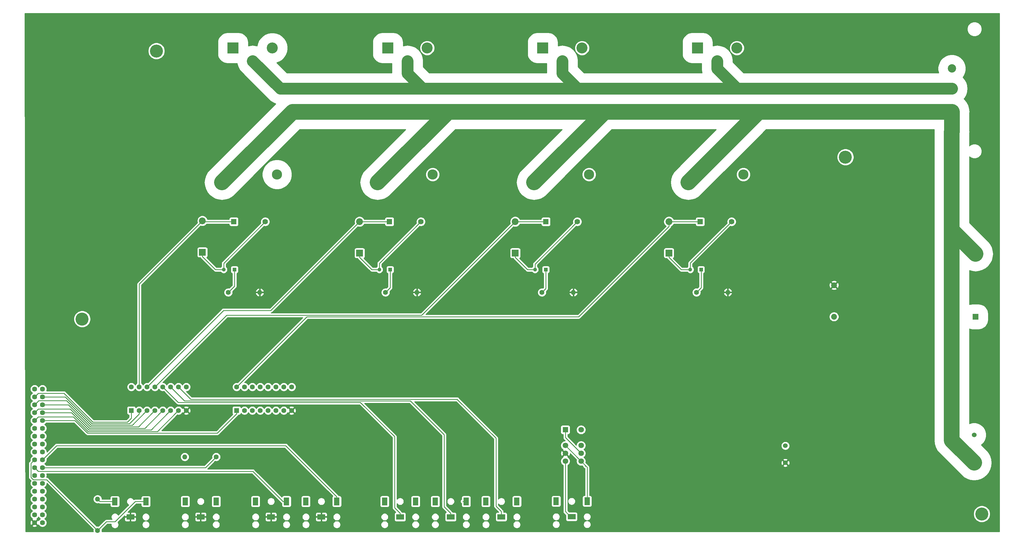
<source format=gtl>
G04 #@! TF.GenerationSoftware,KiCad,Pcbnew,5.1.5-52549c5~84~ubuntu18.04.1*
G04 #@! TF.CreationDate,2020-02-20T19:04:47-05:00*
G04 #@! TF.ProjectId,cropdroid-reservoir,63726f70-6472-46f6-9964-2d7265736572,0.5a*
G04 #@! TF.SameCoordinates,Original*
G04 #@! TF.FileFunction,Copper,L1,Top*
G04 #@! TF.FilePolarity,Positive*
%FSLAX46Y46*%
G04 Gerber Fmt 4.6, Leading zero omitted, Abs format (unit mm)*
G04 Created by KiCad (PCBNEW 5.1.5-52549c5~84~ubuntu18.04.1) date 2020-02-20 19:04:47*
%MOMM*%
%LPD*%
G04 APERTURE LIST*
%ADD10C,1.524000*%
%ADD11C,3.290000*%
%ADD12C,3.090000*%
%ADD13R,1.760000X1.760000*%
%ADD14C,1.760000*%
%ADD15R,2.700000X2.700000*%
%ADD16C,2.700000*%
%ADD17C,1.620010*%
%ADD18C,1.881000*%
%ADD19R,1.881000X1.881000*%
%ADD20C,3.556000*%
%ADD21R,3.556000X3.556000*%
%ADD22O,1.600000X1.600000*%
%ADD23C,1.600000*%
%ADD24R,1.600000X1.600000*%
%ADD25C,1.230000*%
%ADD26R,1.230000X1.230000*%
%ADD27O,2.200000X2.200000*%
%ADD28R,2.200000X2.200000*%
%ADD29R,2.500000X1.800000*%
%ADD30R,1.800000X2.500000*%
%ADD31C,4.200000*%
%ADD32R,1.800000X1.800000*%
%ADD33C,1.800000*%
%ADD34C,0.254000*%
%ADD35C,3.810000*%
%ADD36C,5.080000*%
G04 APERTURE END LIST*
D10*
X297788200Y-185387800D03*
X297788200Y-190887800D03*
X358788200Y-181887800D03*
X358788200Y-190887800D03*
D11*
X234378500Y-97726500D03*
D12*
X216598500Y-100266500D03*
D13*
X220408500Y-112966500D03*
D14*
X230568500Y-112966500D03*
D15*
X351612200Y-77470000D03*
D16*
X351612200Y-70470000D03*
X351612200Y-63470000D03*
D17*
X57734200Y-210235800D03*
X55194200Y-210235800D03*
X57734200Y-207695800D03*
X55194200Y-207695800D03*
X57734200Y-205155800D03*
X55194200Y-205155800D03*
X57734200Y-202615800D03*
X55194200Y-202615800D03*
X57734200Y-200075800D03*
X55194200Y-200075800D03*
X57734200Y-197535800D03*
X55194200Y-197535800D03*
X57734200Y-194995800D03*
X55194200Y-194995800D03*
X57734200Y-192455800D03*
X55194200Y-192455800D03*
X57734200Y-189915800D03*
X55194200Y-189915800D03*
X57734200Y-187375800D03*
X55194200Y-187375800D03*
X57734200Y-184835800D03*
X55194200Y-184835800D03*
X57734200Y-182295800D03*
X55194200Y-182295800D03*
X57734200Y-179755800D03*
X55194200Y-179755800D03*
X57734200Y-177215800D03*
X55194200Y-177215800D03*
X57734200Y-174675800D03*
X55194200Y-174675800D03*
X57734200Y-172135800D03*
X55194200Y-172135800D03*
X57734200Y-169595800D03*
X55194200Y-169595800D03*
X57734200Y-167055800D03*
X55194200Y-167055800D03*
D18*
X313512200Y-133527800D03*
X313512200Y-143687800D03*
X359232200Y-123367800D03*
D19*
X359232200Y-143687800D03*
D20*
X175704500Y-61042500D03*
X182054500Y-56852500D03*
D21*
X169354500Y-56852500D03*
D22*
X279222200Y-135813800D03*
D23*
X269062200Y-135813800D03*
X138252200Y-166370000D03*
X138252200Y-173990000D03*
X120472200Y-166370000D03*
X123012200Y-166370000D03*
X125552200Y-166370000D03*
X128092200Y-166370000D03*
X130632200Y-166370000D03*
X133172200Y-166370000D03*
X135712200Y-166370000D03*
X135712200Y-173990000D03*
X133172200Y-173990000D03*
X130632200Y-173990000D03*
X128092200Y-173990000D03*
X125552200Y-173990000D03*
X123012200Y-173990000D03*
D24*
X120472200Y-173990000D03*
D11*
X284226000Y-97726500D03*
D12*
X266446000Y-100266500D03*
D13*
X270256000Y-112966500D03*
D14*
X280416000Y-112966500D03*
D20*
X275777960Y-61042500D03*
X282127960Y-56852500D03*
D21*
X269427960Y-56852500D03*
D25*
X267058200Y-128447800D03*
D26*
X270558200Y-128447800D03*
D27*
X260172200Y-112966500D03*
D28*
X260172200Y-123126500D03*
D29*
X189661800Y-208377800D03*
D30*
X194661800Y-203377800D03*
X184661800Y-203377800D03*
D29*
X131597400Y-208377800D03*
D30*
X136597400Y-203377800D03*
X126597400Y-203377800D03*
D29*
X206019400Y-208377800D03*
D30*
X211019400Y-203377800D03*
X201019400Y-203377800D03*
D31*
X94564200Y-57835800D03*
D29*
X86147900Y-208390500D03*
D30*
X91147900Y-203390500D03*
X81147900Y-203390500D03*
D29*
X108864400Y-208377800D03*
D30*
X113864400Y-203377800D03*
X103864400Y-203377800D03*
D31*
X317195200Y-92125800D03*
X70561200Y-144449800D03*
X361264200Y-207441800D03*
D22*
X178752500Y-135826500D03*
D23*
X168592500Y-135826500D03*
D25*
X116296500Y-128460500D03*
D26*
X119796500Y-128460500D03*
D22*
X229298500Y-135826500D03*
D23*
X219138500Y-135826500D03*
D22*
X127952500Y-135826500D03*
D23*
X117792500Y-135826500D03*
D25*
X216880500Y-128460500D03*
D26*
X220380500Y-128460500D03*
D25*
X166588500Y-128460500D03*
D26*
X170088500Y-128460500D03*
D32*
X226695000Y-180213000D03*
D33*
X226695000Y-185293000D03*
X226695000Y-187833000D03*
X226695000Y-190373000D03*
X231775000Y-190373000D03*
X231775000Y-187833000D03*
X231775000Y-185293000D03*
X231775000Y-180213000D03*
D22*
X103733600Y-188976000D03*
D23*
X113893600Y-188976000D03*
D22*
X75552300Y-202628500D03*
D23*
X75552300Y-212788500D03*
X104216200Y-166370000D03*
X104216200Y-173990000D03*
X86436200Y-166370000D03*
X88976200Y-166370000D03*
X91516200Y-166370000D03*
X94056200Y-166370000D03*
X96596200Y-166370000D03*
X99136200Y-166370000D03*
X101676200Y-166370000D03*
X101676200Y-173990000D03*
X99136200Y-173990000D03*
X96596200Y-173990000D03*
X94056200Y-173990000D03*
X91516200Y-173990000D03*
X88976200Y-173990000D03*
D24*
X86436200Y-173990000D03*
D11*
X183832500Y-97726500D03*
D12*
X166052500Y-100266500D03*
D13*
X169862500Y-112966500D03*
D14*
X180022500Y-112966500D03*
D11*
X133540500Y-97726500D03*
D12*
X115760500Y-100266500D03*
D13*
X119570500Y-112966500D03*
D14*
X129730500Y-112966500D03*
D20*
X225742500Y-61042500D03*
X232092500Y-56852500D03*
D21*
X219392500Y-56852500D03*
D20*
X125666500Y-61042500D03*
X132016500Y-56852500D03*
D21*
X119316500Y-56852500D03*
D27*
X210502500Y-112966500D03*
D28*
X210502500Y-123126500D03*
D27*
X160210500Y-112966500D03*
D28*
X160210500Y-123126500D03*
D27*
X109410500Y-112712500D03*
D28*
X109410500Y-122872500D03*
D29*
X228727000Y-208327000D03*
D30*
X233727000Y-203327000D03*
X223727000Y-203327000D03*
D29*
X147853400Y-208377800D03*
D30*
X152853400Y-203377800D03*
X142853400Y-203377800D03*
D29*
X173304200Y-208377800D03*
D30*
X178304200Y-203377800D03*
X168304200Y-203377800D03*
D34*
X110413800Y-192455800D02*
X57734200Y-192455800D01*
X113893600Y-188976000D02*
X110413800Y-192455800D01*
X76352299Y-211988501D02*
X75552300Y-212788500D01*
X78431301Y-209909499D02*
X76352299Y-211988501D01*
X87752182Y-203390500D02*
X81233183Y-209909499D01*
X81233183Y-209909499D02*
X78431301Y-209909499D01*
X91300300Y-203390500D02*
X87752182Y-203390500D01*
X54384196Y-190725804D02*
X55194200Y-189915800D01*
X54780504Y-196344794D02*
X54003194Y-195567484D01*
X59108594Y-196344794D02*
X54780504Y-196344794D01*
X54003194Y-191106806D02*
X54384196Y-190725804D01*
X54003194Y-195567484D02*
X54003194Y-191106806D01*
X75552300Y-212788500D02*
X59108594Y-196344794D01*
X56004204Y-193265804D02*
X55194200Y-192455800D01*
X125712406Y-193646806D02*
X56385206Y-193646806D01*
X56385206Y-193646806D02*
X56004204Y-193265804D01*
X135443400Y-203377800D02*
X125712406Y-193646806D01*
X136597400Y-203377800D02*
X135443400Y-203377800D01*
X152853400Y-201873800D02*
X136323400Y-185343800D01*
X152853400Y-203377800D02*
X152853400Y-201873800D01*
X62306200Y-185343800D02*
X57734200Y-189915800D01*
X136323400Y-185343800D02*
X62306200Y-185343800D01*
X194661800Y-203377800D02*
X193507800Y-203377800D01*
X226695000Y-180213000D02*
X226695000Y-182753000D01*
X226695000Y-182753000D02*
X231775000Y-187833000D01*
X115426759Y-128460500D02*
X116296500Y-128460500D01*
X113644500Y-128460500D02*
X115426759Y-128460500D01*
X109410500Y-124226500D02*
X113644500Y-128460500D01*
X109410500Y-122872500D02*
X109410500Y-124226500D01*
X116296500Y-126400500D02*
X129730500Y-112966500D01*
X116296500Y-128460500D02*
X116296500Y-126400500D01*
X165718759Y-128460500D02*
X166588500Y-128460500D01*
X164190500Y-128460500D02*
X165718759Y-128460500D01*
X160210500Y-124480500D02*
X164190500Y-128460500D01*
X160210500Y-123126500D02*
X160210500Y-124480500D01*
X166588500Y-126400500D02*
X180022500Y-112966500D01*
X166588500Y-128460500D02*
X166588500Y-126400500D01*
X214482500Y-128460500D02*
X216010759Y-128460500D01*
X210502500Y-124480500D02*
X214482500Y-128460500D01*
X216010759Y-128460500D02*
X216880500Y-128460500D01*
X210502500Y-123126500D02*
X210502500Y-124480500D01*
X216880500Y-126654500D02*
X230568500Y-112966500D01*
X216880500Y-128460500D02*
X216880500Y-126654500D01*
X266188459Y-128447800D02*
X267058200Y-128447800D01*
X264139500Y-128447800D02*
X266188459Y-128447800D01*
X260172200Y-124480500D02*
X264139500Y-128447800D01*
X260172200Y-123126500D02*
X260172200Y-124480500D01*
X267058200Y-126324300D02*
X280416000Y-112966500D01*
X267058200Y-128447800D02*
X267058200Y-126324300D01*
X118436500Y-112966500D02*
X109918500Y-112966500D01*
X119570500Y-112966500D02*
X118436500Y-112966500D01*
X88976200Y-133146800D02*
X88976200Y-166370000D01*
X109410500Y-112712500D02*
X88976200Y-133146800D01*
X168728500Y-112966500D02*
X160210500Y-112966500D01*
X169862500Y-112966500D02*
X168728500Y-112966500D01*
X91516200Y-166370000D02*
X116230400Y-141655800D01*
X131521200Y-141655800D02*
X160210500Y-112966500D01*
X116230400Y-141655800D02*
X131521200Y-141655800D01*
D35*
X286138794Y-69976990D02*
X351612200Y-69976990D01*
X282197979Y-69976990D02*
X286138794Y-69976990D01*
X275777960Y-61042500D02*
X275777960Y-63556971D01*
X275777960Y-63556971D02*
X282197979Y-69976990D01*
X125666500Y-61042500D02*
X134600990Y-69976990D01*
X168681390Y-69976990D02*
X169284481Y-69976990D01*
X134600990Y-69976990D02*
X168681390Y-69976990D01*
X180619390Y-69976990D02*
X175704500Y-65062100D01*
X175704500Y-65062100D02*
X175704500Y-61042500D01*
X180619390Y-69976990D02*
X221869010Y-69976990D01*
X168681390Y-69976990D02*
X180619390Y-69976990D01*
X225742500Y-65062100D02*
X225742500Y-61042500D01*
X230657390Y-69976990D02*
X225742500Y-65062100D01*
X230657390Y-69976990D02*
X286138794Y-69976990D01*
X221869010Y-69976990D02*
X230657390Y-69976990D01*
D34*
X119796500Y-133822500D02*
X117792500Y-135826500D01*
X119796500Y-128460500D02*
X119796500Y-133822500D01*
X170088500Y-134330500D02*
X168592500Y-135826500D01*
X170088500Y-128460500D02*
X170088500Y-134330500D01*
X220408500Y-112966500D02*
X210502500Y-112966500D01*
X94056200Y-166370000D02*
X117246400Y-143179800D01*
X180289200Y-143179800D02*
X210502500Y-112966500D01*
X117246400Y-143179800D02*
X180289200Y-143179800D01*
X220380500Y-134584500D02*
X219138500Y-135826500D01*
X220380500Y-128460500D02*
X220380500Y-134584500D01*
X228377000Y-208327000D02*
X226695000Y-206645000D01*
X226695000Y-191645792D02*
X226695000Y-190373000D01*
X226695000Y-206645000D02*
X226695000Y-191645792D01*
X228727000Y-208327000D02*
X228377000Y-208327000D01*
X233727000Y-203327000D02*
X233727000Y-201823000D01*
X233727000Y-203327000D02*
X233727000Y-192325000D01*
X230875001Y-189473001D02*
X226695000Y-185293000D01*
X231775000Y-190373000D02*
X230875001Y-189473001D01*
X233184700Y-191782700D02*
X233184700Y-192036700D01*
X233184700Y-191782700D02*
X231775000Y-190373000D01*
X233727000Y-192325000D02*
X233184700Y-191782700D01*
D36*
X345182200Y-77470000D02*
X351612200Y-77470000D01*
X289242500Y-77470000D02*
X266446000Y-100266500D01*
X351612200Y-77470000D02*
X289242500Y-77470000D01*
X239395000Y-77470000D02*
X216598500Y-100266500D01*
X289242500Y-77470000D02*
X239395000Y-77470000D01*
X188849000Y-77470000D02*
X166052500Y-100266500D01*
X239395000Y-77470000D02*
X188849000Y-77470000D01*
X138557000Y-77470000D02*
X115760500Y-100266500D01*
X188849000Y-77470000D02*
X138557000Y-77470000D01*
X358291701Y-122427301D02*
X359232200Y-123367800D01*
X351574199Y-115709799D02*
X358291701Y-122427301D01*
X351574199Y-83938001D02*
X351574199Y-115709799D01*
X351612200Y-83900000D02*
X351574199Y-83938001D01*
X351612200Y-77470000D02*
X351612200Y-83900000D01*
X351574199Y-183673799D02*
X358788200Y-190887800D01*
X351574199Y-115709799D02*
X351574199Y-183673799D01*
D34*
X260172200Y-112966500D02*
X270256000Y-112966500D01*
X260172200Y-114522134D02*
X231006534Y-143687800D01*
X260172200Y-112966500D02*
X260172200Y-114522134D01*
X143154400Y-143687800D02*
X120472200Y-166370000D01*
X231006534Y-143687800D02*
X143154400Y-143687800D01*
X270558200Y-134317800D02*
X269062200Y-135813800D01*
X270558200Y-128447800D02*
X270558200Y-134317800D01*
X57734200Y-177215800D02*
X68235332Y-177215800D01*
X114236331Y-181279869D02*
X120472200Y-175044000D01*
X120472200Y-175044000D02*
X120472200Y-173990000D01*
X72299401Y-181279869D02*
X114236331Y-181279869D01*
X68235332Y-177215800D02*
X72299401Y-181279869D01*
X100876201Y-174789999D02*
X101676200Y-173990000D01*
X94894341Y-180771859D02*
X100876201Y-174789999D01*
X72509825Y-180771859D02*
X94894341Y-180771859D01*
X56385206Y-176024794D02*
X67762760Y-176024794D01*
X67762760Y-176024794D02*
X72509825Y-180771859D01*
X55194200Y-177215800D02*
X56385206Y-176024794D01*
X57734200Y-174675800D02*
X67132200Y-174675800D01*
X98336201Y-174789999D02*
X99136200Y-173990000D01*
X92862351Y-180263849D02*
X98336201Y-174789999D01*
X72720249Y-180263849D02*
X92862351Y-180263849D01*
X67132200Y-174675800D02*
X72720249Y-180263849D01*
X56385206Y-173484794D02*
X66703194Y-173484794D01*
X55194200Y-174675800D02*
X56385206Y-173484794D01*
X95796201Y-174789999D02*
X96596200Y-173990000D01*
X90830361Y-179755839D02*
X95796201Y-174789999D01*
X72974239Y-179755839D02*
X90830361Y-179755839D01*
X66703194Y-173484794D02*
X72974239Y-179755839D01*
X57734200Y-172135800D02*
X66116200Y-172135800D01*
X93256201Y-174789999D02*
X94056200Y-173990000D01*
X88798371Y-179247829D02*
X93256201Y-174789999D01*
X73228229Y-179247829D02*
X88798371Y-179247829D01*
X66116200Y-172135800D02*
X73228229Y-179247829D01*
X56543194Y-170786806D02*
X65529206Y-170786806D01*
X55194200Y-172135800D02*
X56543194Y-170786806D01*
X90716201Y-174789999D02*
X91516200Y-173990000D01*
X86766381Y-178739819D02*
X90716201Y-174789999D01*
X73482219Y-178739819D02*
X86766381Y-178739819D01*
X65529206Y-170786806D02*
X73482219Y-178739819D01*
X57734200Y-169595800D02*
X65100200Y-169595800D01*
X85865761Y-178231809D02*
X88976200Y-175121370D01*
X73736210Y-178231810D02*
X85865761Y-178231809D01*
X88976200Y-175121370D02*
X88976200Y-173990000D01*
X65100200Y-169595800D02*
X73736210Y-178231810D01*
X56385206Y-168404794D02*
X64671194Y-168404794D01*
X55194200Y-169595800D02*
X56385206Y-168404794D01*
X64671194Y-168404794D02*
X73990200Y-177723800D01*
X73990200Y-177723800D02*
X85166200Y-177723800D01*
X86436200Y-176453800D02*
X86436200Y-173990000D01*
X85166200Y-177723800D02*
X86436200Y-176453800D01*
X76314300Y-203390500D02*
X75552300Y-202628500D01*
X81300300Y-203390500D02*
X76314300Y-203390500D01*
X101600000Y-171373800D02*
X96596200Y-166370000D01*
X173304200Y-207223800D02*
X171526200Y-205445800D01*
X173304200Y-208377800D02*
X173304200Y-207223800D01*
X171526200Y-182422800D02*
X160477200Y-171373800D01*
X171526200Y-205445800D02*
X171526200Y-182422800D01*
X160477200Y-171373800D02*
X147269200Y-171373800D01*
X147804200Y-171373800D02*
X147269200Y-171373800D01*
X147269200Y-171373800D02*
X101600000Y-171373800D01*
X103632000Y-170865800D02*
X99136200Y-166370000D01*
X189661800Y-207223800D02*
X187528200Y-205090200D01*
X189661800Y-208377800D02*
X189661800Y-207223800D01*
X187528200Y-205090200D02*
X187528200Y-181787800D01*
X176606200Y-170865800D02*
X160731200Y-170865800D01*
X187528200Y-181787800D02*
X176606200Y-170865800D01*
X160995800Y-170865800D02*
X160731200Y-170865800D01*
X160731200Y-170865800D02*
X103632000Y-170865800D01*
X101676200Y-166370000D02*
X105663990Y-170357790D01*
X179019210Y-170357790D02*
X179503390Y-170357790D01*
X105663990Y-170357790D02*
X179019210Y-170357790D01*
X206019400Y-206629000D02*
X206019400Y-208377800D01*
X204292200Y-204901800D02*
X206019400Y-206629000D01*
X179019210Y-170357790D02*
X191719190Y-170357790D01*
X204292200Y-182930800D02*
X204292200Y-204901800D01*
X191719190Y-170357790D02*
X204292200Y-182930800D01*
G36*
X366941501Y-213131800D02*
G01*
X76947126Y-213131800D01*
X76987300Y-212929835D01*
X76987300Y-212647165D01*
X76951457Y-212466973D01*
X78746932Y-210671499D01*
X79932267Y-210671499D01*
X79912900Y-210768863D01*
X79912900Y-211012137D01*
X79960360Y-211250736D01*
X80053457Y-211475492D01*
X80188613Y-211677767D01*
X80360633Y-211849787D01*
X80562908Y-211984943D01*
X80787664Y-212078040D01*
X81026263Y-212125500D01*
X81269537Y-212125500D01*
X81508136Y-212078040D01*
X81732892Y-211984943D01*
X81935167Y-211849787D01*
X82107187Y-211677767D01*
X82242343Y-211475492D01*
X82335440Y-211250736D01*
X82382900Y-211012137D01*
X82382900Y-210768863D01*
X89912900Y-210768863D01*
X89912900Y-211012137D01*
X89960360Y-211250736D01*
X90053457Y-211475492D01*
X90188613Y-211677767D01*
X90360633Y-211849787D01*
X90562908Y-211984943D01*
X90787664Y-212078040D01*
X91026263Y-212125500D01*
X91269537Y-212125500D01*
X91508136Y-212078040D01*
X91732892Y-211984943D01*
X91935167Y-211849787D01*
X92107187Y-211677767D01*
X92242343Y-211475492D01*
X92335440Y-211250736D01*
X92382900Y-211012137D01*
X92382900Y-210768863D01*
X92380374Y-210756163D01*
X102629400Y-210756163D01*
X102629400Y-210999437D01*
X102676860Y-211238036D01*
X102769957Y-211462792D01*
X102905113Y-211665067D01*
X103077133Y-211837087D01*
X103279408Y-211972243D01*
X103504164Y-212065340D01*
X103742763Y-212112800D01*
X103986037Y-212112800D01*
X104224636Y-212065340D01*
X104449392Y-211972243D01*
X104651667Y-211837087D01*
X104823687Y-211665067D01*
X104958843Y-211462792D01*
X105051940Y-211238036D01*
X105099400Y-210999437D01*
X105099400Y-210756163D01*
X112629400Y-210756163D01*
X112629400Y-210999437D01*
X112676860Y-211238036D01*
X112769957Y-211462792D01*
X112905113Y-211665067D01*
X113077133Y-211837087D01*
X113279408Y-211972243D01*
X113504164Y-212065340D01*
X113742763Y-212112800D01*
X113986037Y-212112800D01*
X114224636Y-212065340D01*
X114449392Y-211972243D01*
X114651667Y-211837087D01*
X114823687Y-211665067D01*
X114958843Y-211462792D01*
X115051940Y-211238036D01*
X115099400Y-210999437D01*
X115099400Y-210756163D01*
X125362400Y-210756163D01*
X125362400Y-210999437D01*
X125409860Y-211238036D01*
X125502957Y-211462792D01*
X125638113Y-211665067D01*
X125810133Y-211837087D01*
X126012408Y-211972243D01*
X126237164Y-212065340D01*
X126475763Y-212112800D01*
X126719037Y-212112800D01*
X126957636Y-212065340D01*
X127182392Y-211972243D01*
X127384667Y-211837087D01*
X127556687Y-211665067D01*
X127691843Y-211462792D01*
X127784940Y-211238036D01*
X127832400Y-210999437D01*
X127832400Y-210756163D01*
X135362400Y-210756163D01*
X135362400Y-210999437D01*
X135409860Y-211238036D01*
X135502957Y-211462792D01*
X135638113Y-211665067D01*
X135810133Y-211837087D01*
X136012408Y-211972243D01*
X136237164Y-212065340D01*
X136475763Y-212112800D01*
X136719037Y-212112800D01*
X136957636Y-212065340D01*
X137182392Y-211972243D01*
X137384667Y-211837087D01*
X137556687Y-211665067D01*
X137691843Y-211462792D01*
X137784940Y-211238036D01*
X137832400Y-210999437D01*
X137832400Y-210756163D01*
X141618400Y-210756163D01*
X141618400Y-210999437D01*
X141665860Y-211238036D01*
X141758957Y-211462792D01*
X141894113Y-211665067D01*
X142066133Y-211837087D01*
X142268408Y-211972243D01*
X142493164Y-212065340D01*
X142731763Y-212112800D01*
X142975037Y-212112800D01*
X143213636Y-212065340D01*
X143438392Y-211972243D01*
X143640667Y-211837087D01*
X143812687Y-211665067D01*
X143947843Y-211462792D01*
X144040940Y-211238036D01*
X144088400Y-210999437D01*
X144088400Y-210756163D01*
X151618400Y-210756163D01*
X151618400Y-210999437D01*
X151665860Y-211238036D01*
X151758957Y-211462792D01*
X151894113Y-211665067D01*
X152066133Y-211837087D01*
X152268408Y-211972243D01*
X152493164Y-212065340D01*
X152731763Y-212112800D01*
X152975037Y-212112800D01*
X153213636Y-212065340D01*
X153438392Y-211972243D01*
X153640667Y-211837087D01*
X153812687Y-211665067D01*
X153947843Y-211462792D01*
X154040940Y-211238036D01*
X154088400Y-210999437D01*
X154088400Y-210756163D01*
X167069200Y-210756163D01*
X167069200Y-210999437D01*
X167116660Y-211238036D01*
X167209757Y-211462792D01*
X167344913Y-211665067D01*
X167516933Y-211837087D01*
X167719208Y-211972243D01*
X167943964Y-212065340D01*
X168182563Y-212112800D01*
X168425837Y-212112800D01*
X168664436Y-212065340D01*
X168889192Y-211972243D01*
X169091467Y-211837087D01*
X169263487Y-211665067D01*
X169398643Y-211462792D01*
X169491740Y-211238036D01*
X169539200Y-210999437D01*
X169539200Y-210756163D01*
X177069200Y-210756163D01*
X177069200Y-210999437D01*
X177116660Y-211238036D01*
X177209757Y-211462792D01*
X177344913Y-211665067D01*
X177516933Y-211837087D01*
X177719208Y-211972243D01*
X177943964Y-212065340D01*
X178182563Y-212112800D01*
X178425837Y-212112800D01*
X178664436Y-212065340D01*
X178889192Y-211972243D01*
X179091467Y-211837087D01*
X179263487Y-211665067D01*
X179398643Y-211462792D01*
X179491740Y-211238036D01*
X179539200Y-210999437D01*
X179539200Y-210756163D01*
X183426800Y-210756163D01*
X183426800Y-210999437D01*
X183474260Y-211238036D01*
X183567357Y-211462792D01*
X183702513Y-211665067D01*
X183874533Y-211837087D01*
X184076808Y-211972243D01*
X184301564Y-212065340D01*
X184540163Y-212112800D01*
X184783437Y-212112800D01*
X185022036Y-212065340D01*
X185246792Y-211972243D01*
X185449067Y-211837087D01*
X185621087Y-211665067D01*
X185756243Y-211462792D01*
X185849340Y-211238036D01*
X185896800Y-210999437D01*
X185896800Y-210756163D01*
X193426800Y-210756163D01*
X193426800Y-210999437D01*
X193474260Y-211238036D01*
X193567357Y-211462792D01*
X193702513Y-211665067D01*
X193874533Y-211837087D01*
X194076808Y-211972243D01*
X194301564Y-212065340D01*
X194540163Y-212112800D01*
X194783437Y-212112800D01*
X195022036Y-212065340D01*
X195246792Y-211972243D01*
X195449067Y-211837087D01*
X195621087Y-211665067D01*
X195756243Y-211462792D01*
X195849340Y-211238036D01*
X195896800Y-210999437D01*
X195896800Y-210756163D01*
X199784400Y-210756163D01*
X199784400Y-210999437D01*
X199831860Y-211238036D01*
X199924957Y-211462792D01*
X200060113Y-211665067D01*
X200232133Y-211837087D01*
X200434408Y-211972243D01*
X200659164Y-212065340D01*
X200897763Y-212112800D01*
X201141037Y-212112800D01*
X201379636Y-212065340D01*
X201604392Y-211972243D01*
X201806667Y-211837087D01*
X201978687Y-211665067D01*
X202113843Y-211462792D01*
X202206940Y-211238036D01*
X202254400Y-210999437D01*
X202254400Y-210756163D01*
X209784400Y-210756163D01*
X209784400Y-210999437D01*
X209831860Y-211238036D01*
X209924957Y-211462792D01*
X210060113Y-211665067D01*
X210232133Y-211837087D01*
X210434408Y-211972243D01*
X210659164Y-212065340D01*
X210897763Y-212112800D01*
X211141037Y-212112800D01*
X211379636Y-212065340D01*
X211604392Y-211972243D01*
X211806667Y-211837087D01*
X211978687Y-211665067D01*
X212113843Y-211462792D01*
X212206940Y-211238036D01*
X212254400Y-210999437D01*
X212254400Y-210756163D01*
X212244296Y-210705363D01*
X222492000Y-210705363D01*
X222492000Y-210948637D01*
X222539460Y-211187236D01*
X222632557Y-211411992D01*
X222767713Y-211614267D01*
X222939733Y-211786287D01*
X223142008Y-211921443D01*
X223366764Y-212014540D01*
X223605363Y-212062000D01*
X223848637Y-212062000D01*
X224087236Y-212014540D01*
X224311992Y-211921443D01*
X224514267Y-211786287D01*
X224686287Y-211614267D01*
X224821443Y-211411992D01*
X224914540Y-211187236D01*
X224962000Y-210948637D01*
X224962000Y-210705363D01*
X232492000Y-210705363D01*
X232492000Y-210948637D01*
X232539460Y-211187236D01*
X232632557Y-211411992D01*
X232767713Y-211614267D01*
X232939733Y-211786287D01*
X233142008Y-211921443D01*
X233366764Y-212014540D01*
X233605363Y-212062000D01*
X233848637Y-212062000D01*
X234087236Y-212014540D01*
X234311992Y-211921443D01*
X234514267Y-211786287D01*
X234686287Y-211614267D01*
X234821443Y-211411992D01*
X234914540Y-211187236D01*
X234962000Y-210948637D01*
X234962000Y-210705363D01*
X234914540Y-210466764D01*
X234821443Y-210242008D01*
X234686287Y-210039733D01*
X234514267Y-209867713D01*
X234311992Y-209732557D01*
X234087236Y-209639460D01*
X233848637Y-209592000D01*
X233605363Y-209592000D01*
X233366764Y-209639460D01*
X233142008Y-209732557D01*
X232939733Y-209867713D01*
X232767713Y-210039733D01*
X232632557Y-210242008D01*
X232539460Y-210466764D01*
X232492000Y-210705363D01*
X224962000Y-210705363D01*
X224914540Y-210466764D01*
X224821443Y-210242008D01*
X224686287Y-210039733D01*
X224514267Y-209867713D01*
X224311992Y-209732557D01*
X224087236Y-209639460D01*
X223848637Y-209592000D01*
X223605363Y-209592000D01*
X223366764Y-209639460D01*
X223142008Y-209732557D01*
X222939733Y-209867713D01*
X222767713Y-210039733D01*
X222632557Y-210242008D01*
X222539460Y-210466764D01*
X222492000Y-210705363D01*
X212244296Y-210705363D01*
X212206940Y-210517564D01*
X212113843Y-210292808D01*
X211978687Y-210090533D01*
X211806667Y-209918513D01*
X211604392Y-209783357D01*
X211379636Y-209690260D01*
X211141037Y-209642800D01*
X210897763Y-209642800D01*
X210659164Y-209690260D01*
X210434408Y-209783357D01*
X210232133Y-209918513D01*
X210060113Y-210090533D01*
X209924957Y-210292808D01*
X209831860Y-210517564D01*
X209784400Y-210756163D01*
X202254400Y-210756163D01*
X202206940Y-210517564D01*
X202113843Y-210292808D01*
X201978687Y-210090533D01*
X201806667Y-209918513D01*
X201604392Y-209783357D01*
X201379636Y-209690260D01*
X201141037Y-209642800D01*
X200897763Y-209642800D01*
X200659164Y-209690260D01*
X200434408Y-209783357D01*
X200232133Y-209918513D01*
X200060113Y-210090533D01*
X199924957Y-210292808D01*
X199831860Y-210517564D01*
X199784400Y-210756163D01*
X195896800Y-210756163D01*
X195849340Y-210517564D01*
X195756243Y-210292808D01*
X195621087Y-210090533D01*
X195449067Y-209918513D01*
X195246792Y-209783357D01*
X195022036Y-209690260D01*
X194783437Y-209642800D01*
X194540163Y-209642800D01*
X194301564Y-209690260D01*
X194076808Y-209783357D01*
X193874533Y-209918513D01*
X193702513Y-210090533D01*
X193567357Y-210292808D01*
X193474260Y-210517564D01*
X193426800Y-210756163D01*
X185896800Y-210756163D01*
X185849340Y-210517564D01*
X185756243Y-210292808D01*
X185621087Y-210090533D01*
X185449067Y-209918513D01*
X185246792Y-209783357D01*
X185022036Y-209690260D01*
X184783437Y-209642800D01*
X184540163Y-209642800D01*
X184301564Y-209690260D01*
X184076808Y-209783357D01*
X183874533Y-209918513D01*
X183702513Y-210090533D01*
X183567357Y-210292808D01*
X183474260Y-210517564D01*
X183426800Y-210756163D01*
X179539200Y-210756163D01*
X179491740Y-210517564D01*
X179398643Y-210292808D01*
X179263487Y-210090533D01*
X179091467Y-209918513D01*
X178889192Y-209783357D01*
X178664436Y-209690260D01*
X178425837Y-209642800D01*
X178182563Y-209642800D01*
X177943964Y-209690260D01*
X177719208Y-209783357D01*
X177516933Y-209918513D01*
X177344913Y-210090533D01*
X177209757Y-210292808D01*
X177116660Y-210517564D01*
X177069200Y-210756163D01*
X169539200Y-210756163D01*
X169491740Y-210517564D01*
X169398643Y-210292808D01*
X169263487Y-210090533D01*
X169091467Y-209918513D01*
X168889192Y-209783357D01*
X168664436Y-209690260D01*
X168425837Y-209642800D01*
X168182563Y-209642800D01*
X167943964Y-209690260D01*
X167719208Y-209783357D01*
X167516933Y-209918513D01*
X167344913Y-210090533D01*
X167209757Y-210292808D01*
X167116660Y-210517564D01*
X167069200Y-210756163D01*
X154088400Y-210756163D01*
X154040940Y-210517564D01*
X153947843Y-210292808D01*
X153812687Y-210090533D01*
X153640667Y-209918513D01*
X153438392Y-209783357D01*
X153213636Y-209690260D01*
X152975037Y-209642800D01*
X152731763Y-209642800D01*
X152493164Y-209690260D01*
X152268408Y-209783357D01*
X152066133Y-209918513D01*
X151894113Y-210090533D01*
X151758957Y-210292808D01*
X151665860Y-210517564D01*
X151618400Y-210756163D01*
X144088400Y-210756163D01*
X144040940Y-210517564D01*
X143947843Y-210292808D01*
X143812687Y-210090533D01*
X143640667Y-209918513D01*
X143438392Y-209783357D01*
X143213636Y-209690260D01*
X142975037Y-209642800D01*
X142731763Y-209642800D01*
X142493164Y-209690260D01*
X142268408Y-209783357D01*
X142066133Y-209918513D01*
X141894113Y-210090533D01*
X141758957Y-210292808D01*
X141665860Y-210517564D01*
X141618400Y-210756163D01*
X137832400Y-210756163D01*
X137784940Y-210517564D01*
X137691843Y-210292808D01*
X137556687Y-210090533D01*
X137384667Y-209918513D01*
X137182392Y-209783357D01*
X136957636Y-209690260D01*
X136719037Y-209642800D01*
X136475763Y-209642800D01*
X136237164Y-209690260D01*
X136012408Y-209783357D01*
X135810133Y-209918513D01*
X135638113Y-210090533D01*
X135502957Y-210292808D01*
X135409860Y-210517564D01*
X135362400Y-210756163D01*
X127832400Y-210756163D01*
X127784940Y-210517564D01*
X127691843Y-210292808D01*
X127556687Y-210090533D01*
X127384667Y-209918513D01*
X127182392Y-209783357D01*
X126957636Y-209690260D01*
X126719037Y-209642800D01*
X126475763Y-209642800D01*
X126237164Y-209690260D01*
X126012408Y-209783357D01*
X125810133Y-209918513D01*
X125638113Y-210090533D01*
X125502957Y-210292808D01*
X125409860Y-210517564D01*
X125362400Y-210756163D01*
X115099400Y-210756163D01*
X115051940Y-210517564D01*
X114958843Y-210292808D01*
X114823687Y-210090533D01*
X114651667Y-209918513D01*
X114449392Y-209783357D01*
X114224636Y-209690260D01*
X113986037Y-209642800D01*
X113742763Y-209642800D01*
X113504164Y-209690260D01*
X113279408Y-209783357D01*
X113077133Y-209918513D01*
X112905113Y-210090533D01*
X112769957Y-210292808D01*
X112676860Y-210517564D01*
X112629400Y-210756163D01*
X105099400Y-210756163D01*
X105051940Y-210517564D01*
X104958843Y-210292808D01*
X104823687Y-210090533D01*
X104651667Y-209918513D01*
X104449392Y-209783357D01*
X104224636Y-209690260D01*
X103986037Y-209642800D01*
X103742763Y-209642800D01*
X103504164Y-209690260D01*
X103279408Y-209783357D01*
X103077133Y-209918513D01*
X102905113Y-210090533D01*
X102769957Y-210292808D01*
X102676860Y-210517564D01*
X102629400Y-210756163D01*
X92380374Y-210756163D01*
X92335440Y-210530264D01*
X92242343Y-210305508D01*
X92107187Y-210103233D01*
X91935167Y-209931213D01*
X91732892Y-209796057D01*
X91508136Y-209702960D01*
X91269537Y-209655500D01*
X91026263Y-209655500D01*
X90787664Y-209702960D01*
X90562908Y-209796057D01*
X90360633Y-209931213D01*
X90188613Y-210103233D01*
X90053457Y-210305508D01*
X89960360Y-210530264D01*
X89912900Y-210768863D01*
X82382900Y-210768863D01*
X82335440Y-210530264D01*
X82242343Y-210305508D01*
X82111149Y-210109163D01*
X82929812Y-209290500D01*
X84259828Y-209290500D01*
X84272088Y-209414982D01*
X84308398Y-209534680D01*
X84367363Y-209644994D01*
X84446715Y-209741685D01*
X84543406Y-209821037D01*
X84653720Y-209880002D01*
X84773418Y-209916312D01*
X84897900Y-209928572D01*
X85862150Y-209925500D01*
X86020900Y-209766750D01*
X86020900Y-208517500D01*
X86274900Y-208517500D01*
X86274900Y-209766750D01*
X86433650Y-209925500D01*
X87397900Y-209928572D01*
X87522382Y-209916312D01*
X87642080Y-209880002D01*
X87752394Y-209821037D01*
X87849085Y-209741685D01*
X87928437Y-209644994D01*
X87987402Y-209534680D01*
X88023712Y-209414982D01*
X88035972Y-209290500D01*
X88032900Y-208676250D01*
X87874150Y-208517500D01*
X86274900Y-208517500D01*
X86020900Y-208517500D01*
X84421650Y-208517500D01*
X84262900Y-208676250D01*
X84259828Y-209290500D01*
X82929812Y-209290500D01*
X83951449Y-208268863D01*
X89912900Y-208268863D01*
X89912900Y-208512137D01*
X89960360Y-208750736D01*
X90053457Y-208975492D01*
X90188613Y-209177767D01*
X90360633Y-209349787D01*
X90562908Y-209484943D01*
X90787664Y-209578040D01*
X91026263Y-209625500D01*
X91269537Y-209625500D01*
X91508136Y-209578040D01*
X91732892Y-209484943D01*
X91935167Y-209349787D01*
X92107187Y-209177767D01*
X92242343Y-208975492D01*
X92335440Y-208750736D01*
X92382900Y-208512137D01*
X92382900Y-208268863D01*
X92380374Y-208256163D01*
X102629400Y-208256163D01*
X102629400Y-208499437D01*
X102676860Y-208738036D01*
X102769957Y-208962792D01*
X102905113Y-209165067D01*
X103077133Y-209337087D01*
X103279408Y-209472243D01*
X103504164Y-209565340D01*
X103742763Y-209612800D01*
X103986037Y-209612800D01*
X104224636Y-209565340D01*
X104449392Y-209472243D01*
X104651667Y-209337087D01*
X104710954Y-209277800D01*
X106976328Y-209277800D01*
X106988588Y-209402282D01*
X107024898Y-209521980D01*
X107083863Y-209632294D01*
X107163215Y-209728985D01*
X107259906Y-209808337D01*
X107370220Y-209867302D01*
X107489918Y-209903612D01*
X107614400Y-209915872D01*
X108578650Y-209912800D01*
X108737400Y-209754050D01*
X108737400Y-208504800D01*
X108991400Y-208504800D01*
X108991400Y-209754050D01*
X109150150Y-209912800D01*
X110114400Y-209915872D01*
X110238882Y-209903612D01*
X110358580Y-209867302D01*
X110468894Y-209808337D01*
X110565585Y-209728985D01*
X110644937Y-209632294D01*
X110703902Y-209521980D01*
X110740212Y-209402282D01*
X110752472Y-209277800D01*
X110749400Y-208663550D01*
X110590650Y-208504800D01*
X108991400Y-208504800D01*
X108737400Y-208504800D01*
X107138150Y-208504800D01*
X106979400Y-208663550D01*
X106976328Y-209277800D01*
X104710954Y-209277800D01*
X104823687Y-209165067D01*
X104958843Y-208962792D01*
X105051940Y-208738036D01*
X105099400Y-208499437D01*
X105099400Y-208256163D01*
X112629400Y-208256163D01*
X112629400Y-208499437D01*
X112676860Y-208738036D01*
X112769957Y-208962792D01*
X112905113Y-209165067D01*
X113077133Y-209337087D01*
X113279408Y-209472243D01*
X113504164Y-209565340D01*
X113742763Y-209612800D01*
X113986037Y-209612800D01*
X114224636Y-209565340D01*
X114449392Y-209472243D01*
X114651667Y-209337087D01*
X114823687Y-209165067D01*
X114958843Y-208962792D01*
X115051940Y-208738036D01*
X115099400Y-208499437D01*
X115099400Y-208256163D01*
X125362400Y-208256163D01*
X125362400Y-208499437D01*
X125409860Y-208738036D01*
X125502957Y-208962792D01*
X125638113Y-209165067D01*
X125810133Y-209337087D01*
X126012408Y-209472243D01*
X126237164Y-209565340D01*
X126475763Y-209612800D01*
X126719037Y-209612800D01*
X126957636Y-209565340D01*
X127182392Y-209472243D01*
X127384667Y-209337087D01*
X127443954Y-209277800D01*
X129709328Y-209277800D01*
X129721588Y-209402282D01*
X129757898Y-209521980D01*
X129816863Y-209632294D01*
X129896215Y-209728985D01*
X129992906Y-209808337D01*
X130103220Y-209867302D01*
X130222918Y-209903612D01*
X130347400Y-209915872D01*
X131311650Y-209912800D01*
X131470400Y-209754050D01*
X131470400Y-208504800D01*
X131724400Y-208504800D01*
X131724400Y-209754050D01*
X131883150Y-209912800D01*
X132847400Y-209915872D01*
X132971882Y-209903612D01*
X133091580Y-209867302D01*
X133201894Y-209808337D01*
X133298585Y-209728985D01*
X133377937Y-209632294D01*
X133436902Y-209521980D01*
X133473212Y-209402282D01*
X133485472Y-209277800D01*
X133482400Y-208663550D01*
X133323650Y-208504800D01*
X131724400Y-208504800D01*
X131470400Y-208504800D01*
X129871150Y-208504800D01*
X129712400Y-208663550D01*
X129709328Y-209277800D01*
X127443954Y-209277800D01*
X127556687Y-209165067D01*
X127691843Y-208962792D01*
X127784940Y-208738036D01*
X127832400Y-208499437D01*
X127832400Y-208256163D01*
X135362400Y-208256163D01*
X135362400Y-208499437D01*
X135409860Y-208738036D01*
X135502957Y-208962792D01*
X135638113Y-209165067D01*
X135810133Y-209337087D01*
X136012408Y-209472243D01*
X136237164Y-209565340D01*
X136475763Y-209612800D01*
X136719037Y-209612800D01*
X136957636Y-209565340D01*
X137182392Y-209472243D01*
X137384667Y-209337087D01*
X137556687Y-209165067D01*
X137691843Y-208962792D01*
X137784940Y-208738036D01*
X137832400Y-208499437D01*
X137832400Y-208256163D01*
X141618400Y-208256163D01*
X141618400Y-208499437D01*
X141665860Y-208738036D01*
X141758957Y-208962792D01*
X141894113Y-209165067D01*
X142066133Y-209337087D01*
X142268408Y-209472243D01*
X142493164Y-209565340D01*
X142731763Y-209612800D01*
X142975037Y-209612800D01*
X143213636Y-209565340D01*
X143438392Y-209472243D01*
X143640667Y-209337087D01*
X143699954Y-209277800D01*
X145965328Y-209277800D01*
X145977588Y-209402282D01*
X146013898Y-209521980D01*
X146072863Y-209632294D01*
X146152215Y-209728985D01*
X146248906Y-209808337D01*
X146359220Y-209867302D01*
X146478918Y-209903612D01*
X146603400Y-209915872D01*
X147567650Y-209912800D01*
X147726400Y-209754050D01*
X147726400Y-208504800D01*
X147980400Y-208504800D01*
X147980400Y-209754050D01*
X148139150Y-209912800D01*
X149103400Y-209915872D01*
X149227882Y-209903612D01*
X149347580Y-209867302D01*
X149457894Y-209808337D01*
X149554585Y-209728985D01*
X149633937Y-209632294D01*
X149692902Y-209521980D01*
X149729212Y-209402282D01*
X149741472Y-209277800D01*
X149738400Y-208663550D01*
X149579650Y-208504800D01*
X147980400Y-208504800D01*
X147726400Y-208504800D01*
X146127150Y-208504800D01*
X145968400Y-208663550D01*
X145965328Y-209277800D01*
X143699954Y-209277800D01*
X143812687Y-209165067D01*
X143947843Y-208962792D01*
X144040940Y-208738036D01*
X144088400Y-208499437D01*
X144088400Y-208256163D01*
X151618400Y-208256163D01*
X151618400Y-208499437D01*
X151665860Y-208738036D01*
X151758957Y-208962792D01*
X151894113Y-209165067D01*
X152066133Y-209337087D01*
X152268408Y-209472243D01*
X152493164Y-209565340D01*
X152731763Y-209612800D01*
X152975037Y-209612800D01*
X153213636Y-209565340D01*
X153438392Y-209472243D01*
X153640667Y-209337087D01*
X153812687Y-209165067D01*
X153947843Y-208962792D01*
X154040940Y-208738036D01*
X154088400Y-208499437D01*
X154088400Y-208256163D01*
X167069200Y-208256163D01*
X167069200Y-208499437D01*
X167116660Y-208738036D01*
X167209757Y-208962792D01*
X167344913Y-209165067D01*
X167516933Y-209337087D01*
X167719208Y-209472243D01*
X167943964Y-209565340D01*
X168182563Y-209612800D01*
X168425837Y-209612800D01*
X168664436Y-209565340D01*
X168889192Y-209472243D01*
X169091467Y-209337087D01*
X169263487Y-209165067D01*
X169398643Y-208962792D01*
X169491740Y-208738036D01*
X169539200Y-208499437D01*
X169539200Y-208256163D01*
X169491740Y-208017564D01*
X169398643Y-207792808D01*
X169263487Y-207590533D01*
X169091467Y-207418513D01*
X168889192Y-207283357D01*
X168664436Y-207190260D01*
X168425837Y-207142800D01*
X168182563Y-207142800D01*
X167943964Y-207190260D01*
X167719208Y-207283357D01*
X167516933Y-207418513D01*
X167344913Y-207590533D01*
X167209757Y-207792808D01*
X167116660Y-208017564D01*
X167069200Y-208256163D01*
X154088400Y-208256163D01*
X154040940Y-208017564D01*
X153947843Y-207792808D01*
X153812687Y-207590533D01*
X153640667Y-207418513D01*
X153438392Y-207283357D01*
X153213636Y-207190260D01*
X152975037Y-207142800D01*
X152731763Y-207142800D01*
X152493164Y-207190260D01*
X152268408Y-207283357D01*
X152066133Y-207418513D01*
X151894113Y-207590533D01*
X151758957Y-207792808D01*
X151665860Y-208017564D01*
X151618400Y-208256163D01*
X144088400Y-208256163D01*
X144040940Y-208017564D01*
X143947843Y-207792808D01*
X143812687Y-207590533D01*
X143699954Y-207477800D01*
X145965328Y-207477800D01*
X145968400Y-208092050D01*
X146127150Y-208250800D01*
X147726400Y-208250800D01*
X147726400Y-207001550D01*
X147980400Y-207001550D01*
X147980400Y-208250800D01*
X149579650Y-208250800D01*
X149738400Y-208092050D01*
X149741472Y-207477800D01*
X149729212Y-207353318D01*
X149692902Y-207233620D01*
X149633937Y-207123306D01*
X149554585Y-207026615D01*
X149457894Y-206947263D01*
X149347580Y-206888298D01*
X149227882Y-206851988D01*
X149103400Y-206839728D01*
X148139150Y-206842800D01*
X147980400Y-207001550D01*
X147726400Y-207001550D01*
X147567650Y-206842800D01*
X146603400Y-206839728D01*
X146478918Y-206851988D01*
X146359220Y-206888298D01*
X146248906Y-206947263D01*
X146152215Y-207026615D01*
X146072863Y-207123306D01*
X146013898Y-207233620D01*
X145977588Y-207353318D01*
X145965328Y-207477800D01*
X143699954Y-207477800D01*
X143640667Y-207418513D01*
X143438392Y-207283357D01*
X143213636Y-207190260D01*
X142975037Y-207142800D01*
X142731763Y-207142800D01*
X142493164Y-207190260D01*
X142268408Y-207283357D01*
X142066133Y-207418513D01*
X141894113Y-207590533D01*
X141758957Y-207792808D01*
X141665860Y-208017564D01*
X141618400Y-208256163D01*
X137832400Y-208256163D01*
X137784940Y-208017564D01*
X137691843Y-207792808D01*
X137556687Y-207590533D01*
X137384667Y-207418513D01*
X137182392Y-207283357D01*
X136957636Y-207190260D01*
X136719037Y-207142800D01*
X136475763Y-207142800D01*
X136237164Y-207190260D01*
X136012408Y-207283357D01*
X135810133Y-207418513D01*
X135638113Y-207590533D01*
X135502957Y-207792808D01*
X135409860Y-208017564D01*
X135362400Y-208256163D01*
X127832400Y-208256163D01*
X127784940Y-208017564D01*
X127691843Y-207792808D01*
X127556687Y-207590533D01*
X127443954Y-207477800D01*
X129709328Y-207477800D01*
X129712400Y-208092050D01*
X129871150Y-208250800D01*
X131470400Y-208250800D01*
X131470400Y-207001550D01*
X131724400Y-207001550D01*
X131724400Y-208250800D01*
X133323650Y-208250800D01*
X133482400Y-208092050D01*
X133485472Y-207477800D01*
X133473212Y-207353318D01*
X133436902Y-207233620D01*
X133377937Y-207123306D01*
X133298585Y-207026615D01*
X133201894Y-206947263D01*
X133091580Y-206888298D01*
X132971882Y-206851988D01*
X132847400Y-206839728D01*
X131883150Y-206842800D01*
X131724400Y-207001550D01*
X131470400Y-207001550D01*
X131311650Y-206842800D01*
X130347400Y-206839728D01*
X130222918Y-206851988D01*
X130103220Y-206888298D01*
X129992906Y-206947263D01*
X129896215Y-207026615D01*
X129816863Y-207123306D01*
X129757898Y-207233620D01*
X129721588Y-207353318D01*
X129709328Y-207477800D01*
X127443954Y-207477800D01*
X127384667Y-207418513D01*
X127182392Y-207283357D01*
X126957636Y-207190260D01*
X126719037Y-207142800D01*
X126475763Y-207142800D01*
X126237164Y-207190260D01*
X126012408Y-207283357D01*
X125810133Y-207418513D01*
X125638113Y-207590533D01*
X125502957Y-207792808D01*
X125409860Y-208017564D01*
X125362400Y-208256163D01*
X115099400Y-208256163D01*
X115051940Y-208017564D01*
X114958843Y-207792808D01*
X114823687Y-207590533D01*
X114651667Y-207418513D01*
X114449392Y-207283357D01*
X114224636Y-207190260D01*
X113986037Y-207142800D01*
X113742763Y-207142800D01*
X113504164Y-207190260D01*
X113279408Y-207283357D01*
X113077133Y-207418513D01*
X112905113Y-207590533D01*
X112769957Y-207792808D01*
X112676860Y-208017564D01*
X112629400Y-208256163D01*
X105099400Y-208256163D01*
X105051940Y-208017564D01*
X104958843Y-207792808D01*
X104823687Y-207590533D01*
X104710954Y-207477800D01*
X106976328Y-207477800D01*
X106979400Y-208092050D01*
X107138150Y-208250800D01*
X108737400Y-208250800D01*
X108737400Y-207001550D01*
X108991400Y-207001550D01*
X108991400Y-208250800D01*
X110590650Y-208250800D01*
X110749400Y-208092050D01*
X110752472Y-207477800D01*
X110740212Y-207353318D01*
X110703902Y-207233620D01*
X110644937Y-207123306D01*
X110565585Y-207026615D01*
X110468894Y-206947263D01*
X110358580Y-206888298D01*
X110238882Y-206851988D01*
X110114400Y-206839728D01*
X109150150Y-206842800D01*
X108991400Y-207001550D01*
X108737400Y-207001550D01*
X108578650Y-206842800D01*
X107614400Y-206839728D01*
X107489918Y-206851988D01*
X107370220Y-206888298D01*
X107259906Y-206947263D01*
X107163215Y-207026615D01*
X107083863Y-207123306D01*
X107024898Y-207233620D01*
X106988588Y-207353318D01*
X106976328Y-207477800D01*
X104710954Y-207477800D01*
X104651667Y-207418513D01*
X104449392Y-207283357D01*
X104224636Y-207190260D01*
X103986037Y-207142800D01*
X103742763Y-207142800D01*
X103504164Y-207190260D01*
X103279408Y-207283357D01*
X103077133Y-207418513D01*
X102905113Y-207590533D01*
X102769957Y-207792808D01*
X102676860Y-208017564D01*
X102629400Y-208256163D01*
X92380374Y-208256163D01*
X92335440Y-208030264D01*
X92242343Y-207805508D01*
X92107187Y-207603233D01*
X91935167Y-207431213D01*
X91732892Y-207296057D01*
X91508136Y-207202960D01*
X91269537Y-207155500D01*
X91026263Y-207155500D01*
X90787664Y-207202960D01*
X90562908Y-207296057D01*
X90360633Y-207431213D01*
X90188613Y-207603233D01*
X90053457Y-207805508D01*
X89960360Y-208030264D01*
X89912900Y-208268863D01*
X83951449Y-208268863D01*
X84262167Y-207958146D01*
X84262900Y-208104750D01*
X84421650Y-208263500D01*
X86020900Y-208263500D01*
X86020900Y-207014250D01*
X86274900Y-207014250D01*
X86274900Y-208263500D01*
X87874150Y-208263500D01*
X88032900Y-208104750D01*
X88035972Y-207490500D01*
X88023712Y-207366018D01*
X87987402Y-207246320D01*
X87928437Y-207136006D01*
X87849085Y-207039315D01*
X87752394Y-206959963D01*
X87642080Y-206900998D01*
X87522382Y-206864688D01*
X87397900Y-206852428D01*
X86433650Y-206855500D01*
X86274900Y-207014250D01*
X86020900Y-207014250D01*
X85862150Y-206855500D01*
X85366392Y-206853921D01*
X88067813Y-204152500D01*
X89609828Y-204152500D01*
X89609828Y-204640500D01*
X89622088Y-204764982D01*
X89658398Y-204884680D01*
X89717363Y-204994994D01*
X89796715Y-205091685D01*
X89893406Y-205171037D01*
X90003720Y-205230002D01*
X90123418Y-205266312D01*
X90247900Y-205278572D01*
X92047900Y-205278572D01*
X92172382Y-205266312D01*
X92292080Y-205230002D01*
X92402394Y-205171037D01*
X92499085Y-205091685D01*
X92578437Y-204994994D01*
X92637402Y-204884680D01*
X92673712Y-204764982D01*
X92685972Y-204640500D01*
X92685972Y-202140500D01*
X92684722Y-202127800D01*
X102326328Y-202127800D01*
X102326328Y-204627800D01*
X102338588Y-204752282D01*
X102374898Y-204871980D01*
X102433863Y-204982294D01*
X102513215Y-205078985D01*
X102609906Y-205158337D01*
X102720220Y-205217302D01*
X102839918Y-205253612D01*
X102964400Y-205265872D01*
X104764400Y-205265872D01*
X104888882Y-205253612D01*
X105008580Y-205217302D01*
X105118894Y-205158337D01*
X105215585Y-205078985D01*
X105294937Y-204982294D01*
X105353902Y-204871980D01*
X105390212Y-204752282D01*
X105402472Y-204627800D01*
X105402472Y-203256163D01*
X107629400Y-203256163D01*
X107629400Y-203499437D01*
X107676860Y-203738036D01*
X107769957Y-203962792D01*
X107905113Y-204165067D01*
X108077133Y-204337087D01*
X108279408Y-204472243D01*
X108504164Y-204565340D01*
X108742763Y-204612800D01*
X108986037Y-204612800D01*
X109224636Y-204565340D01*
X109449392Y-204472243D01*
X109651667Y-204337087D01*
X109823687Y-204165067D01*
X109958843Y-203962792D01*
X110051940Y-203738036D01*
X110099400Y-203499437D01*
X110099400Y-203256163D01*
X110051940Y-203017564D01*
X109958843Y-202792808D01*
X109823687Y-202590533D01*
X109651667Y-202418513D01*
X109449392Y-202283357D01*
X109224636Y-202190260D01*
X108986037Y-202142800D01*
X108742763Y-202142800D01*
X108504164Y-202190260D01*
X108279408Y-202283357D01*
X108077133Y-202418513D01*
X107905113Y-202590533D01*
X107769957Y-202792808D01*
X107676860Y-203017564D01*
X107629400Y-203256163D01*
X105402472Y-203256163D01*
X105402472Y-202127800D01*
X112326328Y-202127800D01*
X112326328Y-204627800D01*
X112338588Y-204752282D01*
X112374898Y-204871980D01*
X112433863Y-204982294D01*
X112513215Y-205078985D01*
X112609906Y-205158337D01*
X112720220Y-205217302D01*
X112839918Y-205253612D01*
X112964400Y-205265872D01*
X114764400Y-205265872D01*
X114888882Y-205253612D01*
X115008580Y-205217302D01*
X115118894Y-205158337D01*
X115215585Y-205078985D01*
X115294937Y-204982294D01*
X115353902Y-204871980D01*
X115390212Y-204752282D01*
X115402472Y-204627800D01*
X115402472Y-202127800D01*
X125059328Y-202127800D01*
X125059328Y-204627800D01*
X125071588Y-204752282D01*
X125107898Y-204871980D01*
X125166863Y-204982294D01*
X125246215Y-205078985D01*
X125342906Y-205158337D01*
X125453220Y-205217302D01*
X125572918Y-205253612D01*
X125697400Y-205265872D01*
X127497400Y-205265872D01*
X127621882Y-205253612D01*
X127741580Y-205217302D01*
X127851894Y-205158337D01*
X127948585Y-205078985D01*
X128027937Y-204982294D01*
X128086902Y-204871980D01*
X128123212Y-204752282D01*
X128135472Y-204627800D01*
X128135472Y-203256163D01*
X130362400Y-203256163D01*
X130362400Y-203499437D01*
X130409860Y-203738036D01*
X130502957Y-203962792D01*
X130638113Y-204165067D01*
X130810133Y-204337087D01*
X131012408Y-204472243D01*
X131237164Y-204565340D01*
X131475763Y-204612800D01*
X131719037Y-204612800D01*
X131957636Y-204565340D01*
X132182392Y-204472243D01*
X132384667Y-204337087D01*
X132556687Y-204165067D01*
X132691843Y-203962792D01*
X132784940Y-203738036D01*
X132832400Y-203499437D01*
X132832400Y-203256163D01*
X132784940Y-203017564D01*
X132691843Y-202792808D01*
X132556687Y-202590533D01*
X132384667Y-202418513D01*
X132182392Y-202283357D01*
X131957636Y-202190260D01*
X131719037Y-202142800D01*
X131475763Y-202142800D01*
X131237164Y-202190260D01*
X131012408Y-202283357D01*
X130810133Y-202418513D01*
X130638113Y-202590533D01*
X130502957Y-202792808D01*
X130409860Y-203017564D01*
X130362400Y-203256163D01*
X128135472Y-203256163D01*
X128135472Y-202127800D01*
X128123212Y-202003318D01*
X128086902Y-201883620D01*
X128027937Y-201773306D01*
X127948585Y-201676615D01*
X127851894Y-201597263D01*
X127741580Y-201538298D01*
X127621882Y-201501988D01*
X127497400Y-201489728D01*
X125697400Y-201489728D01*
X125572918Y-201501988D01*
X125453220Y-201538298D01*
X125342906Y-201597263D01*
X125246215Y-201676615D01*
X125166863Y-201773306D01*
X125107898Y-201883620D01*
X125071588Y-202003318D01*
X125059328Y-202127800D01*
X115402472Y-202127800D01*
X115390212Y-202003318D01*
X115353902Y-201883620D01*
X115294937Y-201773306D01*
X115215585Y-201676615D01*
X115118894Y-201597263D01*
X115008580Y-201538298D01*
X114888882Y-201501988D01*
X114764400Y-201489728D01*
X112964400Y-201489728D01*
X112839918Y-201501988D01*
X112720220Y-201538298D01*
X112609906Y-201597263D01*
X112513215Y-201676615D01*
X112433863Y-201773306D01*
X112374898Y-201883620D01*
X112338588Y-202003318D01*
X112326328Y-202127800D01*
X105402472Y-202127800D01*
X105390212Y-202003318D01*
X105353902Y-201883620D01*
X105294937Y-201773306D01*
X105215585Y-201676615D01*
X105118894Y-201597263D01*
X105008580Y-201538298D01*
X104888882Y-201501988D01*
X104764400Y-201489728D01*
X102964400Y-201489728D01*
X102839918Y-201501988D01*
X102720220Y-201538298D01*
X102609906Y-201597263D01*
X102513215Y-201676615D01*
X102433863Y-201773306D01*
X102374898Y-201883620D01*
X102338588Y-202003318D01*
X102326328Y-202127800D01*
X92684722Y-202127800D01*
X92673712Y-202016018D01*
X92637402Y-201896320D01*
X92578437Y-201786006D01*
X92499085Y-201689315D01*
X92402394Y-201609963D01*
X92292080Y-201550998D01*
X92172382Y-201514688D01*
X92047900Y-201502428D01*
X90247900Y-201502428D01*
X90123418Y-201514688D01*
X90003720Y-201550998D01*
X89893406Y-201609963D01*
X89796715Y-201689315D01*
X89717363Y-201786006D01*
X89658398Y-201896320D01*
X89622088Y-202016018D01*
X89609828Y-202140500D01*
X89609828Y-202628500D01*
X87789605Y-202628500D01*
X87752182Y-202624814D01*
X87714759Y-202628500D01*
X87714756Y-202628500D01*
X87602804Y-202639526D01*
X87459167Y-202683098D01*
X87397546Y-202716035D01*
X87326789Y-202753855D01*
X87279325Y-202792808D01*
X87247799Y-202818681D01*
X87242343Y-202805508D01*
X87107187Y-202603233D01*
X86935167Y-202431213D01*
X86732892Y-202296057D01*
X86508136Y-202202960D01*
X86269537Y-202155500D01*
X86026263Y-202155500D01*
X85787664Y-202202960D01*
X85562908Y-202296057D01*
X85360633Y-202431213D01*
X85188613Y-202603233D01*
X85053457Y-202805508D01*
X84960360Y-203030264D01*
X84912900Y-203268863D01*
X84912900Y-203512137D01*
X84960360Y-203750736D01*
X85053457Y-203975492D01*
X85188613Y-204177767D01*
X85360633Y-204349787D01*
X85562908Y-204484943D01*
X85575070Y-204489981D01*
X82247381Y-207817671D01*
X82242343Y-207805508D01*
X82107187Y-207603233D01*
X81935167Y-207431213D01*
X81732892Y-207296057D01*
X81508136Y-207202960D01*
X81269537Y-207155500D01*
X81026263Y-207155500D01*
X80787664Y-207202960D01*
X80562908Y-207296057D01*
X80360633Y-207431213D01*
X80188613Y-207603233D01*
X80053457Y-207805508D01*
X79960360Y-208030264D01*
X79912900Y-208268863D01*
X79912900Y-208512137D01*
X79960360Y-208750736D01*
X80053457Y-208975492D01*
X80168389Y-209147499D01*
X78468724Y-209147499D01*
X78431301Y-209143813D01*
X78393878Y-209147499D01*
X78393875Y-209147499D01*
X78281923Y-209158525D01*
X78138286Y-209202097D01*
X78091696Y-209227000D01*
X78005908Y-209272854D01*
X77954964Y-209314663D01*
X77889879Y-209368077D01*
X77866022Y-209397147D01*
X75873827Y-211389343D01*
X75693635Y-211353500D01*
X75410965Y-211353500D01*
X75230774Y-211389343D01*
X66328596Y-202487165D01*
X74117300Y-202487165D01*
X74117300Y-202769835D01*
X74172447Y-203047074D01*
X74280620Y-203308227D01*
X74437663Y-203543259D01*
X74637541Y-203743137D01*
X74872573Y-203900180D01*
X75133726Y-204008353D01*
X75410965Y-204063500D01*
X75693635Y-204063500D01*
X75886467Y-204025143D01*
X75888907Y-204027145D01*
X75951881Y-204060805D01*
X76021285Y-204097902D01*
X76164922Y-204141474D01*
X76276874Y-204152500D01*
X76276877Y-204152500D01*
X76314300Y-204156186D01*
X76351723Y-204152500D01*
X79609828Y-204152500D01*
X79609828Y-204640500D01*
X79622088Y-204764982D01*
X79658398Y-204884680D01*
X79717363Y-204994994D01*
X79796715Y-205091685D01*
X79893406Y-205171037D01*
X80003720Y-205230002D01*
X80123418Y-205266312D01*
X80247900Y-205278572D01*
X82047900Y-205278572D01*
X82172382Y-205266312D01*
X82292080Y-205230002D01*
X82402394Y-205171037D01*
X82499085Y-205091685D01*
X82578437Y-204994994D01*
X82637402Y-204884680D01*
X82673712Y-204764982D01*
X82685972Y-204640500D01*
X82685972Y-202140500D01*
X82673712Y-202016018D01*
X82637402Y-201896320D01*
X82578437Y-201786006D01*
X82499085Y-201689315D01*
X82402394Y-201609963D01*
X82292080Y-201550998D01*
X82172382Y-201514688D01*
X82047900Y-201502428D01*
X80247900Y-201502428D01*
X80123418Y-201514688D01*
X80003720Y-201550998D01*
X79893406Y-201609963D01*
X79796715Y-201689315D01*
X79717363Y-201786006D01*
X79658398Y-201896320D01*
X79622088Y-202016018D01*
X79609828Y-202140500D01*
X79609828Y-202628500D01*
X76987300Y-202628500D01*
X76987300Y-202487165D01*
X76932153Y-202209926D01*
X76823980Y-201948773D01*
X76666937Y-201713741D01*
X76467059Y-201513863D01*
X76232027Y-201356820D01*
X75970874Y-201248647D01*
X75693635Y-201193500D01*
X75410965Y-201193500D01*
X75133726Y-201248647D01*
X74872573Y-201356820D01*
X74637541Y-201513863D01*
X74437663Y-201713741D01*
X74280620Y-201948773D01*
X74172447Y-202209926D01*
X74117300Y-202487165D01*
X66328596Y-202487165D01*
X59673878Y-195832448D01*
X59650016Y-195803372D01*
X59533986Y-195708149D01*
X59401609Y-195637392D01*
X59257972Y-195593820D01*
X59146020Y-195582794D01*
X59146017Y-195582794D01*
X59108594Y-195579108D01*
X59071171Y-195582794D01*
X59055121Y-195582794D01*
X59123674Y-195417292D01*
X59179205Y-195138121D01*
X59179205Y-194853479D01*
X59123674Y-194574308D01*
X59055121Y-194408806D01*
X125396776Y-194408806D01*
X134878116Y-203890146D01*
X134901978Y-203919222D01*
X134975619Y-203979657D01*
X135018007Y-204014445D01*
X135059328Y-204036531D01*
X135059328Y-204627800D01*
X135071588Y-204752282D01*
X135107898Y-204871980D01*
X135166863Y-204982294D01*
X135246215Y-205078985D01*
X135342906Y-205158337D01*
X135453220Y-205217302D01*
X135572918Y-205253612D01*
X135697400Y-205265872D01*
X137497400Y-205265872D01*
X137621882Y-205253612D01*
X137741580Y-205217302D01*
X137851894Y-205158337D01*
X137948585Y-205078985D01*
X138027937Y-204982294D01*
X138086902Y-204871980D01*
X138123212Y-204752282D01*
X138135472Y-204627800D01*
X138135472Y-202127800D01*
X141315328Y-202127800D01*
X141315328Y-204627800D01*
X141327588Y-204752282D01*
X141363898Y-204871980D01*
X141422863Y-204982294D01*
X141502215Y-205078985D01*
X141598906Y-205158337D01*
X141709220Y-205217302D01*
X141828918Y-205253612D01*
X141953400Y-205265872D01*
X143753400Y-205265872D01*
X143877882Y-205253612D01*
X143997580Y-205217302D01*
X144107894Y-205158337D01*
X144204585Y-205078985D01*
X144283937Y-204982294D01*
X144342902Y-204871980D01*
X144379212Y-204752282D01*
X144391472Y-204627800D01*
X144391472Y-203256163D01*
X146618400Y-203256163D01*
X146618400Y-203499437D01*
X146665860Y-203738036D01*
X146758957Y-203962792D01*
X146894113Y-204165067D01*
X147066133Y-204337087D01*
X147268408Y-204472243D01*
X147493164Y-204565340D01*
X147731763Y-204612800D01*
X147975037Y-204612800D01*
X148213636Y-204565340D01*
X148438392Y-204472243D01*
X148640667Y-204337087D01*
X148812687Y-204165067D01*
X148947843Y-203962792D01*
X149040940Y-203738036D01*
X149088400Y-203499437D01*
X149088400Y-203256163D01*
X149040940Y-203017564D01*
X148947843Y-202792808D01*
X148812687Y-202590533D01*
X148640667Y-202418513D01*
X148438392Y-202283357D01*
X148213636Y-202190260D01*
X147975037Y-202142800D01*
X147731763Y-202142800D01*
X147493164Y-202190260D01*
X147268408Y-202283357D01*
X147066133Y-202418513D01*
X146894113Y-202590533D01*
X146758957Y-202792808D01*
X146665860Y-203017564D01*
X146618400Y-203256163D01*
X144391472Y-203256163D01*
X144391472Y-202127800D01*
X144379212Y-202003318D01*
X144342902Y-201883620D01*
X144283937Y-201773306D01*
X144204585Y-201676615D01*
X144107894Y-201597263D01*
X143997580Y-201538298D01*
X143877882Y-201501988D01*
X143753400Y-201489728D01*
X141953400Y-201489728D01*
X141828918Y-201501988D01*
X141709220Y-201538298D01*
X141598906Y-201597263D01*
X141502215Y-201676615D01*
X141422863Y-201773306D01*
X141363898Y-201883620D01*
X141327588Y-202003318D01*
X141315328Y-202127800D01*
X138135472Y-202127800D01*
X138123212Y-202003318D01*
X138086902Y-201883620D01*
X138027937Y-201773306D01*
X137948585Y-201676615D01*
X137851894Y-201597263D01*
X137741580Y-201538298D01*
X137621882Y-201501988D01*
X137497400Y-201489728D01*
X135697400Y-201489728D01*
X135572918Y-201501988D01*
X135453220Y-201538298D01*
X135342906Y-201597263D01*
X135246215Y-201676615D01*
X135166863Y-201773306D01*
X135107898Y-201883620D01*
X135089035Y-201945805D01*
X126277690Y-193134460D01*
X126253828Y-193105384D01*
X126137798Y-193010161D01*
X126005421Y-192939404D01*
X125861784Y-192895832D01*
X125749832Y-192884806D01*
X125749829Y-192884806D01*
X125712406Y-192881120D01*
X125674983Y-192884806D01*
X111062424Y-192884806D01*
X113572074Y-190375157D01*
X113752265Y-190411000D01*
X114034935Y-190411000D01*
X114312174Y-190355853D01*
X114573327Y-190247680D01*
X114808359Y-190090637D01*
X115008237Y-189890759D01*
X115165280Y-189655727D01*
X115273453Y-189394574D01*
X115328600Y-189117335D01*
X115328600Y-188834665D01*
X115273453Y-188557426D01*
X115165280Y-188296273D01*
X115008237Y-188061241D01*
X114808359Y-187861363D01*
X114573327Y-187704320D01*
X114312174Y-187596147D01*
X114034935Y-187541000D01*
X113752265Y-187541000D01*
X113475026Y-187596147D01*
X113213873Y-187704320D01*
X112978841Y-187861363D01*
X112778963Y-188061241D01*
X112621920Y-188296273D01*
X112513747Y-188557426D01*
X112458600Y-188834665D01*
X112458600Y-189117335D01*
X112494443Y-189297526D01*
X110098170Y-191693800D01*
X58962941Y-191693800D01*
X58856609Y-191534663D01*
X58655337Y-191333391D01*
X58434452Y-191185800D01*
X58655337Y-191038209D01*
X58856609Y-190836937D01*
X59014747Y-190600267D01*
X59123674Y-190337292D01*
X59179205Y-190058121D01*
X59179205Y-189773479D01*
X59141866Y-189585764D01*
X59892965Y-188834665D01*
X102298600Y-188834665D01*
X102298600Y-189117335D01*
X102353747Y-189394574D01*
X102461920Y-189655727D01*
X102618963Y-189890759D01*
X102818841Y-190090637D01*
X103053873Y-190247680D01*
X103315026Y-190355853D01*
X103592265Y-190411000D01*
X103874935Y-190411000D01*
X104152174Y-190355853D01*
X104413327Y-190247680D01*
X104648359Y-190090637D01*
X104848237Y-189890759D01*
X105005280Y-189655727D01*
X105113453Y-189394574D01*
X105168600Y-189117335D01*
X105168600Y-188834665D01*
X105113453Y-188557426D01*
X105005280Y-188296273D01*
X104848237Y-188061241D01*
X104648359Y-187861363D01*
X104413327Y-187704320D01*
X104152174Y-187596147D01*
X103874935Y-187541000D01*
X103592265Y-187541000D01*
X103315026Y-187596147D01*
X103053873Y-187704320D01*
X102818841Y-187861363D01*
X102618963Y-188061241D01*
X102461920Y-188296273D01*
X102353747Y-188557426D01*
X102298600Y-188834665D01*
X59892965Y-188834665D01*
X62621831Y-186105800D01*
X136007770Y-186105800D01*
X151544160Y-201642191D01*
X151502215Y-201676615D01*
X151422863Y-201773306D01*
X151363898Y-201883620D01*
X151327588Y-202003318D01*
X151315328Y-202127800D01*
X151315328Y-204627800D01*
X151327588Y-204752282D01*
X151363898Y-204871980D01*
X151422863Y-204982294D01*
X151502215Y-205078985D01*
X151598906Y-205158337D01*
X151709220Y-205217302D01*
X151828918Y-205253612D01*
X151953400Y-205265872D01*
X153753400Y-205265872D01*
X153877882Y-205253612D01*
X153997580Y-205217302D01*
X154107894Y-205158337D01*
X154204585Y-205078985D01*
X154283937Y-204982294D01*
X154342902Y-204871980D01*
X154379212Y-204752282D01*
X154391472Y-204627800D01*
X154391472Y-202127800D01*
X166766128Y-202127800D01*
X166766128Y-204627800D01*
X166778388Y-204752282D01*
X166814698Y-204871980D01*
X166873663Y-204982294D01*
X166953015Y-205078985D01*
X167049706Y-205158337D01*
X167160020Y-205217302D01*
X167279718Y-205253612D01*
X167404200Y-205265872D01*
X169204200Y-205265872D01*
X169328682Y-205253612D01*
X169448380Y-205217302D01*
X169558694Y-205158337D01*
X169655385Y-205078985D01*
X169734737Y-204982294D01*
X169793702Y-204871980D01*
X169830012Y-204752282D01*
X169842272Y-204627800D01*
X169842272Y-202127800D01*
X169830012Y-202003318D01*
X169793702Y-201883620D01*
X169734737Y-201773306D01*
X169655385Y-201676615D01*
X169558694Y-201597263D01*
X169448380Y-201538298D01*
X169328682Y-201501988D01*
X169204200Y-201489728D01*
X167404200Y-201489728D01*
X167279718Y-201501988D01*
X167160020Y-201538298D01*
X167049706Y-201597263D01*
X166953015Y-201676615D01*
X166873663Y-201773306D01*
X166814698Y-201883620D01*
X166778388Y-202003318D01*
X166766128Y-202127800D01*
X154391472Y-202127800D01*
X154379212Y-202003318D01*
X154342902Y-201883620D01*
X154283937Y-201773306D01*
X154204585Y-201676615D01*
X154107894Y-201597263D01*
X153997580Y-201538298D01*
X153877882Y-201501988D01*
X153753400Y-201489728D01*
X153512131Y-201489728D01*
X153490045Y-201448408D01*
X153394822Y-201332378D01*
X153365752Y-201308521D01*
X136888684Y-184831454D01*
X136864822Y-184802378D01*
X136748792Y-184707155D01*
X136616415Y-184636398D01*
X136472778Y-184592826D01*
X136360826Y-184581800D01*
X136360823Y-184581800D01*
X136323400Y-184578114D01*
X136285977Y-184581800D01*
X62343622Y-184581800D01*
X62306199Y-184578114D01*
X62268776Y-184581800D01*
X62268774Y-184581800D01*
X62156822Y-184592826D01*
X62013185Y-184636398D01*
X61880808Y-184707155D01*
X61764778Y-184802378D01*
X61740921Y-184831448D01*
X59179205Y-187393165D01*
X59179205Y-187233479D01*
X59123674Y-186954308D01*
X59014747Y-186691333D01*
X58856609Y-186454663D01*
X58655337Y-186253391D01*
X58434452Y-186105800D01*
X58655337Y-185958209D01*
X58856609Y-185756937D01*
X59014747Y-185520267D01*
X59123674Y-185257292D01*
X59179205Y-184978121D01*
X59179205Y-184693479D01*
X59123674Y-184414308D01*
X59014747Y-184151333D01*
X58856609Y-183914663D01*
X58655337Y-183713391D01*
X58434452Y-183565800D01*
X58655337Y-183418209D01*
X58856609Y-183216937D01*
X59014747Y-182980267D01*
X59123674Y-182717292D01*
X59179205Y-182438121D01*
X59179205Y-182153479D01*
X59123674Y-181874308D01*
X59014747Y-181611333D01*
X58856609Y-181374663D01*
X58655337Y-181173391D01*
X58434452Y-181025800D01*
X58655337Y-180878209D01*
X58856609Y-180676937D01*
X59014747Y-180440267D01*
X59123674Y-180177292D01*
X59179205Y-179898121D01*
X59179205Y-179613479D01*
X59123674Y-179334308D01*
X59014747Y-179071333D01*
X58856609Y-178834663D01*
X58655337Y-178633391D01*
X58434452Y-178485800D01*
X58655337Y-178338209D01*
X58856609Y-178136937D01*
X58962941Y-177977800D01*
X67919702Y-177977800D01*
X71734122Y-181792221D01*
X71757979Y-181821291D01*
X71874009Y-181916514D01*
X72006386Y-181987271D01*
X72150023Y-182030843D01*
X72261975Y-182041869D01*
X72261984Y-182041869D01*
X72299400Y-182045554D01*
X72336816Y-182041869D01*
X114198908Y-182041869D01*
X114236331Y-182045555D01*
X114273754Y-182041869D01*
X114273757Y-182041869D01*
X114385709Y-182030843D01*
X114529346Y-181987271D01*
X114661723Y-181916514D01*
X114777753Y-181821291D01*
X114801615Y-181792215D01*
X120984547Y-175609283D01*
X121013622Y-175585422D01*
X121085860Y-175497400D01*
X121108845Y-175469393D01*
X121130931Y-175428072D01*
X121272200Y-175428072D01*
X121396682Y-175415812D01*
X121516380Y-175379502D01*
X121626694Y-175320537D01*
X121723385Y-175241185D01*
X121802737Y-175144494D01*
X121861702Y-175034180D01*
X121898012Y-174914482D01*
X121898843Y-174906039D01*
X122097441Y-175104637D01*
X122332473Y-175261680D01*
X122593626Y-175369853D01*
X122870865Y-175425000D01*
X123153535Y-175425000D01*
X123430774Y-175369853D01*
X123691927Y-175261680D01*
X123926959Y-175104637D01*
X124126837Y-174904759D01*
X124282200Y-174672241D01*
X124437563Y-174904759D01*
X124637441Y-175104637D01*
X124872473Y-175261680D01*
X125133626Y-175369853D01*
X125410865Y-175425000D01*
X125693535Y-175425000D01*
X125970774Y-175369853D01*
X126231927Y-175261680D01*
X126466959Y-175104637D01*
X126666837Y-174904759D01*
X126822200Y-174672241D01*
X126977563Y-174904759D01*
X127177441Y-175104637D01*
X127412473Y-175261680D01*
X127673626Y-175369853D01*
X127950865Y-175425000D01*
X128233535Y-175425000D01*
X128510774Y-175369853D01*
X128771927Y-175261680D01*
X129006959Y-175104637D01*
X129206837Y-174904759D01*
X129362200Y-174672241D01*
X129517563Y-174904759D01*
X129717441Y-175104637D01*
X129952473Y-175261680D01*
X130213626Y-175369853D01*
X130490865Y-175425000D01*
X130773535Y-175425000D01*
X131050774Y-175369853D01*
X131311927Y-175261680D01*
X131546959Y-175104637D01*
X131746837Y-174904759D01*
X131902200Y-174672241D01*
X132057563Y-174904759D01*
X132257441Y-175104637D01*
X132492473Y-175261680D01*
X132753626Y-175369853D01*
X133030865Y-175425000D01*
X133313535Y-175425000D01*
X133590774Y-175369853D01*
X133851927Y-175261680D01*
X134086959Y-175104637D01*
X134286837Y-174904759D01*
X134442200Y-174672241D01*
X134597563Y-174904759D01*
X134797441Y-175104637D01*
X135032473Y-175261680D01*
X135293626Y-175369853D01*
X135570865Y-175425000D01*
X135853535Y-175425000D01*
X136130774Y-175369853D01*
X136391927Y-175261680D01*
X136626959Y-175104637D01*
X136748894Y-174982702D01*
X137439103Y-174982702D01*
X137510686Y-175226671D01*
X137766196Y-175347571D01*
X138040384Y-175416300D01*
X138322712Y-175430217D01*
X138602330Y-175388787D01*
X138868492Y-175293603D01*
X138993714Y-175226671D01*
X139065297Y-174982702D01*
X138252200Y-174169605D01*
X137439103Y-174982702D01*
X136748894Y-174982702D01*
X136826837Y-174904759D01*
X136983115Y-174670872D01*
X137015529Y-174731514D01*
X137259498Y-174803097D01*
X138072595Y-173990000D01*
X138431805Y-173990000D01*
X139244902Y-174803097D01*
X139488871Y-174731514D01*
X139609771Y-174476004D01*
X139678500Y-174201816D01*
X139692417Y-173919488D01*
X139650987Y-173639870D01*
X139555803Y-173373708D01*
X139488871Y-173248486D01*
X139244902Y-173176903D01*
X138431805Y-173990000D01*
X138072595Y-173990000D01*
X137259498Y-173176903D01*
X137015529Y-173248486D01*
X136985006Y-173312992D01*
X136983880Y-173310273D01*
X136826837Y-173075241D01*
X136748894Y-172997298D01*
X137439103Y-172997298D01*
X138252200Y-173810395D01*
X139065297Y-172997298D01*
X138993714Y-172753329D01*
X138738204Y-172632429D01*
X138464016Y-172563700D01*
X138181688Y-172549783D01*
X137902070Y-172591213D01*
X137635908Y-172686397D01*
X137510686Y-172753329D01*
X137439103Y-172997298D01*
X136748894Y-172997298D01*
X136626959Y-172875363D01*
X136391927Y-172718320D01*
X136130774Y-172610147D01*
X135853535Y-172555000D01*
X135570865Y-172555000D01*
X135293626Y-172610147D01*
X135032473Y-172718320D01*
X134797441Y-172875363D01*
X134597563Y-173075241D01*
X134442200Y-173307759D01*
X134286837Y-173075241D01*
X134086959Y-172875363D01*
X133851927Y-172718320D01*
X133590774Y-172610147D01*
X133313535Y-172555000D01*
X133030865Y-172555000D01*
X132753626Y-172610147D01*
X132492473Y-172718320D01*
X132257441Y-172875363D01*
X132057563Y-173075241D01*
X131902200Y-173307759D01*
X131746837Y-173075241D01*
X131546959Y-172875363D01*
X131311927Y-172718320D01*
X131050774Y-172610147D01*
X130773535Y-172555000D01*
X130490865Y-172555000D01*
X130213626Y-172610147D01*
X129952473Y-172718320D01*
X129717441Y-172875363D01*
X129517563Y-173075241D01*
X129362200Y-173307759D01*
X129206837Y-173075241D01*
X129006959Y-172875363D01*
X128771927Y-172718320D01*
X128510774Y-172610147D01*
X128233535Y-172555000D01*
X127950865Y-172555000D01*
X127673626Y-172610147D01*
X127412473Y-172718320D01*
X127177441Y-172875363D01*
X126977563Y-173075241D01*
X126822200Y-173307759D01*
X126666837Y-173075241D01*
X126466959Y-172875363D01*
X126231927Y-172718320D01*
X125970774Y-172610147D01*
X125693535Y-172555000D01*
X125410865Y-172555000D01*
X125133626Y-172610147D01*
X124872473Y-172718320D01*
X124637441Y-172875363D01*
X124437563Y-173075241D01*
X124282200Y-173307759D01*
X124126837Y-173075241D01*
X123926959Y-172875363D01*
X123691927Y-172718320D01*
X123430774Y-172610147D01*
X123153535Y-172555000D01*
X122870865Y-172555000D01*
X122593626Y-172610147D01*
X122332473Y-172718320D01*
X122097441Y-172875363D01*
X121898843Y-173073961D01*
X121898012Y-173065518D01*
X121861702Y-172945820D01*
X121802737Y-172835506D01*
X121723385Y-172738815D01*
X121626694Y-172659463D01*
X121516380Y-172600498D01*
X121396682Y-172564188D01*
X121272200Y-172551928D01*
X119672200Y-172551928D01*
X119547718Y-172564188D01*
X119428020Y-172600498D01*
X119317706Y-172659463D01*
X119221015Y-172738815D01*
X119141663Y-172835506D01*
X119082698Y-172945820D01*
X119046388Y-173065518D01*
X119034128Y-173190000D01*
X119034128Y-174790000D01*
X119046388Y-174914482D01*
X119082698Y-175034180D01*
X119141663Y-175144494D01*
X119210364Y-175228206D01*
X113920701Y-180517869D01*
X96225961Y-180517869D01*
X101354673Y-175389157D01*
X101534865Y-175425000D01*
X101817535Y-175425000D01*
X102094774Y-175369853D01*
X102355927Y-175261680D01*
X102590959Y-175104637D01*
X102712894Y-174982702D01*
X103403103Y-174982702D01*
X103474686Y-175226671D01*
X103730196Y-175347571D01*
X104004384Y-175416300D01*
X104286712Y-175430217D01*
X104566330Y-175388787D01*
X104832492Y-175293603D01*
X104957714Y-175226671D01*
X105029297Y-174982702D01*
X104216200Y-174169605D01*
X103403103Y-174982702D01*
X102712894Y-174982702D01*
X102790837Y-174904759D01*
X102947115Y-174670872D01*
X102979529Y-174731514D01*
X103223498Y-174803097D01*
X104036595Y-173990000D01*
X104395805Y-173990000D01*
X105208902Y-174803097D01*
X105452871Y-174731514D01*
X105573771Y-174476004D01*
X105642500Y-174201816D01*
X105656417Y-173919488D01*
X105614987Y-173639870D01*
X105519803Y-173373708D01*
X105452871Y-173248486D01*
X105208902Y-173176903D01*
X104395805Y-173990000D01*
X104036595Y-173990000D01*
X103223498Y-173176903D01*
X102979529Y-173248486D01*
X102949006Y-173312992D01*
X102947880Y-173310273D01*
X102790837Y-173075241D01*
X102712894Y-172997298D01*
X103403103Y-172997298D01*
X104216200Y-173810395D01*
X105029297Y-172997298D01*
X104957714Y-172753329D01*
X104702204Y-172632429D01*
X104428016Y-172563700D01*
X104145688Y-172549783D01*
X103866070Y-172591213D01*
X103599908Y-172686397D01*
X103474686Y-172753329D01*
X103403103Y-172997298D01*
X102712894Y-172997298D01*
X102590959Y-172875363D01*
X102355927Y-172718320D01*
X102094774Y-172610147D01*
X101817535Y-172555000D01*
X101534865Y-172555000D01*
X101257626Y-172610147D01*
X100996473Y-172718320D01*
X100761441Y-172875363D01*
X100561563Y-173075241D01*
X100406200Y-173307759D01*
X100250837Y-173075241D01*
X100050959Y-172875363D01*
X99815927Y-172718320D01*
X99554774Y-172610147D01*
X99277535Y-172555000D01*
X98994865Y-172555000D01*
X98717626Y-172610147D01*
X98456473Y-172718320D01*
X98221441Y-172875363D01*
X98021563Y-173075241D01*
X97866200Y-173307759D01*
X97710837Y-173075241D01*
X97510959Y-172875363D01*
X97275927Y-172718320D01*
X97014774Y-172610147D01*
X96737535Y-172555000D01*
X96454865Y-172555000D01*
X96177626Y-172610147D01*
X95916473Y-172718320D01*
X95681441Y-172875363D01*
X95481563Y-173075241D01*
X95326200Y-173307759D01*
X95170837Y-173075241D01*
X94970959Y-172875363D01*
X94735927Y-172718320D01*
X94474774Y-172610147D01*
X94197535Y-172555000D01*
X93914865Y-172555000D01*
X93637626Y-172610147D01*
X93376473Y-172718320D01*
X93141441Y-172875363D01*
X92941563Y-173075241D01*
X92786200Y-173307759D01*
X92630837Y-173075241D01*
X92430959Y-172875363D01*
X92195927Y-172718320D01*
X91934774Y-172610147D01*
X91657535Y-172555000D01*
X91374865Y-172555000D01*
X91097626Y-172610147D01*
X90836473Y-172718320D01*
X90601441Y-172875363D01*
X90401563Y-173075241D01*
X90246200Y-173307759D01*
X90090837Y-173075241D01*
X89890959Y-172875363D01*
X89655927Y-172718320D01*
X89394774Y-172610147D01*
X89117535Y-172555000D01*
X88834865Y-172555000D01*
X88557626Y-172610147D01*
X88296473Y-172718320D01*
X88061441Y-172875363D01*
X87862843Y-173073961D01*
X87862012Y-173065518D01*
X87825702Y-172945820D01*
X87766737Y-172835506D01*
X87687385Y-172738815D01*
X87590694Y-172659463D01*
X87480380Y-172600498D01*
X87360682Y-172564188D01*
X87236200Y-172551928D01*
X85636200Y-172551928D01*
X85511718Y-172564188D01*
X85392020Y-172600498D01*
X85281706Y-172659463D01*
X85185015Y-172738815D01*
X85105663Y-172835506D01*
X85046698Y-172945820D01*
X85010388Y-173065518D01*
X84998128Y-173190000D01*
X84998128Y-174790000D01*
X85010388Y-174914482D01*
X85046698Y-175034180D01*
X85105663Y-175144494D01*
X85185015Y-175241185D01*
X85281706Y-175320537D01*
X85392020Y-175379502D01*
X85511718Y-175415812D01*
X85636200Y-175428072D01*
X85674200Y-175428072D01*
X85674200Y-176138169D01*
X84850570Y-176961800D01*
X74305830Y-176961800D01*
X65236478Y-167892448D01*
X65212616Y-167863372D01*
X65096586Y-167768149D01*
X64964209Y-167697392D01*
X64820572Y-167653820D01*
X64708620Y-167642794D01*
X64708617Y-167642794D01*
X64671194Y-167639108D01*
X64633771Y-167642794D01*
X59055121Y-167642794D01*
X59123674Y-167477292D01*
X59179205Y-167198121D01*
X59179205Y-166913479D01*
X59123674Y-166634308D01*
X59014747Y-166371333D01*
X58919420Y-166228665D01*
X85001200Y-166228665D01*
X85001200Y-166511335D01*
X85056347Y-166788574D01*
X85164520Y-167049727D01*
X85321563Y-167284759D01*
X85521441Y-167484637D01*
X85756473Y-167641680D01*
X86017626Y-167749853D01*
X86294865Y-167805000D01*
X86577535Y-167805000D01*
X86854774Y-167749853D01*
X87115927Y-167641680D01*
X87350959Y-167484637D01*
X87550837Y-167284759D01*
X87706200Y-167052241D01*
X87861563Y-167284759D01*
X88061441Y-167484637D01*
X88296473Y-167641680D01*
X88557626Y-167749853D01*
X88834865Y-167805000D01*
X89117535Y-167805000D01*
X89394774Y-167749853D01*
X89655927Y-167641680D01*
X89890959Y-167484637D01*
X90090837Y-167284759D01*
X90246200Y-167052241D01*
X90401563Y-167284759D01*
X90601441Y-167484637D01*
X90836473Y-167641680D01*
X91097626Y-167749853D01*
X91374865Y-167805000D01*
X91657535Y-167805000D01*
X91934774Y-167749853D01*
X92195927Y-167641680D01*
X92430959Y-167484637D01*
X92630837Y-167284759D01*
X92786200Y-167052241D01*
X92941563Y-167284759D01*
X93141441Y-167484637D01*
X93376473Y-167641680D01*
X93637626Y-167749853D01*
X93914865Y-167805000D01*
X94197535Y-167805000D01*
X94474774Y-167749853D01*
X94735927Y-167641680D01*
X94970959Y-167484637D01*
X95170837Y-167284759D01*
X95326200Y-167052241D01*
X95481563Y-167284759D01*
X95681441Y-167484637D01*
X95916473Y-167641680D01*
X96177626Y-167749853D01*
X96454865Y-167805000D01*
X96737535Y-167805000D01*
X96917727Y-167769157D01*
X101034720Y-171886151D01*
X101058578Y-171915222D01*
X101087648Y-171939079D01*
X101174607Y-172010445D01*
X101245364Y-172048265D01*
X101306985Y-172081202D01*
X101450622Y-172124774D01*
X101562574Y-172135800D01*
X101562577Y-172135800D01*
X101600000Y-172139486D01*
X101637423Y-172135800D01*
X160161570Y-172135800D01*
X170764201Y-182738431D01*
X170764200Y-205408377D01*
X170760514Y-205445800D01*
X170764200Y-205483223D01*
X170764200Y-205483225D01*
X170775226Y-205595177D01*
X170818798Y-205738814D01*
X170818799Y-205738815D01*
X170889555Y-205871192D01*
X170929183Y-205919478D01*
X170984778Y-205987222D01*
X171013854Y-206011084D01*
X171872205Y-206869435D01*
X171810020Y-206888298D01*
X171699706Y-206947263D01*
X171603015Y-207026615D01*
X171523663Y-207123306D01*
X171464698Y-207233620D01*
X171428388Y-207353318D01*
X171416128Y-207477800D01*
X171416128Y-209277800D01*
X171428388Y-209402282D01*
X171464698Y-209521980D01*
X171523663Y-209632294D01*
X171603015Y-209728985D01*
X171699706Y-209808337D01*
X171810020Y-209867302D01*
X171929718Y-209903612D01*
X172054200Y-209915872D01*
X174554200Y-209915872D01*
X174678682Y-209903612D01*
X174798380Y-209867302D01*
X174908694Y-209808337D01*
X175005385Y-209728985D01*
X175084737Y-209632294D01*
X175143702Y-209521980D01*
X175180012Y-209402282D01*
X175192272Y-209277800D01*
X175192272Y-208256163D01*
X177069200Y-208256163D01*
X177069200Y-208499437D01*
X177116660Y-208738036D01*
X177209757Y-208962792D01*
X177344913Y-209165067D01*
X177516933Y-209337087D01*
X177719208Y-209472243D01*
X177943964Y-209565340D01*
X178182563Y-209612800D01*
X178425837Y-209612800D01*
X178664436Y-209565340D01*
X178889192Y-209472243D01*
X179091467Y-209337087D01*
X179263487Y-209165067D01*
X179398643Y-208962792D01*
X179491740Y-208738036D01*
X179539200Y-208499437D01*
X179539200Y-208256163D01*
X183426800Y-208256163D01*
X183426800Y-208499437D01*
X183474260Y-208738036D01*
X183567357Y-208962792D01*
X183702513Y-209165067D01*
X183874533Y-209337087D01*
X184076808Y-209472243D01*
X184301564Y-209565340D01*
X184540163Y-209612800D01*
X184783437Y-209612800D01*
X185022036Y-209565340D01*
X185246792Y-209472243D01*
X185449067Y-209337087D01*
X185621087Y-209165067D01*
X185756243Y-208962792D01*
X185849340Y-208738036D01*
X185896800Y-208499437D01*
X185896800Y-208256163D01*
X185849340Y-208017564D01*
X185756243Y-207792808D01*
X185621087Y-207590533D01*
X185449067Y-207418513D01*
X185246792Y-207283357D01*
X185022036Y-207190260D01*
X184783437Y-207142800D01*
X184540163Y-207142800D01*
X184301564Y-207190260D01*
X184076808Y-207283357D01*
X183874533Y-207418513D01*
X183702513Y-207590533D01*
X183567357Y-207792808D01*
X183474260Y-208017564D01*
X183426800Y-208256163D01*
X179539200Y-208256163D01*
X179491740Y-208017564D01*
X179398643Y-207792808D01*
X179263487Y-207590533D01*
X179091467Y-207418513D01*
X178889192Y-207283357D01*
X178664436Y-207190260D01*
X178425837Y-207142800D01*
X178182563Y-207142800D01*
X177943964Y-207190260D01*
X177719208Y-207283357D01*
X177516933Y-207418513D01*
X177344913Y-207590533D01*
X177209757Y-207792808D01*
X177116660Y-208017564D01*
X177069200Y-208256163D01*
X175192272Y-208256163D01*
X175192272Y-207477800D01*
X175180012Y-207353318D01*
X175143702Y-207233620D01*
X175084737Y-207123306D01*
X175005385Y-207026615D01*
X174908694Y-206947263D01*
X174798380Y-206888298D01*
X174678682Y-206851988D01*
X174554200Y-206839728D01*
X173962931Y-206839728D01*
X173942331Y-206801188D01*
X173940845Y-206798407D01*
X173906057Y-206756019D01*
X173845622Y-206682378D01*
X173816546Y-206658516D01*
X172288200Y-205130170D01*
X172288200Y-204080190D01*
X172344913Y-204165067D01*
X172516933Y-204337087D01*
X172719208Y-204472243D01*
X172943964Y-204565340D01*
X173182563Y-204612800D01*
X173425837Y-204612800D01*
X173664436Y-204565340D01*
X173889192Y-204472243D01*
X174091467Y-204337087D01*
X174263487Y-204165067D01*
X174398643Y-203962792D01*
X174491740Y-203738036D01*
X174539200Y-203499437D01*
X174539200Y-203256163D01*
X174491740Y-203017564D01*
X174398643Y-202792808D01*
X174263487Y-202590533D01*
X174091467Y-202418513D01*
X173889192Y-202283357D01*
X173664436Y-202190260D01*
X173425837Y-202142800D01*
X173182563Y-202142800D01*
X172943964Y-202190260D01*
X172719208Y-202283357D01*
X172516933Y-202418513D01*
X172344913Y-202590533D01*
X172288200Y-202675410D01*
X172288200Y-202127800D01*
X176766128Y-202127800D01*
X176766128Y-204627800D01*
X176778388Y-204752282D01*
X176814698Y-204871980D01*
X176873663Y-204982294D01*
X176953015Y-205078985D01*
X177049706Y-205158337D01*
X177160020Y-205217302D01*
X177279718Y-205253612D01*
X177404200Y-205265872D01*
X179204200Y-205265872D01*
X179328682Y-205253612D01*
X179448380Y-205217302D01*
X179558694Y-205158337D01*
X179655385Y-205078985D01*
X179734737Y-204982294D01*
X179793702Y-204871980D01*
X179830012Y-204752282D01*
X179842272Y-204627800D01*
X179842272Y-202127800D01*
X183123728Y-202127800D01*
X183123728Y-204627800D01*
X183135988Y-204752282D01*
X183172298Y-204871980D01*
X183231263Y-204982294D01*
X183310615Y-205078985D01*
X183407306Y-205158337D01*
X183517620Y-205217302D01*
X183637318Y-205253612D01*
X183761800Y-205265872D01*
X185561800Y-205265872D01*
X185686282Y-205253612D01*
X185805980Y-205217302D01*
X185916294Y-205158337D01*
X186012985Y-205078985D01*
X186092337Y-204982294D01*
X186151302Y-204871980D01*
X186187612Y-204752282D01*
X186199872Y-204627800D01*
X186199872Y-202127800D01*
X186187612Y-202003318D01*
X186151302Y-201883620D01*
X186092337Y-201773306D01*
X186012985Y-201676615D01*
X185916294Y-201597263D01*
X185805980Y-201538298D01*
X185686282Y-201501988D01*
X185561800Y-201489728D01*
X183761800Y-201489728D01*
X183637318Y-201501988D01*
X183517620Y-201538298D01*
X183407306Y-201597263D01*
X183310615Y-201676615D01*
X183231263Y-201773306D01*
X183172298Y-201883620D01*
X183135988Y-202003318D01*
X183123728Y-202127800D01*
X179842272Y-202127800D01*
X179830012Y-202003318D01*
X179793702Y-201883620D01*
X179734737Y-201773306D01*
X179655385Y-201676615D01*
X179558694Y-201597263D01*
X179448380Y-201538298D01*
X179328682Y-201501988D01*
X179204200Y-201489728D01*
X177404200Y-201489728D01*
X177279718Y-201501988D01*
X177160020Y-201538298D01*
X177049706Y-201597263D01*
X176953015Y-201676615D01*
X176873663Y-201773306D01*
X176814698Y-201883620D01*
X176778388Y-202003318D01*
X176766128Y-202127800D01*
X172288200Y-202127800D01*
X172288200Y-182460223D01*
X172291886Y-182422800D01*
X172285019Y-182353079D01*
X172277174Y-182273422D01*
X172233602Y-182129785D01*
X172186610Y-182041869D01*
X172162845Y-181997407D01*
X172128057Y-181955019D01*
X172067622Y-181881378D01*
X172038546Y-181857516D01*
X161808830Y-171627800D01*
X176290570Y-171627800D01*
X186766201Y-182103431D01*
X186766200Y-205052777D01*
X186762514Y-205090200D01*
X186766200Y-205127623D01*
X186766200Y-205127625D01*
X186777226Y-205239577D01*
X186820798Y-205383214D01*
X186820799Y-205383215D01*
X186891555Y-205515592D01*
X186931183Y-205563878D01*
X186986778Y-205631622D01*
X187015854Y-205655484D01*
X188229804Y-206869435D01*
X188167620Y-206888298D01*
X188057306Y-206947263D01*
X187960615Y-207026615D01*
X187881263Y-207123306D01*
X187822298Y-207233620D01*
X187785988Y-207353318D01*
X187773728Y-207477800D01*
X187773728Y-209277800D01*
X187785988Y-209402282D01*
X187822298Y-209521980D01*
X187881263Y-209632294D01*
X187960615Y-209728985D01*
X188057306Y-209808337D01*
X188167620Y-209867302D01*
X188287318Y-209903612D01*
X188411800Y-209915872D01*
X190911800Y-209915872D01*
X191036282Y-209903612D01*
X191155980Y-209867302D01*
X191266294Y-209808337D01*
X191362985Y-209728985D01*
X191442337Y-209632294D01*
X191501302Y-209521980D01*
X191537612Y-209402282D01*
X191549872Y-209277800D01*
X191549872Y-208256163D01*
X193426800Y-208256163D01*
X193426800Y-208499437D01*
X193474260Y-208738036D01*
X193567357Y-208962792D01*
X193702513Y-209165067D01*
X193874533Y-209337087D01*
X194076808Y-209472243D01*
X194301564Y-209565340D01*
X194540163Y-209612800D01*
X194783437Y-209612800D01*
X195022036Y-209565340D01*
X195246792Y-209472243D01*
X195449067Y-209337087D01*
X195621087Y-209165067D01*
X195756243Y-208962792D01*
X195849340Y-208738036D01*
X195896800Y-208499437D01*
X195896800Y-208256163D01*
X199784400Y-208256163D01*
X199784400Y-208499437D01*
X199831860Y-208738036D01*
X199924957Y-208962792D01*
X200060113Y-209165067D01*
X200232133Y-209337087D01*
X200434408Y-209472243D01*
X200659164Y-209565340D01*
X200897763Y-209612800D01*
X201141037Y-209612800D01*
X201379636Y-209565340D01*
X201604392Y-209472243D01*
X201806667Y-209337087D01*
X201978687Y-209165067D01*
X202113843Y-208962792D01*
X202206940Y-208738036D01*
X202254400Y-208499437D01*
X202254400Y-208256163D01*
X202206940Y-208017564D01*
X202113843Y-207792808D01*
X201978687Y-207590533D01*
X201806667Y-207418513D01*
X201604392Y-207283357D01*
X201379636Y-207190260D01*
X201141037Y-207142800D01*
X200897763Y-207142800D01*
X200659164Y-207190260D01*
X200434408Y-207283357D01*
X200232133Y-207418513D01*
X200060113Y-207590533D01*
X199924957Y-207792808D01*
X199831860Y-208017564D01*
X199784400Y-208256163D01*
X195896800Y-208256163D01*
X195849340Y-208017564D01*
X195756243Y-207792808D01*
X195621087Y-207590533D01*
X195449067Y-207418513D01*
X195246792Y-207283357D01*
X195022036Y-207190260D01*
X194783437Y-207142800D01*
X194540163Y-207142800D01*
X194301564Y-207190260D01*
X194076808Y-207283357D01*
X193874533Y-207418513D01*
X193702513Y-207590533D01*
X193567357Y-207792808D01*
X193474260Y-208017564D01*
X193426800Y-208256163D01*
X191549872Y-208256163D01*
X191549872Y-207477800D01*
X191537612Y-207353318D01*
X191501302Y-207233620D01*
X191442337Y-207123306D01*
X191362985Y-207026615D01*
X191266294Y-206947263D01*
X191155980Y-206888298D01*
X191036282Y-206851988D01*
X190911800Y-206839728D01*
X190320531Y-206839728D01*
X190298445Y-206798408D01*
X190203222Y-206682378D01*
X190174152Y-206658521D01*
X188290200Y-204774570D01*
X188290200Y-203256163D01*
X188426800Y-203256163D01*
X188426800Y-203499437D01*
X188474260Y-203738036D01*
X188567357Y-203962792D01*
X188702513Y-204165067D01*
X188874533Y-204337087D01*
X189076808Y-204472243D01*
X189301564Y-204565340D01*
X189540163Y-204612800D01*
X189783437Y-204612800D01*
X190022036Y-204565340D01*
X190246792Y-204472243D01*
X190449067Y-204337087D01*
X190621087Y-204165067D01*
X190756243Y-203962792D01*
X190849340Y-203738036D01*
X190896800Y-203499437D01*
X190896800Y-203377800D01*
X192742114Y-203377800D01*
X192756826Y-203527178D01*
X192800398Y-203670815D01*
X192871155Y-203803192D01*
X192966378Y-203919222D01*
X193082408Y-204014445D01*
X193123728Y-204036531D01*
X193123728Y-204627800D01*
X193135988Y-204752282D01*
X193172298Y-204871980D01*
X193231263Y-204982294D01*
X193310615Y-205078985D01*
X193407306Y-205158337D01*
X193517620Y-205217302D01*
X193637318Y-205253612D01*
X193761800Y-205265872D01*
X195561800Y-205265872D01*
X195686282Y-205253612D01*
X195805980Y-205217302D01*
X195916294Y-205158337D01*
X196012985Y-205078985D01*
X196092337Y-204982294D01*
X196151302Y-204871980D01*
X196187612Y-204752282D01*
X196199872Y-204627800D01*
X196199872Y-202127800D01*
X199481328Y-202127800D01*
X199481328Y-204627800D01*
X199493588Y-204752282D01*
X199529898Y-204871980D01*
X199588863Y-204982294D01*
X199668215Y-205078985D01*
X199764906Y-205158337D01*
X199875220Y-205217302D01*
X199994918Y-205253612D01*
X200119400Y-205265872D01*
X201919400Y-205265872D01*
X202043882Y-205253612D01*
X202163580Y-205217302D01*
X202273894Y-205158337D01*
X202370585Y-205078985D01*
X202449937Y-204982294D01*
X202508902Y-204871980D01*
X202545212Y-204752282D01*
X202557472Y-204627800D01*
X202557472Y-202127800D01*
X202545212Y-202003318D01*
X202508902Y-201883620D01*
X202449937Y-201773306D01*
X202370585Y-201676615D01*
X202273894Y-201597263D01*
X202163580Y-201538298D01*
X202043882Y-201501988D01*
X201919400Y-201489728D01*
X200119400Y-201489728D01*
X199994918Y-201501988D01*
X199875220Y-201538298D01*
X199764906Y-201597263D01*
X199668215Y-201676615D01*
X199588863Y-201773306D01*
X199529898Y-201883620D01*
X199493588Y-202003318D01*
X199481328Y-202127800D01*
X196199872Y-202127800D01*
X196187612Y-202003318D01*
X196151302Y-201883620D01*
X196092337Y-201773306D01*
X196012985Y-201676615D01*
X195916294Y-201597263D01*
X195805980Y-201538298D01*
X195686282Y-201501988D01*
X195561800Y-201489728D01*
X193761800Y-201489728D01*
X193637318Y-201501988D01*
X193517620Y-201538298D01*
X193407306Y-201597263D01*
X193310615Y-201676615D01*
X193231263Y-201773306D01*
X193172298Y-201883620D01*
X193135988Y-202003318D01*
X193123728Y-202127800D01*
X193123728Y-202719069D01*
X193082408Y-202741155D01*
X192966378Y-202836378D01*
X192871155Y-202952408D01*
X192800398Y-203084785D01*
X192756826Y-203228422D01*
X192742114Y-203377800D01*
X190896800Y-203377800D01*
X190896800Y-203256163D01*
X190849340Y-203017564D01*
X190756243Y-202792808D01*
X190621087Y-202590533D01*
X190449067Y-202418513D01*
X190246792Y-202283357D01*
X190022036Y-202190260D01*
X189783437Y-202142800D01*
X189540163Y-202142800D01*
X189301564Y-202190260D01*
X189076808Y-202283357D01*
X188874533Y-202418513D01*
X188702513Y-202590533D01*
X188567357Y-202792808D01*
X188474260Y-203017564D01*
X188426800Y-203256163D01*
X188290200Y-203256163D01*
X188290200Y-181825223D01*
X188293886Y-181787800D01*
X188286755Y-181715398D01*
X188279174Y-181638422D01*
X188235602Y-181494785D01*
X188187778Y-181405312D01*
X188164845Y-181362407D01*
X188124527Y-181313280D01*
X188069622Y-181246378D01*
X188040546Y-181222516D01*
X177937820Y-171119790D01*
X191403560Y-171119790D01*
X203530200Y-183246431D01*
X203530201Y-204864367D01*
X203526514Y-204901800D01*
X203541227Y-205051178D01*
X203584799Y-205194815D01*
X203655555Y-205327192D01*
X203726921Y-205414151D01*
X203750779Y-205443222D01*
X203779849Y-205467079D01*
X205152498Y-206839728D01*
X204769400Y-206839728D01*
X204644918Y-206851988D01*
X204525220Y-206888298D01*
X204414906Y-206947263D01*
X204318215Y-207026615D01*
X204238863Y-207123306D01*
X204179898Y-207233620D01*
X204143588Y-207353318D01*
X204131328Y-207477800D01*
X204131328Y-209277800D01*
X204143588Y-209402282D01*
X204179898Y-209521980D01*
X204238863Y-209632294D01*
X204318215Y-209728985D01*
X204414906Y-209808337D01*
X204525220Y-209867302D01*
X204644918Y-209903612D01*
X204769400Y-209915872D01*
X207269400Y-209915872D01*
X207393882Y-209903612D01*
X207513580Y-209867302D01*
X207623894Y-209808337D01*
X207720585Y-209728985D01*
X207799937Y-209632294D01*
X207858902Y-209521980D01*
X207895212Y-209402282D01*
X207907472Y-209277800D01*
X207907472Y-208256163D01*
X209784400Y-208256163D01*
X209784400Y-208499437D01*
X209831860Y-208738036D01*
X209924957Y-208962792D01*
X210060113Y-209165067D01*
X210232133Y-209337087D01*
X210434408Y-209472243D01*
X210659164Y-209565340D01*
X210897763Y-209612800D01*
X211141037Y-209612800D01*
X211379636Y-209565340D01*
X211604392Y-209472243D01*
X211806667Y-209337087D01*
X211978687Y-209165067D01*
X212113843Y-208962792D01*
X212206940Y-208738036D01*
X212254400Y-208499437D01*
X212254400Y-208256163D01*
X212244296Y-208205363D01*
X222492000Y-208205363D01*
X222492000Y-208448637D01*
X222539460Y-208687236D01*
X222632557Y-208911992D01*
X222767713Y-209114267D01*
X222939733Y-209286287D01*
X223142008Y-209421443D01*
X223366764Y-209514540D01*
X223605363Y-209562000D01*
X223848637Y-209562000D01*
X224087236Y-209514540D01*
X224311992Y-209421443D01*
X224514267Y-209286287D01*
X224686287Y-209114267D01*
X224821443Y-208911992D01*
X224914540Y-208687236D01*
X224962000Y-208448637D01*
X224962000Y-208205363D01*
X224914540Y-207966764D01*
X224821443Y-207742008D01*
X224686287Y-207539733D01*
X224514267Y-207367713D01*
X224311992Y-207232557D01*
X224087236Y-207139460D01*
X223848637Y-207092000D01*
X223605363Y-207092000D01*
X223366764Y-207139460D01*
X223142008Y-207232557D01*
X222939733Y-207367713D01*
X222767713Y-207539733D01*
X222632557Y-207742008D01*
X222539460Y-207966764D01*
X222492000Y-208205363D01*
X212244296Y-208205363D01*
X212206940Y-208017564D01*
X212113843Y-207792808D01*
X211978687Y-207590533D01*
X211806667Y-207418513D01*
X211604392Y-207283357D01*
X211379636Y-207190260D01*
X211141037Y-207142800D01*
X210897763Y-207142800D01*
X210659164Y-207190260D01*
X210434408Y-207283357D01*
X210232133Y-207418513D01*
X210060113Y-207590533D01*
X209924957Y-207792808D01*
X209831860Y-208017564D01*
X209784400Y-208256163D01*
X207907472Y-208256163D01*
X207907472Y-207477800D01*
X207895212Y-207353318D01*
X207858902Y-207233620D01*
X207799937Y-207123306D01*
X207720585Y-207026615D01*
X207623894Y-206947263D01*
X207513580Y-206888298D01*
X207393882Y-206851988D01*
X207269400Y-206839728D01*
X206781400Y-206839728D01*
X206781400Y-206666423D01*
X206785086Y-206629000D01*
X206779609Y-206573391D01*
X206770374Y-206479622D01*
X206726802Y-206335985D01*
X206681267Y-206250795D01*
X206656045Y-206203607D01*
X206609007Y-206146292D01*
X206560822Y-206087578D01*
X206531747Y-206063717D01*
X205054200Y-204586170D01*
X205054200Y-204156218D01*
X205060113Y-204165067D01*
X205232133Y-204337087D01*
X205434408Y-204472243D01*
X205659164Y-204565340D01*
X205897763Y-204612800D01*
X206141037Y-204612800D01*
X206379636Y-204565340D01*
X206604392Y-204472243D01*
X206806667Y-204337087D01*
X206978687Y-204165067D01*
X207113843Y-203962792D01*
X207206940Y-203738036D01*
X207254400Y-203499437D01*
X207254400Y-203256163D01*
X207206940Y-203017564D01*
X207113843Y-202792808D01*
X206978687Y-202590533D01*
X206806667Y-202418513D01*
X206604392Y-202283357D01*
X206379636Y-202190260D01*
X206141037Y-202142800D01*
X205897763Y-202142800D01*
X205659164Y-202190260D01*
X205434408Y-202283357D01*
X205232133Y-202418513D01*
X205060113Y-202590533D01*
X205054200Y-202599382D01*
X205054200Y-202127800D01*
X209481328Y-202127800D01*
X209481328Y-204627800D01*
X209493588Y-204752282D01*
X209529898Y-204871980D01*
X209588863Y-204982294D01*
X209668215Y-205078985D01*
X209764906Y-205158337D01*
X209875220Y-205217302D01*
X209994918Y-205253612D01*
X210119400Y-205265872D01*
X211919400Y-205265872D01*
X212043882Y-205253612D01*
X212163580Y-205217302D01*
X212273894Y-205158337D01*
X212370585Y-205078985D01*
X212449937Y-204982294D01*
X212508902Y-204871980D01*
X212545212Y-204752282D01*
X212557472Y-204627800D01*
X212557472Y-202127800D01*
X212552469Y-202077000D01*
X222188928Y-202077000D01*
X222188928Y-204577000D01*
X222201188Y-204701482D01*
X222237498Y-204821180D01*
X222296463Y-204931494D01*
X222375815Y-205028185D01*
X222472506Y-205107537D01*
X222582820Y-205166502D01*
X222702518Y-205202812D01*
X222827000Y-205215072D01*
X224627000Y-205215072D01*
X224751482Y-205202812D01*
X224871180Y-205166502D01*
X224981494Y-205107537D01*
X225078185Y-205028185D01*
X225157537Y-204931494D01*
X225216502Y-204821180D01*
X225252812Y-204701482D01*
X225265072Y-204577000D01*
X225265072Y-202077000D01*
X225252812Y-201952518D01*
X225216502Y-201832820D01*
X225157537Y-201722506D01*
X225078185Y-201625815D01*
X224981494Y-201546463D01*
X224871180Y-201487498D01*
X224751482Y-201451188D01*
X224627000Y-201438928D01*
X222827000Y-201438928D01*
X222702518Y-201451188D01*
X222582820Y-201487498D01*
X222472506Y-201546463D01*
X222375815Y-201625815D01*
X222296463Y-201722506D01*
X222237498Y-201832820D01*
X222201188Y-201952518D01*
X222188928Y-202077000D01*
X212552469Y-202077000D01*
X212545212Y-202003318D01*
X212508902Y-201883620D01*
X212449937Y-201773306D01*
X212370585Y-201676615D01*
X212273894Y-201597263D01*
X212163580Y-201538298D01*
X212043882Y-201501988D01*
X211919400Y-201489728D01*
X210119400Y-201489728D01*
X209994918Y-201501988D01*
X209875220Y-201538298D01*
X209764906Y-201597263D01*
X209668215Y-201676615D01*
X209588863Y-201773306D01*
X209529898Y-201883620D01*
X209493588Y-202003318D01*
X209481328Y-202127800D01*
X205054200Y-202127800D01*
X205054200Y-190221816D01*
X225160000Y-190221816D01*
X225160000Y-190524184D01*
X225218989Y-190820743D01*
X225334701Y-191100095D01*
X225502688Y-191351505D01*
X225716495Y-191565312D01*
X225933001Y-191709977D01*
X225933000Y-206607577D01*
X225929314Y-206645000D01*
X225933000Y-206682423D01*
X225933000Y-206682425D01*
X225944026Y-206794377D01*
X225987598Y-206938014D01*
X225987599Y-206938015D01*
X226058355Y-207070392D01*
X226097983Y-207118678D01*
X226153578Y-207186422D01*
X226182654Y-207210284D01*
X226838928Y-207866558D01*
X226838928Y-209227000D01*
X226851188Y-209351482D01*
X226887498Y-209471180D01*
X226946463Y-209581494D01*
X227025815Y-209678185D01*
X227122506Y-209757537D01*
X227232820Y-209816502D01*
X227352518Y-209852812D01*
X227477000Y-209865072D01*
X229977000Y-209865072D01*
X230101482Y-209852812D01*
X230221180Y-209816502D01*
X230331494Y-209757537D01*
X230428185Y-209678185D01*
X230507537Y-209581494D01*
X230566502Y-209471180D01*
X230602812Y-209351482D01*
X230615072Y-209227000D01*
X230615072Y-208205363D01*
X232492000Y-208205363D01*
X232492000Y-208448637D01*
X232539460Y-208687236D01*
X232632557Y-208911992D01*
X232767713Y-209114267D01*
X232939733Y-209286287D01*
X233142008Y-209421443D01*
X233366764Y-209514540D01*
X233605363Y-209562000D01*
X233848637Y-209562000D01*
X234087236Y-209514540D01*
X234311992Y-209421443D01*
X234514267Y-209286287D01*
X234686287Y-209114267D01*
X234821443Y-208911992D01*
X234914540Y-208687236D01*
X234962000Y-208448637D01*
X234962000Y-208205363D01*
X234914540Y-207966764D01*
X234821443Y-207742008D01*
X234686287Y-207539733D01*
X234514267Y-207367713D01*
X234311992Y-207232557D01*
X234166823Y-207172426D01*
X358529200Y-207172426D01*
X358529200Y-207711174D01*
X358634305Y-208239570D01*
X358840475Y-208737308D01*
X359139787Y-209185261D01*
X359520739Y-209566213D01*
X359968692Y-209865525D01*
X360466430Y-210071695D01*
X360994826Y-210176800D01*
X361533574Y-210176800D01*
X362061970Y-210071695D01*
X362559708Y-209865525D01*
X363007661Y-209566213D01*
X363388613Y-209185261D01*
X363687925Y-208737308D01*
X363894095Y-208239570D01*
X363999200Y-207711174D01*
X363999200Y-207172426D01*
X363894095Y-206644030D01*
X363687925Y-206146292D01*
X363388613Y-205698339D01*
X363007661Y-205317387D01*
X362559708Y-205018075D01*
X362061970Y-204811905D01*
X361533574Y-204706800D01*
X360994826Y-204706800D01*
X360466430Y-204811905D01*
X359968692Y-205018075D01*
X359520739Y-205317387D01*
X359139787Y-205698339D01*
X358840475Y-206146292D01*
X358634305Y-206644030D01*
X358529200Y-207172426D01*
X234166823Y-207172426D01*
X234087236Y-207139460D01*
X233848637Y-207092000D01*
X233605363Y-207092000D01*
X233366764Y-207139460D01*
X233142008Y-207232557D01*
X232939733Y-207367713D01*
X232767713Y-207539733D01*
X232632557Y-207742008D01*
X232539460Y-207966764D01*
X232492000Y-208205363D01*
X230615072Y-208205363D01*
X230615072Y-207427000D01*
X230602812Y-207302518D01*
X230566502Y-207182820D01*
X230507537Y-207072506D01*
X230428185Y-206975815D01*
X230331494Y-206896463D01*
X230221180Y-206837498D01*
X230101482Y-206801188D01*
X229977000Y-206788928D01*
X227916558Y-206788928D01*
X227457000Y-206329370D01*
X227457000Y-203205363D01*
X227492000Y-203205363D01*
X227492000Y-203448637D01*
X227539460Y-203687236D01*
X227632557Y-203911992D01*
X227767713Y-204114267D01*
X227939733Y-204286287D01*
X228142008Y-204421443D01*
X228366764Y-204514540D01*
X228605363Y-204562000D01*
X228848637Y-204562000D01*
X229087236Y-204514540D01*
X229311992Y-204421443D01*
X229514267Y-204286287D01*
X229686287Y-204114267D01*
X229821443Y-203911992D01*
X229914540Y-203687236D01*
X229962000Y-203448637D01*
X229962000Y-203205363D01*
X229914540Y-202966764D01*
X229821443Y-202742008D01*
X229686287Y-202539733D01*
X229514267Y-202367713D01*
X229311992Y-202232557D01*
X229087236Y-202139460D01*
X228848637Y-202092000D01*
X228605363Y-202092000D01*
X228366764Y-202139460D01*
X228142008Y-202232557D01*
X227939733Y-202367713D01*
X227767713Y-202539733D01*
X227632557Y-202742008D01*
X227539460Y-202966764D01*
X227492000Y-203205363D01*
X227457000Y-203205363D01*
X227457000Y-191709976D01*
X227673505Y-191565312D01*
X227887312Y-191351505D01*
X228055299Y-191100095D01*
X228171011Y-190820743D01*
X228230000Y-190524184D01*
X228230000Y-190221816D01*
X228171011Y-189925257D01*
X228055299Y-189645905D01*
X227887312Y-189394495D01*
X227673505Y-189180688D01*
X227519895Y-189078049D01*
X227579475Y-188897080D01*
X226695000Y-188012605D01*
X225810525Y-188897080D01*
X225870105Y-189078049D01*
X225716495Y-189180688D01*
X225502688Y-189394495D01*
X225334701Y-189645905D01*
X225218989Y-189925257D01*
X225160000Y-190221816D01*
X205054200Y-190221816D01*
X205054200Y-187899553D01*
X225154009Y-187899553D01*
X225196603Y-188198907D01*
X225296778Y-188484199D01*
X225376739Y-188633792D01*
X225630920Y-188717475D01*
X226515395Y-187833000D01*
X225630920Y-186948525D01*
X225376739Y-187032208D01*
X225245842Y-187304775D01*
X225170635Y-187597642D01*
X225154009Y-187899553D01*
X205054200Y-187899553D01*
X205054200Y-182968222D01*
X205057886Y-182930799D01*
X205049750Y-182848192D01*
X205043174Y-182781422D01*
X204999602Y-182637785D01*
X204928845Y-182505408D01*
X204833622Y-182389378D01*
X204804553Y-182365522D01*
X201752031Y-179313000D01*
X225156928Y-179313000D01*
X225156928Y-181113000D01*
X225169188Y-181237482D01*
X225205498Y-181357180D01*
X225264463Y-181467494D01*
X225343815Y-181564185D01*
X225440506Y-181643537D01*
X225550820Y-181702502D01*
X225670518Y-181738812D01*
X225795000Y-181751072D01*
X225933001Y-181751072D01*
X225933001Y-182715567D01*
X225929314Y-182753000D01*
X225944027Y-182902378D01*
X225987599Y-183046015D01*
X226058355Y-183178392D01*
X226129721Y-183265351D01*
X226153579Y-183294422D01*
X226182649Y-183318279D01*
X226622370Y-183758000D01*
X226543816Y-183758000D01*
X226247257Y-183816989D01*
X225967905Y-183932701D01*
X225716495Y-184100688D01*
X225502688Y-184314495D01*
X225334701Y-184565905D01*
X225218989Y-184845257D01*
X225160000Y-185141816D01*
X225160000Y-185444184D01*
X225218989Y-185740743D01*
X225334701Y-186020095D01*
X225502688Y-186271505D01*
X225716495Y-186485312D01*
X225870105Y-186587951D01*
X225810525Y-186768920D01*
X226695000Y-187653395D01*
X226709143Y-187639253D01*
X226888748Y-187818858D01*
X226874605Y-187833000D01*
X227759080Y-188717475D01*
X228013261Y-188633792D01*
X228144158Y-188361225D01*
X228219365Y-188068358D01*
X228228414Y-187904044D01*
X230290799Y-189966430D01*
X230240000Y-190221816D01*
X230240000Y-190524184D01*
X230298989Y-190820743D01*
X230414701Y-191100095D01*
X230582688Y-191351505D01*
X230796495Y-191565312D01*
X231047905Y-191733299D01*
X231327257Y-191849011D01*
X231623816Y-191908000D01*
X231926184Y-191908000D01*
X232181570Y-191857201D01*
X232425344Y-192100975D01*
X232433726Y-192186078D01*
X232477298Y-192329715D01*
X232548055Y-192462092D01*
X232643278Y-192578122D01*
X232759309Y-192673345D01*
X232891686Y-192744102D01*
X232965001Y-192766342D01*
X232965000Y-201438928D01*
X232827000Y-201438928D01*
X232702518Y-201451188D01*
X232582820Y-201487498D01*
X232472506Y-201546463D01*
X232375815Y-201625815D01*
X232296463Y-201722506D01*
X232237498Y-201832820D01*
X232201188Y-201952518D01*
X232188928Y-202077000D01*
X232188928Y-204577000D01*
X232201188Y-204701482D01*
X232237498Y-204821180D01*
X232296463Y-204931494D01*
X232375815Y-205028185D01*
X232472506Y-205107537D01*
X232582820Y-205166502D01*
X232702518Y-205202812D01*
X232827000Y-205215072D01*
X234627000Y-205215072D01*
X234751482Y-205202812D01*
X234871180Y-205166502D01*
X234981494Y-205107537D01*
X235078185Y-205028185D01*
X235157537Y-204931494D01*
X235216502Y-204821180D01*
X235252812Y-204701482D01*
X235265072Y-204577000D01*
X235265072Y-202077000D01*
X235252812Y-201952518D01*
X235216502Y-201832820D01*
X235157537Y-201722506D01*
X235078185Y-201625815D01*
X234981494Y-201546463D01*
X234871180Y-201487498D01*
X234751482Y-201451188D01*
X234627000Y-201438928D01*
X234489000Y-201438928D01*
X234489000Y-192362422D01*
X234492686Y-192324999D01*
X234487941Y-192276823D01*
X234477974Y-192175622D01*
X234434402Y-192031985D01*
X234363645Y-191899608D01*
X234325695Y-191853365D01*
X297002240Y-191853365D01*
X297069220Y-192093456D01*
X297318248Y-192210556D01*
X297585335Y-192276823D01*
X297860217Y-192289710D01*
X298132333Y-192248722D01*
X298391223Y-192155436D01*
X298507180Y-192093456D01*
X298574160Y-191853365D01*
X297788200Y-191067405D01*
X297002240Y-191853365D01*
X234325695Y-191853365D01*
X234268422Y-191783578D01*
X234239351Y-191759720D01*
X233749983Y-191270353D01*
X233749979Y-191270348D01*
X233726122Y-191241278D01*
X233697052Y-191217421D01*
X233439448Y-190959817D01*
X296386290Y-190959817D01*
X296427278Y-191231933D01*
X296520564Y-191490823D01*
X296582544Y-191606780D01*
X296822635Y-191673760D01*
X297608595Y-190887800D01*
X297967805Y-190887800D01*
X298753765Y-191673760D01*
X298993856Y-191606780D01*
X299110956Y-191357752D01*
X299177223Y-191090665D01*
X299190110Y-190815783D01*
X299149122Y-190543667D01*
X299055836Y-190284777D01*
X298993856Y-190168820D01*
X298753765Y-190101840D01*
X297967805Y-190887800D01*
X297608595Y-190887800D01*
X296822635Y-190101840D01*
X296582544Y-190168820D01*
X296465444Y-190417848D01*
X296399177Y-190684935D01*
X296386290Y-190959817D01*
X233439448Y-190959817D01*
X233259201Y-190779570D01*
X233310000Y-190524184D01*
X233310000Y-190221816D01*
X233251011Y-189925257D01*
X233249760Y-189922235D01*
X297002240Y-189922235D01*
X297788200Y-190708195D01*
X298574160Y-189922235D01*
X298507180Y-189682144D01*
X298258152Y-189565044D01*
X297991065Y-189498777D01*
X297716183Y-189485890D01*
X297444067Y-189526878D01*
X297185177Y-189620164D01*
X297069220Y-189682144D01*
X297002240Y-189922235D01*
X233249760Y-189922235D01*
X233135299Y-189645905D01*
X232967312Y-189394495D01*
X232753505Y-189180688D01*
X232637237Y-189103000D01*
X232753505Y-189025312D01*
X232967312Y-188811505D01*
X233135299Y-188560095D01*
X233251011Y-188280743D01*
X233310000Y-187984184D01*
X233310000Y-187681816D01*
X233251011Y-187385257D01*
X233135299Y-187105905D01*
X232967312Y-186854495D01*
X232753505Y-186640688D01*
X232637237Y-186563000D01*
X232753505Y-186485312D01*
X232967312Y-186271505D01*
X233135299Y-186020095D01*
X233251011Y-185740743D01*
X233310000Y-185444184D01*
X233310000Y-185250208D01*
X296391200Y-185250208D01*
X296391200Y-185525392D01*
X296444886Y-185795290D01*
X296550195Y-186049527D01*
X296703080Y-186278335D01*
X296897665Y-186472920D01*
X297126473Y-186625805D01*
X297380710Y-186731114D01*
X297650608Y-186784800D01*
X297925792Y-186784800D01*
X298195690Y-186731114D01*
X298449927Y-186625805D01*
X298678735Y-186472920D01*
X298873320Y-186278335D01*
X299026205Y-186049527D01*
X299131514Y-185795290D01*
X299185200Y-185525392D01*
X299185200Y-185250208D01*
X299131514Y-184980310D01*
X299026205Y-184726073D01*
X298873320Y-184497265D01*
X298678735Y-184302680D01*
X298449927Y-184149795D01*
X298195690Y-184044486D01*
X297925792Y-183990800D01*
X297650608Y-183990800D01*
X297380710Y-184044486D01*
X297126473Y-184149795D01*
X296897665Y-184302680D01*
X296703080Y-184497265D01*
X296550195Y-184726073D01*
X296444886Y-184980310D01*
X296391200Y-185250208D01*
X233310000Y-185250208D01*
X233310000Y-185141816D01*
X233251011Y-184845257D01*
X233135299Y-184565905D01*
X232967312Y-184314495D01*
X232753505Y-184100688D01*
X232502095Y-183932701D01*
X232222743Y-183816989D01*
X231926184Y-183758000D01*
X231623816Y-183758000D01*
X231327257Y-183816989D01*
X231047905Y-183932701D01*
X230796495Y-184100688D01*
X230582688Y-184314495D01*
X230414701Y-184565905D01*
X230298989Y-184845257D01*
X230240000Y-185141816D01*
X230240000Y-185220369D01*
X227457000Y-182437370D01*
X227457000Y-181751072D01*
X227595000Y-181751072D01*
X227719482Y-181738812D01*
X227839180Y-181702502D01*
X227949494Y-181643537D01*
X228046185Y-181564185D01*
X228125537Y-181467494D01*
X228184502Y-181357180D01*
X228220812Y-181237482D01*
X228233072Y-181113000D01*
X228233072Y-180061816D01*
X230240000Y-180061816D01*
X230240000Y-180364184D01*
X230298989Y-180660743D01*
X230414701Y-180940095D01*
X230582688Y-181191505D01*
X230796495Y-181405312D01*
X231047905Y-181573299D01*
X231327257Y-181689011D01*
X231623816Y-181748000D01*
X231926184Y-181748000D01*
X232222743Y-181689011D01*
X232502095Y-181573299D01*
X232753505Y-181405312D01*
X232967312Y-181191505D01*
X233135299Y-180940095D01*
X233251011Y-180660743D01*
X233310000Y-180364184D01*
X233310000Y-180061816D01*
X233251011Y-179765257D01*
X233135299Y-179485905D01*
X232967312Y-179234495D01*
X232753505Y-179020688D01*
X232502095Y-178852701D01*
X232222743Y-178736989D01*
X231926184Y-178678000D01*
X231623816Y-178678000D01*
X231327257Y-178736989D01*
X231047905Y-178852701D01*
X230796495Y-179020688D01*
X230582688Y-179234495D01*
X230414701Y-179485905D01*
X230298989Y-179765257D01*
X230240000Y-180061816D01*
X228233072Y-180061816D01*
X228233072Y-179313000D01*
X228220812Y-179188518D01*
X228184502Y-179068820D01*
X228125537Y-178958506D01*
X228046185Y-178861815D01*
X227949494Y-178782463D01*
X227839180Y-178723498D01*
X227719482Y-178687188D01*
X227595000Y-178674928D01*
X225795000Y-178674928D01*
X225670518Y-178687188D01*
X225550820Y-178723498D01*
X225440506Y-178782463D01*
X225343815Y-178861815D01*
X225264463Y-178958506D01*
X225205498Y-179068820D01*
X225169188Y-179188518D01*
X225156928Y-179313000D01*
X201752031Y-179313000D01*
X192284474Y-169845444D01*
X192260612Y-169816368D01*
X192144582Y-169721145D01*
X192012205Y-169650388D01*
X191868568Y-169606816D01*
X191756616Y-169595790D01*
X191756613Y-169595790D01*
X191719190Y-169592104D01*
X191681767Y-169595790D01*
X105979620Y-169595790D01*
X104188830Y-167805000D01*
X104357535Y-167805000D01*
X104634774Y-167749853D01*
X104895927Y-167641680D01*
X105130959Y-167484637D01*
X105330837Y-167284759D01*
X105487880Y-167049727D01*
X105596053Y-166788574D01*
X105651200Y-166511335D01*
X105651200Y-166228665D01*
X105596053Y-165951426D01*
X105487880Y-165690273D01*
X105330837Y-165455241D01*
X105130959Y-165255363D01*
X104895927Y-165098320D01*
X104634774Y-164990147D01*
X104357535Y-164935000D01*
X104074865Y-164935000D01*
X103797626Y-164990147D01*
X103536473Y-165098320D01*
X103301441Y-165255363D01*
X103101563Y-165455241D01*
X102946200Y-165687759D01*
X102790837Y-165455241D01*
X102590959Y-165255363D01*
X102355927Y-165098320D01*
X102094774Y-164990147D01*
X101817535Y-164935000D01*
X101534865Y-164935000D01*
X101257626Y-164990147D01*
X100996473Y-165098320D01*
X100761441Y-165255363D01*
X100561563Y-165455241D01*
X100406200Y-165687759D01*
X100250837Y-165455241D01*
X100050959Y-165255363D01*
X99815927Y-165098320D01*
X99554774Y-164990147D01*
X99277535Y-164935000D01*
X98994865Y-164935000D01*
X98717626Y-164990147D01*
X98456473Y-165098320D01*
X98221441Y-165255363D01*
X98021563Y-165455241D01*
X97866200Y-165687759D01*
X97710837Y-165455241D01*
X97510959Y-165255363D01*
X97275927Y-165098320D01*
X97014774Y-164990147D01*
X96737535Y-164935000D01*
X96568830Y-164935000D01*
X117562031Y-143941800D01*
X141822769Y-143941800D01*
X120793727Y-164970843D01*
X120613535Y-164935000D01*
X120330865Y-164935000D01*
X120053626Y-164990147D01*
X119792473Y-165098320D01*
X119557441Y-165255363D01*
X119357563Y-165455241D01*
X119200520Y-165690273D01*
X119092347Y-165951426D01*
X119037200Y-166228665D01*
X119037200Y-166511335D01*
X119092347Y-166788574D01*
X119200520Y-167049727D01*
X119357563Y-167284759D01*
X119557441Y-167484637D01*
X119792473Y-167641680D01*
X120053626Y-167749853D01*
X120330865Y-167805000D01*
X120613535Y-167805000D01*
X120890774Y-167749853D01*
X121151927Y-167641680D01*
X121386959Y-167484637D01*
X121586837Y-167284759D01*
X121742200Y-167052241D01*
X121897563Y-167284759D01*
X122097441Y-167484637D01*
X122332473Y-167641680D01*
X122593626Y-167749853D01*
X122870865Y-167805000D01*
X123153535Y-167805000D01*
X123430774Y-167749853D01*
X123691927Y-167641680D01*
X123926959Y-167484637D01*
X124126837Y-167284759D01*
X124282200Y-167052241D01*
X124437563Y-167284759D01*
X124637441Y-167484637D01*
X124872473Y-167641680D01*
X125133626Y-167749853D01*
X125410865Y-167805000D01*
X125693535Y-167805000D01*
X125970774Y-167749853D01*
X126231927Y-167641680D01*
X126466959Y-167484637D01*
X126666837Y-167284759D01*
X126822200Y-167052241D01*
X126977563Y-167284759D01*
X127177441Y-167484637D01*
X127412473Y-167641680D01*
X127673626Y-167749853D01*
X127950865Y-167805000D01*
X128233535Y-167805000D01*
X128510774Y-167749853D01*
X128771927Y-167641680D01*
X129006959Y-167484637D01*
X129206837Y-167284759D01*
X129362200Y-167052241D01*
X129517563Y-167284759D01*
X129717441Y-167484637D01*
X129952473Y-167641680D01*
X130213626Y-167749853D01*
X130490865Y-167805000D01*
X130773535Y-167805000D01*
X131050774Y-167749853D01*
X131311927Y-167641680D01*
X131546959Y-167484637D01*
X131746837Y-167284759D01*
X131902200Y-167052241D01*
X132057563Y-167284759D01*
X132257441Y-167484637D01*
X132492473Y-167641680D01*
X132753626Y-167749853D01*
X133030865Y-167805000D01*
X133313535Y-167805000D01*
X133590774Y-167749853D01*
X133851927Y-167641680D01*
X134086959Y-167484637D01*
X134286837Y-167284759D01*
X134442200Y-167052241D01*
X134597563Y-167284759D01*
X134797441Y-167484637D01*
X135032473Y-167641680D01*
X135293626Y-167749853D01*
X135570865Y-167805000D01*
X135853535Y-167805000D01*
X136130774Y-167749853D01*
X136391927Y-167641680D01*
X136626959Y-167484637D01*
X136826837Y-167284759D01*
X136982200Y-167052241D01*
X137137563Y-167284759D01*
X137337441Y-167484637D01*
X137572473Y-167641680D01*
X137833626Y-167749853D01*
X138110865Y-167805000D01*
X138393535Y-167805000D01*
X138670774Y-167749853D01*
X138931927Y-167641680D01*
X139166959Y-167484637D01*
X139366837Y-167284759D01*
X139523880Y-167049727D01*
X139632053Y-166788574D01*
X139687200Y-166511335D01*
X139687200Y-166228665D01*
X139632053Y-165951426D01*
X139523880Y-165690273D01*
X139366837Y-165455241D01*
X139166959Y-165255363D01*
X138931927Y-165098320D01*
X138670774Y-164990147D01*
X138393535Y-164935000D01*
X138110865Y-164935000D01*
X137833626Y-164990147D01*
X137572473Y-165098320D01*
X137337441Y-165255363D01*
X137137563Y-165455241D01*
X136982200Y-165687759D01*
X136826837Y-165455241D01*
X136626959Y-165255363D01*
X136391927Y-165098320D01*
X136130774Y-164990147D01*
X135853535Y-164935000D01*
X135570865Y-164935000D01*
X135293626Y-164990147D01*
X135032473Y-165098320D01*
X134797441Y-165255363D01*
X134597563Y-165455241D01*
X134442200Y-165687759D01*
X134286837Y-165455241D01*
X134086959Y-165255363D01*
X133851927Y-165098320D01*
X133590774Y-164990147D01*
X133313535Y-164935000D01*
X133030865Y-164935000D01*
X132753626Y-164990147D01*
X132492473Y-165098320D01*
X132257441Y-165255363D01*
X132057563Y-165455241D01*
X131902200Y-165687759D01*
X131746837Y-165455241D01*
X131546959Y-165255363D01*
X131311927Y-165098320D01*
X131050774Y-164990147D01*
X130773535Y-164935000D01*
X130490865Y-164935000D01*
X130213626Y-164990147D01*
X129952473Y-165098320D01*
X129717441Y-165255363D01*
X129517563Y-165455241D01*
X129362200Y-165687759D01*
X129206837Y-165455241D01*
X129006959Y-165255363D01*
X128771927Y-165098320D01*
X128510774Y-164990147D01*
X128233535Y-164935000D01*
X127950865Y-164935000D01*
X127673626Y-164990147D01*
X127412473Y-165098320D01*
X127177441Y-165255363D01*
X126977563Y-165455241D01*
X126822200Y-165687759D01*
X126666837Y-165455241D01*
X126466959Y-165255363D01*
X126231927Y-165098320D01*
X125970774Y-164990147D01*
X125693535Y-164935000D01*
X125410865Y-164935000D01*
X125133626Y-164990147D01*
X124872473Y-165098320D01*
X124637441Y-165255363D01*
X124437563Y-165455241D01*
X124282200Y-165687759D01*
X124126837Y-165455241D01*
X123926959Y-165255363D01*
X123691927Y-165098320D01*
X123430774Y-164990147D01*
X123153535Y-164935000D01*
X122984830Y-164935000D01*
X143470031Y-144449800D01*
X230969111Y-144449800D01*
X231006534Y-144453486D01*
X231043957Y-144449800D01*
X231043960Y-144449800D01*
X231155912Y-144438774D01*
X231299549Y-144395202D01*
X231431926Y-144324445D01*
X231547956Y-144229222D01*
X231571818Y-144200146D01*
X232239337Y-143532627D01*
X311936700Y-143532627D01*
X311936700Y-143842973D01*
X311997246Y-144147356D01*
X312116010Y-144434079D01*
X312288429Y-144692123D01*
X312507877Y-144911571D01*
X312765921Y-145083990D01*
X313052644Y-145202754D01*
X313357027Y-145263300D01*
X313667373Y-145263300D01*
X313971756Y-145202754D01*
X314258479Y-145083990D01*
X314516523Y-144911571D01*
X314735971Y-144692123D01*
X314908390Y-144434079D01*
X315027154Y-144147356D01*
X315087700Y-143842973D01*
X315087700Y-143532627D01*
X315027154Y-143228244D01*
X314908390Y-142941521D01*
X314735971Y-142683477D01*
X314516523Y-142464029D01*
X314258479Y-142291610D01*
X313971756Y-142172846D01*
X313667373Y-142112300D01*
X313357027Y-142112300D01*
X313052644Y-142172846D01*
X312765921Y-142291610D01*
X312507877Y-142464029D01*
X312288429Y-142683477D01*
X312116010Y-142941521D01*
X311997246Y-143228244D01*
X311936700Y-143532627D01*
X232239337Y-143532627D01*
X240099499Y-135672465D01*
X267627200Y-135672465D01*
X267627200Y-135955135D01*
X267682347Y-136232374D01*
X267790520Y-136493527D01*
X267947563Y-136728559D01*
X268147441Y-136928437D01*
X268382473Y-137085480D01*
X268643626Y-137193653D01*
X268920865Y-137248800D01*
X269203535Y-137248800D01*
X269480774Y-137193653D01*
X269741927Y-137085480D01*
X269976959Y-136928437D01*
X270176837Y-136728559D01*
X270333880Y-136493527D01*
X270442053Y-136232374D01*
X270455884Y-136162839D01*
X277830296Y-136162839D01*
X277870954Y-136296887D01*
X277991163Y-136551220D01*
X278158681Y-136777214D01*
X278367069Y-136966185D01*
X278608319Y-137110870D01*
X278873160Y-137205709D01*
X279095200Y-137084424D01*
X279095200Y-135940800D01*
X279349200Y-135940800D01*
X279349200Y-137084424D01*
X279571240Y-137205709D01*
X279836081Y-137110870D01*
X280077331Y-136966185D01*
X280285719Y-136777214D01*
X280453237Y-136551220D01*
X280573446Y-136296887D01*
X280614104Y-136162839D01*
X280492115Y-135940800D01*
X279349200Y-135940800D01*
X279095200Y-135940800D01*
X277952285Y-135940800D01*
X277830296Y-136162839D01*
X270455884Y-136162839D01*
X270497200Y-135955135D01*
X270497200Y-135672465D01*
X270461357Y-135492273D01*
X270488869Y-135464761D01*
X277830296Y-135464761D01*
X277952285Y-135686800D01*
X279095200Y-135686800D01*
X279095200Y-134543176D01*
X279349200Y-134543176D01*
X279349200Y-135686800D01*
X280492115Y-135686800D01*
X280614104Y-135464761D01*
X280573446Y-135330713D01*
X280453237Y-135076380D01*
X280285719Y-134850386D01*
X280077331Y-134661415D01*
X280009568Y-134620775D01*
X312598830Y-134620775D01*
X312687407Y-134879094D01*
X312966880Y-135014039D01*
X313267309Y-135091868D01*
X313577149Y-135109591D01*
X313884493Y-135066527D01*
X314177530Y-134964329D01*
X314336993Y-134879094D01*
X314425570Y-134620775D01*
X313512200Y-133707405D01*
X312598830Y-134620775D01*
X280009568Y-134620775D01*
X279836081Y-134516730D01*
X279571240Y-134421891D01*
X279349200Y-134543176D01*
X279095200Y-134543176D01*
X278873160Y-134421891D01*
X278608319Y-134516730D01*
X278367069Y-134661415D01*
X278158681Y-134850386D01*
X277991163Y-135076380D01*
X277870954Y-135330713D01*
X277830296Y-135464761D01*
X270488869Y-135464761D01*
X271070552Y-134883079D01*
X271099622Y-134859222D01*
X271194845Y-134743192D01*
X271265602Y-134610815D01*
X271309174Y-134467178D01*
X271320200Y-134355226D01*
X271320200Y-134355217D01*
X271323885Y-134317801D01*
X271320200Y-134280385D01*
X271320200Y-133592749D01*
X311930409Y-133592749D01*
X311973473Y-133900093D01*
X312075671Y-134193130D01*
X312160906Y-134352593D01*
X312419225Y-134441170D01*
X313332595Y-133527800D01*
X313691805Y-133527800D01*
X314605175Y-134441170D01*
X314863494Y-134352593D01*
X314998439Y-134073120D01*
X315076268Y-133772691D01*
X315093991Y-133462851D01*
X315050927Y-133155507D01*
X314948729Y-132862470D01*
X314863494Y-132703007D01*
X314605175Y-132614430D01*
X313691805Y-133527800D01*
X313332595Y-133527800D01*
X312419225Y-132614430D01*
X312160906Y-132703007D01*
X312025961Y-132982480D01*
X311948132Y-133282909D01*
X311930409Y-133592749D01*
X271320200Y-133592749D01*
X271320200Y-132434825D01*
X312598830Y-132434825D01*
X313512200Y-133348195D01*
X314425570Y-132434825D01*
X314336993Y-132176506D01*
X314057520Y-132041561D01*
X313757091Y-131963732D01*
X313447251Y-131946009D01*
X313139907Y-131989073D01*
X312846870Y-132091271D01*
X312687407Y-132176506D01*
X312598830Y-132434825D01*
X271320200Y-132434825D01*
X271320200Y-129681781D01*
X271417380Y-129652302D01*
X271527694Y-129593337D01*
X271624385Y-129513985D01*
X271703737Y-129417294D01*
X271762702Y-129306980D01*
X271799012Y-129187282D01*
X271811272Y-129062800D01*
X271811272Y-127832800D01*
X271799012Y-127708318D01*
X271762702Y-127588620D01*
X271703737Y-127478306D01*
X271624385Y-127381615D01*
X271527694Y-127302263D01*
X271417380Y-127243298D01*
X271297682Y-127206988D01*
X271173200Y-127194728D01*
X269943200Y-127194728D01*
X269818718Y-127206988D01*
X269699020Y-127243298D01*
X269588706Y-127302263D01*
X269492015Y-127381615D01*
X269412663Y-127478306D01*
X269353698Y-127588620D01*
X269317388Y-127708318D01*
X269305128Y-127832800D01*
X269305128Y-129062800D01*
X269317388Y-129187282D01*
X269353698Y-129306980D01*
X269412663Y-129417294D01*
X269492015Y-129513985D01*
X269588706Y-129593337D01*
X269699020Y-129652302D01*
X269796200Y-129681781D01*
X269796201Y-134002168D01*
X269383727Y-134414643D01*
X269203535Y-134378800D01*
X268920865Y-134378800D01*
X268643626Y-134433947D01*
X268382473Y-134542120D01*
X268147441Y-134699163D01*
X267947563Y-134899041D01*
X267790520Y-135134073D01*
X267682347Y-135395226D01*
X267627200Y-135672465D01*
X240099499Y-135672465D01*
X253745464Y-122026500D01*
X258434128Y-122026500D01*
X258434128Y-124226500D01*
X258446388Y-124350982D01*
X258482698Y-124470680D01*
X258541663Y-124580994D01*
X258621015Y-124677685D01*
X258717706Y-124757037D01*
X258828020Y-124816002D01*
X258947718Y-124852312D01*
X259072200Y-124864572D01*
X259513469Y-124864572D01*
X259535555Y-124905892D01*
X259606375Y-124992186D01*
X259630779Y-125021922D01*
X259659849Y-125045779D01*
X263574221Y-128960152D01*
X263598078Y-128989222D01*
X263714108Y-129084445D01*
X263846485Y-129155202D01*
X263990122Y-129198774D01*
X264102074Y-129209800D01*
X264102076Y-129209800D01*
X264139499Y-129213486D01*
X264176922Y-129209800D01*
X266063991Y-129209800D01*
X266087262Y-129244628D01*
X266261372Y-129418738D01*
X266466103Y-129555535D01*
X266693589Y-129649763D01*
X266935086Y-129697800D01*
X267181314Y-129697800D01*
X267422811Y-129649763D01*
X267650297Y-129555535D01*
X267855028Y-129418738D01*
X268029138Y-129244628D01*
X268165935Y-129039897D01*
X268260163Y-128812411D01*
X268308200Y-128570914D01*
X268308200Y-128324686D01*
X268260163Y-128083189D01*
X268165935Y-127855703D01*
X268029138Y-127650972D01*
X267855028Y-127476862D01*
X267820200Y-127453591D01*
X267820200Y-126639930D01*
X280026439Y-114433692D01*
X280266786Y-114481500D01*
X280565214Y-114481500D01*
X280857909Y-114423279D01*
X281133621Y-114309075D01*
X281381756Y-114143277D01*
X281592777Y-113932256D01*
X281758575Y-113684121D01*
X281872779Y-113408409D01*
X281931000Y-113115714D01*
X281931000Y-112817286D01*
X281872779Y-112524591D01*
X281758575Y-112248879D01*
X281592777Y-112000744D01*
X281381756Y-111789723D01*
X281133621Y-111623925D01*
X280857909Y-111509721D01*
X280565214Y-111451500D01*
X280266786Y-111451500D01*
X279974091Y-111509721D01*
X279698379Y-111623925D01*
X279450244Y-111789723D01*
X279239223Y-112000744D01*
X279073425Y-112248879D01*
X278959221Y-112524591D01*
X278901000Y-112817286D01*
X278901000Y-113115714D01*
X278948808Y-113356061D01*
X266545849Y-125759021D01*
X266516779Y-125782878D01*
X266492922Y-125811948D01*
X266492921Y-125811949D01*
X266421555Y-125898908D01*
X266350799Y-126031285D01*
X266307227Y-126174922D01*
X266292514Y-126324300D01*
X266296201Y-126361733D01*
X266296200Y-127453590D01*
X266261372Y-127476862D01*
X266087262Y-127650972D01*
X266063991Y-127685800D01*
X264455131Y-127685800D01*
X261561314Y-124791984D01*
X261626694Y-124757037D01*
X261723385Y-124677685D01*
X261802737Y-124580994D01*
X261861702Y-124470680D01*
X261898012Y-124350982D01*
X261910272Y-124226500D01*
X261910272Y-122026500D01*
X261898012Y-121902018D01*
X261861702Y-121782320D01*
X261802737Y-121672006D01*
X261723385Y-121575315D01*
X261626694Y-121495963D01*
X261516380Y-121436998D01*
X261396682Y-121400688D01*
X261272200Y-121388428D01*
X259072200Y-121388428D01*
X258947718Y-121400688D01*
X258828020Y-121436998D01*
X258717706Y-121495963D01*
X258621015Y-121575315D01*
X258541663Y-121672006D01*
X258482698Y-121782320D01*
X258446388Y-121902018D01*
X258434128Y-122026500D01*
X253745464Y-122026500D01*
X260684552Y-115087413D01*
X260713622Y-115063556D01*
X260808845Y-114947526D01*
X260879602Y-114815149D01*
X260923174Y-114671512D01*
X260934200Y-114559560D01*
X260934200Y-114559558D01*
X260937356Y-114527512D01*
X260994031Y-114504037D01*
X261278198Y-114314163D01*
X261519863Y-114072498D01*
X261709737Y-113788331D01*
X261734520Y-113728500D01*
X268737928Y-113728500D01*
X268737928Y-113846500D01*
X268750188Y-113970982D01*
X268786498Y-114090680D01*
X268845463Y-114200994D01*
X268924815Y-114297685D01*
X269021506Y-114377037D01*
X269131820Y-114436002D01*
X269251518Y-114472312D01*
X269376000Y-114484572D01*
X271136000Y-114484572D01*
X271260482Y-114472312D01*
X271380180Y-114436002D01*
X271490494Y-114377037D01*
X271587185Y-114297685D01*
X271666537Y-114200994D01*
X271725502Y-114090680D01*
X271761812Y-113970982D01*
X271774072Y-113846500D01*
X271774072Y-112086500D01*
X271761812Y-111962018D01*
X271725502Y-111842320D01*
X271666537Y-111732006D01*
X271587185Y-111635315D01*
X271490494Y-111555963D01*
X271380180Y-111496998D01*
X271260482Y-111460688D01*
X271136000Y-111448428D01*
X269376000Y-111448428D01*
X269251518Y-111460688D01*
X269131820Y-111496998D01*
X269021506Y-111555963D01*
X268924815Y-111635315D01*
X268845463Y-111732006D01*
X268786498Y-111842320D01*
X268750188Y-111962018D01*
X268737928Y-112086500D01*
X268737928Y-112204500D01*
X261734520Y-112204500D01*
X261709737Y-112144669D01*
X261519863Y-111860502D01*
X261278198Y-111618837D01*
X260994031Y-111428963D01*
X260678281Y-111298175D01*
X260343083Y-111231500D01*
X260001317Y-111231500D01*
X259666119Y-111298175D01*
X259350369Y-111428963D01*
X259066202Y-111618837D01*
X258824537Y-111860502D01*
X258634663Y-112144669D01*
X258503875Y-112460419D01*
X258437200Y-112795617D01*
X258437200Y-113137383D01*
X258503875Y-113472581D01*
X258634663Y-113788331D01*
X258824537Y-114072498D01*
X259066202Y-114314163D01*
X259207876Y-114408827D01*
X230690904Y-142925800D01*
X181620830Y-142925800D01*
X188861465Y-135685165D01*
X217703500Y-135685165D01*
X217703500Y-135967835D01*
X217758647Y-136245074D01*
X217866820Y-136506227D01*
X218023863Y-136741259D01*
X218223741Y-136941137D01*
X218458773Y-137098180D01*
X218719926Y-137206353D01*
X218997165Y-137261500D01*
X219279835Y-137261500D01*
X219557074Y-137206353D01*
X219818227Y-137098180D01*
X220053259Y-136941137D01*
X220253137Y-136741259D01*
X220410180Y-136506227D01*
X220518353Y-136245074D01*
X220532184Y-136175539D01*
X227906596Y-136175539D01*
X227947254Y-136309587D01*
X228067463Y-136563920D01*
X228234981Y-136789914D01*
X228443369Y-136978885D01*
X228684619Y-137123570D01*
X228949460Y-137218409D01*
X229171500Y-137097124D01*
X229171500Y-135953500D01*
X229425500Y-135953500D01*
X229425500Y-137097124D01*
X229647540Y-137218409D01*
X229912381Y-137123570D01*
X230153631Y-136978885D01*
X230362019Y-136789914D01*
X230529537Y-136563920D01*
X230649746Y-136309587D01*
X230690404Y-136175539D01*
X230568415Y-135953500D01*
X229425500Y-135953500D01*
X229171500Y-135953500D01*
X228028585Y-135953500D01*
X227906596Y-136175539D01*
X220532184Y-136175539D01*
X220573500Y-135967835D01*
X220573500Y-135685165D01*
X220537657Y-135504973D01*
X220565169Y-135477461D01*
X227906596Y-135477461D01*
X228028585Y-135699500D01*
X229171500Y-135699500D01*
X229171500Y-134555876D01*
X229425500Y-134555876D01*
X229425500Y-135699500D01*
X230568415Y-135699500D01*
X230690404Y-135477461D01*
X230649746Y-135343413D01*
X230529537Y-135089080D01*
X230362019Y-134863086D01*
X230153631Y-134674115D01*
X229912381Y-134529430D01*
X229647540Y-134434591D01*
X229425500Y-134555876D01*
X229171500Y-134555876D01*
X228949460Y-134434591D01*
X228684619Y-134529430D01*
X228443369Y-134674115D01*
X228234981Y-134863086D01*
X228067463Y-135089080D01*
X227947254Y-135343413D01*
X227906596Y-135477461D01*
X220565169Y-135477461D01*
X220892852Y-135149779D01*
X220921922Y-135125922D01*
X221017145Y-135009892D01*
X221087902Y-134877515D01*
X221131474Y-134733878D01*
X221142500Y-134621926D01*
X221142500Y-134621924D01*
X221146186Y-134584501D01*
X221142500Y-134547078D01*
X221142500Y-129694481D01*
X221239680Y-129665002D01*
X221349994Y-129606037D01*
X221446685Y-129526685D01*
X221526037Y-129429994D01*
X221585002Y-129319680D01*
X221621312Y-129199982D01*
X221633572Y-129075500D01*
X221633572Y-127845500D01*
X221621312Y-127721018D01*
X221585002Y-127601320D01*
X221526037Y-127491006D01*
X221446685Y-127394315D01*
X221349994Y-127314963D01*
X221239680Y-127255998D01*
X221119982Y-127219688D01*
X220995500Y-127207428D01*
X219765500Y-127207428D01*
X219641018Y-127219688D01*
X219521320Y-127255998D01*
X219411006Y-127314963D01*
X219314315Y-127394315D01*
X219234963Y-127491006D01*
X219175998Y-127601320D01*
X219139688Y-127721018D01*
X219127428Y-127845500D01*
X219127428Y-129075500D01*
X219139688Y-129199982D01*
X219175998Y-129319680D01*
X219234963Y-129429994D01*
X219314315Y-129526685D01*
X219411006Y-129606037D01*
X219521320Y-129665002D01*
X219618500Y-129694481D01*
X219618501Y-134268868D01*
X219460027Y-134427343D01*
X219279835Y-134391500D01*
X218997165Y-134391500D01*
X218719926Y-134446647D01*
X218458773Y-134554820D01*
X218223741Y-134711863D01*
X218023863Y-134911741D01*
X217866820Y-135146773D01*
X217758647Y-135407926D01*
X217703500Y-135685165D01*
X188861465Y-135685165D01*
X202520130Y-122026500D01*
X208764428Y-122026500D01*
X208764428Y-124226500D01*
X208776688Y-124350982D01*
X208812998Y-124470680D01*
X208871963Y-124580994D01*
X208951315Y-124677685D01*
X209048006Y-124757037D01*
X209158320Y-124816002D01*
X209278018Y-124852312D01*
X209402500Y-124864572D01*
X209843769Y-124864572D01*
X209865855Y-124905892D01*
X209936675Y-124992186D01*
X209961079Y-125021922D01*
X209990149Y-125045779D01*
X213917221Y-128972852D01*
X213941078Y-129001922D01*
X213970148Y-129025779D01*
X214057107Y-129097145D01*
X214127864Y-129134965D01*
X214189485Y-129167902D01*
X214333122Y-129211474D01*
X214445074Y-129222500D01*
X214445077Y-129222500D01*
X214482500Y-129226186D01*
X214519923Y-129222500D01*
X215886291Y-129222500D01*
X215909562Y-129257328D01*
X216083672Y-129431438D01*
X216288403Y-129568235D01*
X216515889Y-129662463D01*
X216757386Y-129710500D01*
X217003614Y-129710500D01*
X217245111Y-129662463D01*
X217472597Y-129568235D01*
X217677328Y-129431438D01*
X217851438Y-129257328D01*
X217988235Y-129052597D01*
X218082463Y-128825111D01*
X218130500Y-128583614D01*
X218130500Y-128337386D01*
X218082463Y-128095889D01*
X217988235Y-127868403D01*
X217851438Y-127663672D01*
X217677328Y-127489562D01*
X217642500Y-127466291D01*
X217642500Y-126970130D01*
X230178939Y-114433692D01*
X230419286Y-114481500D01*
X230717714Y-114481500D01*
X231010409Y-114423279D01*
X231286121Y-114309075D01*
X231534256Y-114143277D01*
X231745277Y-113932256D01*
X231911075Y-113684121D01*
X232025279Y-113408409D01*
X232083500Y-113115714D01*
X232083500Y-112817286D01*
X232025279Y-112524591D01*
X231911075Y-112248879D01*
X231745277Y-112000744D01*
X231534256Y-111789723D01*
X231286121Y-111623925D01*
X231010409Y-111509721D01*
X230717714Y-111451500D01*
X230419286Y-111451500D01*
X230126591Y-111509721D01*
X229850879Y-111623925D01*
X229602744Y-111789723D01*
X229391723Y-112000744D01*
X229225925Y-112248879D01*
X229111721Y-112524591D01*
X229053500Y-112817286D01*
X229053500Y-113115714D01*
X229101308Y-113356061D01*
X216368149Y-126089221D01*
X216339079Y-126113078D01*
X216315222Y-126142148D01*
X216315221Y-126142149D01*
X216243855Y-126229108D01*
X216173099Y-126361485D01*
X216129527Y-126505122D01*
X216114814Y-126654500D01*
X216118501Y-126691933D01*
X216118501Y-127466290D01*
X216083672Y-127489562D01*
X215909562Y-127663672D01*
X215886291Y-127698500D01*
X214798131Y-127698500D01*
X211891614Y-124791984D01*
X211956994Y-124757037D01*
X212053685Y-124677685D01*
X212133037Y-124580994D01*
X212192002Y-124470680D01*
X212228312Y-124350982D01*
X212240572Y-124226500D01*
X212240572Y-122026500D01*
X212228312Y-121902018D01*
X212192002Y-121782320D01*
X212133037Y-121672006D01*
X212053685Y-121575315D01*
X211956994Y-121495963D01*
X211846680Y-121436998D01*
X211726982Y-121400688D01*
X211602500Y-121388428D01*
X209402500Y-121388428D01*
X209278018Y-121400688D01*
X209158320Y-121436998D01*
X209048006Y-121495963D01*
X208951315Y-121575315D01*
X208871963Y-121672006D01*
X208812998Y-121782320D01*
X208776688Y-121902018D01*
X208764428Y-122026500D01*
X202520130Y-122026500D01*
X209936588Y-114610042D01*
X209996419Y-114634825D01*
X210331617Y-114701500D01*
X210673383Y-114701500D01*
X211008581Y-114634825D01*
X211324331Y-114504037D01*
X211608498Y-114314163D01*
X211850163Y-114072498D01*
X212040037Y-113788331D01*
X212064820Y-113728500D01*
X218890428Y-113728500D01*
X218890428Y-113846500D01*
X218902688Y-113970982D01*
X218938998Y-114090680D01*
X218997963Y-114200994D01*
X219077315Y-114297685D01*
X219174006Y-114377037D01*
X219284320Y-114436002D01*
X219404018Y-114472312D01*
X219528500Y-114484572D01*
X221288500Y-114484572D01*
X221412982Y-114472312D01*
X221532680Y-114436002D01*
X221642994Y-114377037D01*
X221739685Y-114297685D01*
X221819037Y-114200994D01*
X221878002Y-114090680D01*
X221914312Y-113970982D01*
X221926572Y-113846500D01*
X221926572Y-112086500D01*
X221914312Y-111962018D01*
X221878002Y-111842320D01*
X221819037Y-111732006D01*
X221739685Y-111635315D01*
X221642994Y-111555963D01*
X221532680Y-111496998D01*
X221412982Y-111460688D01*
X221288500Y-111448428D01*
X219528500Y-111448428D01*
X219404018Y-111460688D01*
X219284320Y-111496998D01*
X219174006Y-111555963D01*
X219077315Y-111635315D01*
X218997963Y-111732006D01*
X218938998Y-111842320D01*
X218902688Y-111962018D01*
X218890428Y-112086500D01*
X218890428Y-112204500D01*
X212064820Y-112204500D01*
X212040037Y-112144669D01*
X211850163Y-111860502D01*
X211608498Y-111618837D01*
X211324331Y-111428963D01*
X211008581Y-111298175D01*
X210673383Y-111231500D01*
X210331617Y-111231500D01*
X209996419Y-111298175D01*
X209680669Y-111428963D01*
X209396502Y-111618837D01*
X209154837Y-111860502D01*
X208964963Y-112144669D01*
X208834175Y-112460419D01*
X208767500Y-112795617D01*
X208767500Y-113137383D01*
X208834175Y-113472581D01*
X208858958Y-113532412D01*
X179973570Y-142417800D01*
X131558626Y-142417800D01*
X131670578Y-142406774D01*
X131814215Y-142363202D01*
X131946592Y-142292445D01*
X132062622Y-142197222D01*
X132086484Y-142168146D01*
X138569465Y-135685165D01*
X167157500Y-135685165D01*
X167157500Y-135967835D01*
X167212647Y-136245074D01*
X167320820Y-136506227D01*
X167477863Y-136741259D01*
X167677741Y-136941137D01*
X167912773Y-137098180D01*
X168173926Y-137206353D01*
X168451165Y-137261500D01*
X168733835Y-137261500D01*
X169011074Y-137206353D01*
X169272227Y-137098180D01*
X169507259Y-136941137D01*
X169707137Y-136741259D01*
X169864180Y-136506227D01*
X169972353Y-136245074D01*
X169986184Y-136175539D01*
X177360596Y-136175539D01*
X177401254Y-136309587D01*
X177521463Y-136563920D01*
X177688981Y-136789914D01*
X177897369Y-136978885D01*
X178138619Y-137123570D01*
X178403460Y-137218409D01*
X178625500Y-137097124D01*
X178625500Y-135953500D01*
X178879500Y-135953500D01*
X178879500Y-137097124D01*
X179101540Y-137218409D01*
X179366381Y-137123570D01*
X179607631Y-136978885D01*
X179816019Y-136789914D01*
X179983537Y-136563920D01*
X180103746Y-136309587D01*
X180144404Y-136175539D01*
X180022415Y-135953500D01*
X178879500Y-135953500D01*
X178625500Y-135953500D01*
X177482585Y-135953500D01*
X177360596Y-136175539D01*
X169986184Y-136175539D01*
X170027500Y-135967835D01*
X170027500Y-135685165D01*
X169991657Y-135504973D01*
X170019169Y-135477461D01*
X177360596Y-135477461D01*
X177482585Y-135699500D01*
X178625500Y-135699500D01*
X178625500Y-134555876D01*
X178879500Y-134555876D01*
X178879500Y-135699500D01*
X180022415Y-135699500D01*
X180144404Y-135477461D01*
X180103746Y-135343413D01*
X179983537Y-135089080D01*
X179816019Y-134863086D01*
X179607631Y-134674115D01*
X179366381Y-134529430D01*
X179101540Y-134434591D01*
X178879500Y-134555876D01*
X178625500Y-134555876D01*
X178403460Y-134434591D01*
X178138619Y-134529430D01*
X177897369Y-134674115D01*
X177688981Y-134863086D01*
X177521463Y-135089080D01*
X177401254Y-135343413D01*
X177360596Y-135477461D01*
X170019169Y-135477461D01*
X170600852Y-134895779D01*
X170629922Y-134871922D01*
X170725145Y-134755892D01*
X170795902Y-134623515D01*
X170839474Y-134479878D01*
X170850500Y-134367926D01*
X170850500Y-134367917D01*
X170854185Y-134330501D01*
X170850500Y-134293085D01*
X170850500Y-129694481D01*
X170947680Y-129665002D01*
X171057994Y-129606037D01*
X171154685Y-129526685D01*
X171234037Y-129429994D01*
X171293002Y-129319680D01*
X171329312Y-129199982D01*
X171341572Y-129075500D01*
X171341572Y-127845500D01*
X171329312Y-127721018D01*
X171293002Y-127601320D01*
X171234037Y-127491006D01*
X171154685Y-127394315D01*
X171057994Y-127314963D01*
X170947680Y-127255998D01*
X170827982Y-127219688D01*
X170703500Y-127207428D01*
X169473500Y-127207428D01*
X169349018Y-127219688D01*
X169229320Y-127255998D01*
X169119006Y-127314963D01*
X169022315Y-127394315D01*
X168942963Y-127491006D01*
X168883998Y-127601320D01*
X168847688Y-127721018D01*
X168835428Y-127845500D01*
X168835428Y-129075500D01*
X168847688Y-129199982D01*
X168883998Y-129319680D01*
X168942963Y-129429994D01*
X169022315Y-129526685D01*
X169119006Y-129606037D01*
X169229320Y-129665002D01*
X169326500Y-129694481D01*
X169326501Y-134014868D01*
X168914027Y-134427343D01*
X168733835Y-134391500D01*
X168451165Y-134391500D01*
X168173926Y-134446647D01*
X167912773Y-134554820D01*
X167677741Y-134711863D01*
X167477863Y-134911741D01*
X167320820Y-135146773D01*
X167212647Y-135407926D01*
X167157500Y-135685165D01*
X138569465Y-135685165D01*
X152228130Y-122026500D01*
X158472428Y-122026500D01*
X158472428Y-124226500D01*
X158484688Y-124350982D01*
X158520998Y-124470680D01*
X158579963Y-124580994D01*
X158659315Y-124677685D01*
X158756006Y-124757037D01*
X158866320Y-124816002D01*
X158986018Y-124852312D01*
X159110500Y-124864572D01*
X159551769Y-124864572D01*
X159573855Y-124905892D01*
X159644675Y-124992186D01*
X159669079Y-125021922D01*
X159698149Y-125045779D01*
X163625221Y-128972852D01*
X163649078Y-129001922D01*
X163678148Y-129025779D01*
X163765107Y-129097145D01*
X163835864Y-129134965D01*
X163897485Y-129167902D01*
X164041122Y-129211474D01*
X164153074Y-129222500D01*
X164153077Y-129222500D01*
X164190500Y-129226186D01*
X164227923Y-129222500D01*
X165594291Y-129222500D01*
X165617562Y-129257328D01*
X165791672Y-129431438D01*
X165996403Y-129568235D01*
X166223889Y-129662463D01*
X166465386Y-129710500D01*
X166711614Y-129710500D01*
X166953111Y-129662463D01*
X167180597Y-129568235D01*
X167385328Y-129431438D01*
X167559438Y-129257328D01*
X167696235Y-129052597D01*
X167790463Y-128825111D01*
X167838500Y-128583614D01*
X167838500Y-128337386D01*
X167790463Y-128095889D01*
X167696235Y-127868403D01*
X167559438Y-127663672D01*
X167385328Y-127489562D01*
X167350500Y-127466291D01*
X167350500Y-126716130D01*
X179632939Y-114433692D01*
X179873286Y-114481500D01*
X180171714Y-114481500D01*
X180464409Y-114423279D01*
X180740121Y-114309075D01*
X180988256Y-114143277D01*
X181199277Y-113932256D01*
X181365075Y-113684121D01*
X181479279Y-113408409D01*
X181537500Y-113115714D01*
X181537500Y-112817286D01*
X181479279Y-112524591D01*
X181365075Y-112248879D01*
X181199277Y-112000744D01*
X180988256Y-111789723D01*
X180740121Y-111623925D01*
X180464409Y-111509721D01*
X180171714Y-111451500D01*
X179873286Y-111451500D01*
X179580591Y-111509721D01*
X179304879Y-111623925D01*
X179056744Y-111789723D01*
X178845723Y-112000744D01*
X178679925Y-112248879D01*
X178565721Y-112524591D01*
X178507500Y-112817286D01*
X178507500Y-113115714D01*
X178555308Y-113356061D01*
X166076149Y-125835221D01*
X166047079Y-125859078D01*
X166023222Y-125888148D01*
X166023221Y-125888149D01*
X165951855Y-125975108D01*
X165881099Y-126107485D01*
X165837527Y-126251122D01*
X165822814Y-126400500D01*
X165826501Y-126437933D01*
X165826500Y-127466290D01*
X165791672Y-127489562D01*
X165617562Y-127663672D01*
X165594291Y-127698500D01*
X164506131Y-127698500D01*
X161599614Y-124791984D01*
X161664994Y-124757037D01*
X161761685Y-124677685D01*
X161841037Y-124580994D01*
X161900002Y-124470680D01*
X161936312Y-124350982D01*
X161948572Y-124226500D01*
X161948572Y-122026500D01*
X161936312Y-121902018D01*
X161900002Y-121782320D01*
X161841037Y-121672006D01*
X161761685Y-121575315D01*
X161664994Y-121495963D01*
X161554680Y-121436998D01*
X161434982Y-121400688D01*
X161310500Y-121388428D01*
X159110500Y-121388428D01*
X158986018Y-121400688D01*
X158866320Y-121436998D01*
X158756006Y-121495963D01*
X158659315Y-121575315D01*
X158579963Y-121672006D01*
X158520998Y-121782320D01*
X158484688Y-121902018D01*
X158472428Y-122026500D01*
X152228130Y-122026500D01*
X159644589Y-114610042D01*
X159704419Y-114634825D01*
X160039617Y-114701500D01*
X160381383Y-114701500D01*
X160716581Y-114634825D01*
X161032331Y-114504037D01*
X161316498Y-114314163D01*
X161558163Y-114072498D01*
X161748037Y-113788331D01*
X161772820Y-113728500D01*
X168344428Y-113728500D01*
X168344428Y-113846500D01*
X168356688Y-113970982D01*
X168392998Y-114090680D01*
X168451963Y-114200994D01*
X168531315Y-114297685D01*
X168628006Y-114377037D01*
X168738320Y-114436002D01*
X168858018Y-114472312D01*
X168982500Y-114484572D01*
X170742500Y-114484572D01*
X170866982Y-114472312D01*
X170986680Y-114436002D01*
X171096994Y-114377037D01*
X171193685Y-114297685D01*
X171273037Y-114200994D01*
X171332002Y-114090680D01*
X171368312Y-113970982D01*
X171380572Y-113846500D01*
X171380572Y-112086500D01*
X171368312Y-111962018D01*
X171332002Y-111842320D01*
X171273037Y-111732006D01*
X171193685Y-111635315D01*
X171096994Y-111555963D01*
X170986680Y-111496998D01*
X170866982Y-111460688D01*
X170742500Y-111448428D01*
X168982500Y-111448428D01*
X168858018Y-111460688D01*
X168738320Y-111496998D01*
X168628006Y-111555963D01*
X168531315Y-111635315D01*
X168451963Y-111732006D01*
X168392998Y-111842320D01*
X168356688Y-111962018D01*
X168344428Y-112086500D01*
X168344428Y-112204500D01*
X161772820Y-112204500D01*
X161748037Y-112144669D01*
X161558163Y-111860502D01*
X161316498Y-111618837D01*
X161032331Y-111428963D01*
X160716581Y-111298175D01*
X160381383Y-111231500D01*
X160039617Y-111231500D01*
X159704419Y-111298175D01*
X159388669Y-111428963D01*
X159104502Y-111618837D01*
X158862837Y-111860502D01*
X158672963Y-112144669D01*
X158542175Y-112460419D01*
X158475500Y-112795617D01*
X158475500Y-113137383D01*
X158542175Y-113472581D01*
X158566958Y-113532411D01*
X131205570Y-140893800D01*
X116267823Y-140893800D01*
X116230400Y-140890114D01*
X116192977Y-140893800D01*
X116192974Y-140893800D01*
X116081022Y-140904826D01*
X115937385Y-140948398D01*
X115887934Y-140974830D01*
X115805007Y-141019155D01*
X115722304Y-141087028D01*
X115688978Y-141114378D01*
X115665121Y-141143448D01*
X91837727Y-164970843D01*
X91657535Y-164935000D01*
X91374865Y-164935000D01*
X91097626Y-164990147D01*
X90836473Y-165098320D01*
X90601441Y-165255363D01*
X90401563Y-165455241D01*
X90246200Y-165687759D01*
X90090837Y-165455241D01*
X89890959Y-165255363D01*
X89738200Y-165153293D01*
X89738200Y-135685165D01*
X116357500Y-135685165D01*
X116357500Y-135967835D01*
X116412647Y-136245074D01*
X116520820Y-136506227D01*
X116677863Y-136741259D01*
X116877741Y-136941137D01*
X117112773Y-137098180D01*
X117373926Y-137206353D01*
X117651165Y-137261500D01*
X117933835Y-137261500D01*
X118211074Y-137206353D01*
X118472227Y-137098180D01*
X118707259Y-136941137D01*
X118907137Y-136741259D01*
X119064180Y-136506227D01*
X119172353Y-136245074D01*
X119186184Y-136175539D01*
X126560596Y-136175539D01*
X126601254Y-136309587D01*
X126721463Y-136563920D01*
X126888981Y-136789914D01*
X127097369Y-136978885D01*
X127338619Y-137123570D01*
X127603460Y-137218409D01*
X127825500Y-137097124D01*
X127825500Y-135953500D01*
X128079500Y-135953500D01*
X128079500Y-137097124D01*
X128301540Y-137218409D01*
X128566381Y-137123570D01*
X128807631Y-136978885D01*
X129016019Y-136789914D01*
X129183537Y-136563920D01*
X129303746Y-136309587D01*
X129344404Y-136175539D01*
X129222415Y-135953500D01*
X128079500Y-135953500D01*
X127825500Y-135953500D01*
X126682585Y-135953500D01*
X126560596Y-136175539D01*
X119186184Y-136175539D01*
X119227500Y-135967835D01*
X119227500Y-135685165D01*
X119191657Y-135504973D01*
X119219169Y-135477461D01*
X126560596Y-135477461D01*
X126682585Y-135699500D01*
X127825500Y-135699500D01*
X127825500Y-134555876D01*
X128079500Y-134555876D01*
X128079500Y-135699500D01*
X129222415Y-135699500D01*
X129344404Y-135477461D01*
X129303746Y-135343413D01*
X129183537Y-135089080D01*
X129016019Y-134863086D01*
X128807631Y-134674115D01*
X128566381Y-134529430D01*
X128301540Y-134434591D01*
X128079500Y-134555876D01*
X127825500Y-134555876D01*
X127603460Y-134434591D01*
X127338619Y-134529430D01*
X127097369Y-134674115D01*
X126888981Y-134863086D01*
X126721463Y-135089080D01*
X126601254Y-135343413D01*
X126560596Y-135477461D01*
X119219169Y-135477461D01*
X120308852Y-134387779D01*
X120337922Y-134363922D01*
X120365350Y-134330501D01*
X120433145Y-134247893D01*
X120503901Y-134115516D01*
X120503902Y-134115515D01*
X120547474Y-133971878D01*
X120558500Y-133859926D01*
X120558500Y-133859923D01*
X120562186Y-133822500D01*
X120558500Y-133785077D01*
X120558500Y-129694481D01*
X120655680Y-129665002D01*
X120765994Y-129606037D01*
X120862685Y-129526685D01*
X120942037Y-129429994D01*
X121001002Y-129319680D01*
X121037312Y-129199982D01*
X121049572Y-129075500D01*
X121049572Y-127845500D01*
X121037312Y-127721018D01*
X121001002Y-127601320D01*
X120942037Y-127491006D01*
X120862685Y-127394315D01*
X120765994Y-127314963D01*
X120655680Y-127255998D01*
X120535982Y-127219688D01*
X120411500Y-127207428D01*
X119181500Y-127207428D01*
X119057018Y-127219688D01*
X118937320Y-127255998D01*
X118827006Y-127314963D01*
X118730315Y-127394315D01*
X118650963Y-127491006D01*
X118591998Y-127601320D01*
X118555688Y-127721018D01*
X118543428Y-127845500D01*
X118543428Y-129075500D01*
X118555688Y-129199982D01*
X118591998Y-129319680D01*
X118650963Y-129429994D01*
X118730315Y-129526685D01*
X118827006Y-129606037D01*
X118937320Y-129665002D01*
X119034500Y-129694481D01*
X119034501Y-133506868D01*
X118114027Y-134427343D01*
X117933835Y-134391500D01*
X117651165Y-134391500D01*
X117373926Y-134446647D01*
X117112773Y-134554820D01*
X116877741Y-134711863D01*
X116677863Y-134911741D01*
X116520820Y-135146773D01*
X116412647Y-135407926D01*
X116357500Y-135685165D01*
X89738200Y-135685165D01*
X89738200Y-133462430D01*
X101428130Y-121772500D01*
X107672428Y-121772500D01*
X107672428Y-123972500D01*
X107684688Y-124096982D01*
X107720998Y-124216680D01*
X107779963Y-124326994D01*
X107859315Y-124423685D01*
X107956006Y-124503037D01*
X108066320Y-124562002D01*
X108186018Y-124598312D01*
X108310500Y-124610572D01*
X108751769Y-124610572D01*
X108773855Y-124651892D01*
X108845221Y-124738851D01*
X108869079Y-124767922D01*
X108898149Y-124791779D01*
X113079221Y-128972852D01*
X113103078Y-129001922D01*
X113219108Y-129097145D01*
X113351485Y-129167902D01*
X113495122Y-129211474D01*
X113607074Y-129222500D01*
X113607076Y-129222500D01*
X113644499Y-129226186D01*
X113681922Y-129222500D01*
X115302291Y-129222500D01*
X115325562Y-129257328D01*
X115499672Y-129431438D01*
X115704403Y-129568235D01*
X115931889Y-129662463D01*
X116173386Y-129710500D01*
X116419614Y-129710500D01*
X116661111Y-129662463D01*
X116888597Y-129568235D01*
X117093328Y-129431438D01*
X117267438Y-129257328D01*
X117404235Y-129052597D01*
X117498463Y-128825111D01*
X117546500Y-128583614D01*
X117546500Y-128337386D01*
X117498463Y-128095889D01*
X117404235Y-127868403D01*
X117267438Y-127663672D01*
X117093328Y-127489562D01*
X117058500Y-127466291D01*
X117058500Y-126716130D01*
X129340939Y-114433692D01*
X129581286Y-114481500D01*
X129879714Y-114481500D01*
X130172409Y-114423279D01*
X130448121Y-114309075D01*
X130696256Y-114143277D01*
X130907277Y-113932256D01*
X131073075Y-113684121D01*
X131187279Y-113408409D01*
X131245500Y-113115714D01*
X131245500Y-112817286D01*
X131187279Y-112524591D01*
X131073075Y-112248879D01*
X130907277Y-112000744D01*
X130696256Y-111789723D01*
X130448121Y-111623925D01*
X130172409Y-111509721D01*
X129879714Y-111451500D01*
X129581286Y-111451500D01*
X129288591Y-111509721D01*
X129012879Y-111623925D01*
X128764744Y-111789723D01*
X128553723Y-112000744D01*
X128387925Y-112248879D01*
X128273721Y-112524591D01*
X128215500Y-112817286D01*
X128215500Y-113115714D01*
X128263308Y-113356061D01*
X115784149Y-125835221D01*
X115755079Y-125859078D01*
X115731222Y-125888148D01*
X115731221Y-125888149D01*
X115659855Y-125975108D01*
X115589099Y-126107485D01*
X115545527Y-126251122D01*
X115530814Y-126400500D01*
X115534501Y-126437933D01*
X115534500Y-127466290D01*
X115499672Y-127489562D01*
X115325562Y-127663672D01*
X115302291Y-127698500D01*
X113960131Y-127698500D01*
X110799614Y-124537984D01*
X110864994Y-124503037D01*
X110961685Y-124423685D01*
X111041037Y-124326994D01*
X111100002Y-124216680D01*
X111136312Y-124096982D01*
X111148572Y-123972500D01*
X111148572Y-121772500D01*
X111136312Y-121648018D01*
X111100002Y-121528320D01*
X111041037Y-121418006D01*
X110961685Y-121321315D01*
X110864994Y-121241963D01*
X110754680Y-121182998D01*
X110634982Y-121146688D01*
X110510500Y-121134428D01*
X108310500Y-121134428D01*
X108186018Y-121146688D01*
X108066320Y-121182998D01*
X107956006Y-121241963D01*
X107859315Y-121321315D01*
X107779963Y-121418006D01*
X107720998Y-121528320D01*
X107684688Y-121648018D01*
X107672428Y-121772500D01*
X101428130Y-121772500D01*
X108844589Y-114356042D01*
X108904419Y-114380825D01*
X109239617Y-114447500D01*
X109581383Y-114447500D01*
X109916581Y-114380825D01*
X110232331Y-114250037D01*
X110516498Y-114060163D01*
X110758163Y-113818498D01*
X110818298Y-113728500D01*
X118052428Y-113728500D01*
X118052428Y-113846500D01*
X118064688Y-113970982D01*
X118100998Y-114090680D01*
X118159963Y-114200994D01*
X118239315Y-114297685D01*
X118336006Y-114377037D01*
X118446320Y-114436002D01*
X118566018Y-114472312D01*
X118690500Y-114484572D01*
X120450500Y-114484572D01*
X120574982Y-114472312D01*
X120694680Y-114436002D01*
X120804994Y-114377037D01*
X120901685Y-114297685D01*
X120981037Y-114200994D01*
X121040002Y-114090680D01*
X121076312Y-113970982D01*
X121088572Y-113846500D01*
X121088572Y-112086500D01*
X121076312Y-111962018D01*
X121040002Y-111842320D01*
X120981037Y-111732006D01*
X120901685Y-111635315D01*
X120804994Y-111555963D01*
X120694680Y-111496998D01*
X120574982Y-111460688D01*
X120450500Y-111448428D01*
X118690500Y-111448428D01*
X118566018Y-111460688D01*
X118446320Y-111496998D01*
X118336006Y-111555963D01*
X118239315Y-111635315D01*
X118159963Y-111732006D01*
X118100998Y-111842320D01*
X118064688Y-111962018D01*
X118052428Y-112086500D01*
X118052428Y-112204500D01*
X111078030Y-112204500D01*
X110948037Y-111890669D01*
X110758163Y-111606502D01*
X110516498Y-111364837D01*
X110232331Y-111174963D01*
X109916581Y-111044175D01*
X109581383Y-110977500D01*
X109239617Y-110977500D01*
X108904419Y-111044175D01*
X108588669Y-111174963D01*
X108304502Y-111364837D01*
X108062837Y-111606502D01*
X107872963Y-111890669D01*
X107742175Y-112206419D01*
X107675500Y-112541617D01*
X107675500Y-112883383D01*
X107742175Y-113218581D01*
X107766958Y-113278411D01*
X88463854Y-132581516D01*
X88434778Y-132605378D01*
X88379183Y-132673122D01*
X88339555Y-132721408D01*
X88301735Y-132792165D01*
X88268798Y-132853786D01*
X88225226Y-132997423D01*
X88219377Y-133056814D01*
X88210514Y-133146800D01*
X88214200Y-133184223D01*
X88214201Y-165153292D01*
X88061441Y-165255363D01*
X87861563Y-165455241D01*
X87706200Y-165687759D01*
X87550837Y-165455241D01*
X87350959Y-165255363D01*
X87115927Y-165098320D01*
X86854774Y-164990147D01*
X86577535Y-164935000D01*
X86294865Y-164935000D01*
X86017626Y-164990147D01*
X85756473Y-165098320D01*
X85521441Y-165255363D01*
X85321563Y-165455241D01*
X85164520Y-165690273D01*
X85056347Y-165951426D01*
X85001200Y-166228665D01*
X58919420Y-166228665D01*
X58856609Y-166134663D01*
X58655337Y-165933391D01*
X58418667Y-165775253D01*
X58155692Y-165666326D01*
X57876521Y-165610795D01*
X57591879Y-165610795D01*
X57312708Y-165666326D01*
X57049733Y-165775253D01*
X56813063Y-165933391D01*
X56611791Y-166134663D01*
X56464200Y-166355548D01*
X56316609Y-166134663D01*
X56115337Y-165933391D01*
X55878667Y-165775253D01*
X55615692Y-165666326D01*
X55336521Y-165610795D01*
X55051879Y-165610795D01*
X54772708Y-165666326D01*
X54509733Y-165775253D01*
X54273063Y-165933391D01*
X54071791Y-166134663D01*
X53913653Y-166371333D01*
X53804726Y-166634308D01*
X53749195Y-166913479D01*
X53749195Y-167198121D01*
X53804726Y-167477292D01*
X53913653Y-167740267D01*
X54071791Y-167976937D01*
X54273063Y-168178209D01*
X54493948Y-168325800D01*
X54273063Y-168473391D01*
X54071791Y-168674663D01*
X53913653Y-168911333D01*
X53804726Y-169174308D01*
X53749195Y-169453479D01*
X53749195Y-169738121D01*
X53804726Y-170017292D01*
X53913653Y-170280267D01*
X54071791Y-170516937D01*
X54273063Y-170718209D01*
X54493948Y-170865800D01*
X54273063Y-171013391D01*
X54071791Y-171214663D01*
X53913653Y-171451333D01*
X53804726Y-171714308D01*
X53749195Y-171993479D01*
X53749195Y-172278121D01*
X53804726Y-172557292D01*
X53913653Y-172820267D01*
X54071791Y-173056937D01*
X54273063Y-173258209D01*
X54493948Y-173405800D01*
X54273063Y-173553391D01*
X54071791Y-173754663D01*
X53913653Y-173991333D01*
X53804726Y-174254308D01*
X53749195Y-174533479D01*
X53749195Y-174818121D01*
X53804726Y-175097292D01*
X53913653Y-175360267D01*
X54071791Y-175596937D01*
X54273063Y-175798209D01*
X54493948Y-175945800D01*
X54273063Y-176093391D01*
X54071791Y-176294663D01*
X53913653Y-176531333D01*
X53804726Y-176794308D01*
X53749195Y-177073479D01*
X53749195Y-177358121D01*
X53804726Y-177637292D01*
X53913653Y-177900267D01*
X54071791Y-178136937D01*
X54273063Y-178338209D01*
X54493948Y-178485800D01*
X54273063Y-178633391D01*
X54071791Y-178834663D01*
X53913653Y-179071333D01*
X53804726Y-179334308D01*
X53749195Y-179613479D01*
X53749195Y-179898121D01*
X53804726Y-180177292D01*
X53913653Y-180440267D01*
X54071791Y-180676937D01*
X54273063Y-180878209D01*
X54493948Y-181025800D01*
X54273063Y-181173391D01*
X54071791Y-181374663D01*
X53913653Y-181611333D01*
X53804726Y-181874308D01*
X53749195Y-182153479D01*
X53749195Y-182438121D01*
X53804726Y-182717292D01*
X53913653Y-182980267D01*
X54071791Y-183216937D01*
X54273063Y-183418209D01*
X54493948Y-183565800D01*
X54273063Y-183713391D01*
X54071791Y-183914663D01*
X53913653Y-184151333D01*
X53804726Y-184414308D01*
X53749195Y-184693479D01*
X53749195Y-184978121D01*
X53804726Y-185257292D01*
X53913653Y-185520267D01*
X54071791Y-185756937D01*
X54273063Y-185958209D01*
X54493948Y-186105800D01*
X54273063Y-186253391D01*
X54071791Y-186454663D01*
X53913653Y-186691333D01*
X53804726Y-186954308D01*
X53749195Y-187233479D01*
X53749195Y-187518121D01*
X53804726Y-187797292D01*
X53913653Y-188060267D01*
X54071791Y-188296937D01*
X54273063Y-188498209D01*
X54493948Y-188645800D01*
X54273063Y-188793391D01*
X54071791Y-188994663D01*
X53913653Y-189231333D01*
X53804726Y-189494308D01*
X53749195Y-189773479D01*
X53749195Y-190058121D01*
X53786534Y-190245836D01*
X53490843Y-190541527D01*
X53461773Y-190565384D01*
X53437916Y-190594454D01*
X53437915Y-190594455D01*
X53366549Y-190681414D01*
X53295793Y-190813791D01*
X53252221Y-190957428D01*
X53237508Y-191106806D01*
X53241195Y-191144239D01*
X53241194Y-195530061D01*
X53237508Y-195567484D01*
X53241194Y-195604907D01*
X53241194Y-195604909D01*
X53252220Y-195716861D01*
X53295792Y-195860498D01*
X53295793Y-195860499D01*
X53366549Y-195992876D01*
X53406177Y-196041162D01*
X53461772Y-196108906D01*
X53490847Y-196132768D01*
X54032118Y-196674038D01*
X53913653Y-196851333D01*
X53804726Y-197114308D01*
X53749195Y-197393479D01*
X53749195Y-197678121D01*
X53804726Y-197957292D01*
X53913653Y-198220267D01*
X54071791Y-198456937D01*
X54273063Y-198658209D01*
X54493948Y-198805800D01*
X54273063Y-198953391D01*
X54071791Y-199154663D01*
X53913653Y-199391333D01*
X53804726Y-199654308D01*
X53749195Y-199933479D01*
X53749195Y-200218121D01*
X53804726Y-200497292D01*
X53913653Y-200760267D01*
X54071791Y-200996937D01*
X54273063Y-201198209D01*
X54493948Y-201345800D01*
X54273063Y-201493391D01*
X54071791Y-201694663D01*
X53913653Y-201931333D01*
X53804726Y-202194308D01*
X53749195Y-202473479D01*
X53749195Y-202758121D01*
X53804726Y-203037292D01*
X53913653Y-203300267D01*
X54071791Y-203536937D01*
X54273063Y-203738209D01*
X54493948Y-203885800D01*
X54273063Y-204033391D01*
X54071791Y-204234663D01*
X53913653Y-204471333D01*
X53804726Y-204734308D01*
X53749195Y-205013479D01*
X53749195Y-205298121D01*
X53804726Y-205577292D01*
X53913653Y-205840267D01*
X54071791Y-206076937D01*
X54273063Y-206278209D01*
X54493948Y-206425800D01*
X54273063Y-206573391D01*
X54071791Y-206774663D01*
X53913653Y-207011333D01*
X53804726Y-207274308D01*
X53749195Y-207553479D01*
X53749195Y-207838121D01*
X53804726Y-208117292D01*
X53913653Y-208380267D01*
X54071791Y-208616937D01*
X54273063Y-208818209D01*
X54493896Y-208965765D01*
X54446753Y-208990963D01*
X54373959Y-209235954D01*
X55194200Y-210056195D01*
X56014441Y-209235954D01*
X55941647Y-208990963D01*
X55892003Y-208967436D01*
X56115337Y-208818209D01*
X56316609Y-208616937D01*
X56464200Y-208396052D01*
X56611791Y-208616937D01*
X56813063Y-208818209D01*
X57033948Y-208965800D01*
X56813063Y-209113391D01*
X56611791Y-209314663D01*
X56464235Y-209535496D01*
X56439037Y-209488353D01*
X56194046Y-209415559D01*
X55373805Y-210235800D01*
X56194046Y-211056041D01*
X56439037Y-210983247D01*
X56462564Y-210933603D01*
X56611791Y-211156937D01*
X56813063Y-211358209D01*
X57049733Y-211516347D01*
X57312708Y-211625274D01*
X57591879Y-211680805D01*
X57876521Y-211680805D01*
X58155692Y-211625274D01*
X58418667Y-211516347D01*
X58655337Y-211358209D01*
X58856609Y-211156937D01*
X59014747Y-210920267D01*
X59123674Y-210657292D01*
X59179205Y-210378121D01*
X59179205Y-210093479D01*
X59123674Y-209814308D01*
X59014747Y-209551333D01*
X58856609Y-209314663D01*
X58655337Y-209113391D01*
X58434452Y-208965800D01*
X58655337Y-208818209D01*
X58856609Y-208616937D01*
X59014747Y-208380267D01*
X59123674Y-208117292D01*
X59179205Y-207838121D01*
X59179205Y-207553479D01*
X59123674Y-207274308D01*
X59014747Y-207011333D01*
X58856609Y-206774663D01*
X58655337Y-206573391D01*
X58434452Y-206425800D01*
X58655337Y-206278209D01*
X58856609Y-206076937D01*
X59014747Y-205840267D01*
X59123674Y-205577292D01*
X59179205Y-205298121D01*
X59179205Y-205013479D01*
X59123674Y-204734308D01*
X59014747Y-204471333D01*
X58856609Y-204234663D01*
X58655337Y-204033391D01*
X58434452Y-203885800D01*
X58655337Y-203738209D01*
X58856609Y-203536937D01*
X59014747Y-203300267D01*
X59123674Y-203037292D01*
X59179205Y-202758121D01*
X59179205Y-202473479D01*
X59123674Y-202194308D01*
X59014747Y-201931333D01*
X58856609Y-201694663D01*
X58655337Y-201493391D01*
X58434452Y-201345800D01*
X58655337Y-201198209D01*
X58856609Y-200996937D01*
X59014747Y-200760267D01*
X59123674Y-200497292D01*
X59179205Y-200218121D01*
X59179205Y-199933479D01*
X59123674Y-199654308D01*
X59014747Y-199391333D01*
X58856609Y-199154663D01*
X58655337Y-198953391D01*
X58434452Y-198805800D01*
X58655337Y-198658209D01*
X58856609Y-198456937D01*
X59014747Y-198220267D01*
X59123674Y-197957292D01*
X59179205Y-197678121D01*
X59179205Y-197493035D01*
X74153143Y-212466974D01*
X74117300Y-212647165D01*
X74117300Y-212929835D01*
X74157474Y-213131800D01*
X52297157Y-213131800D01*
X52294162Y-211235646D01*
X54373959Y-211235646D01*
X54446753Y-211480637D01*
X54703971Y-211602537D01*
X54980028Y-211671915D01*
X55264315Y-211686103D01*
X55545909Y-211644557D01*
X55813985Y-211548873D01*
X55941647Y-211480637D01*
X56014441Y-211235646D01*
X55194200Y-210415405D01*
X54373959Y-211235646D01*
X52294162Y-211235646D01*
X52292692Y-210305915D01*
X53743897Y-210305915D01*
X53785443Y-210587509D01*
X53881127Y-210855585D01*
X53949363Y-210983247D01*
X54194354Y-211056041D01*
X55014595Y-210235800D01*
X54194354Y-209415559D01*
X53949363Y-209488353D01*
X53827463Y-209745571D01*
X53758085Y-210021628D01*
X53743897Y-210305915D01*
X52292692Y-210305915D01*
X52188197Y-144180426D01*
X67826200Y-144180426D01*
X67826200Y-144719174D01*
X67931305Y-145247570D01*
X68137475Y-145745308D01*
X68436787Y-146193261D01*
X68817739Y-146574213D01*
X69265692Y-146873525D01*
X69763430Y-147079695D01*
X70291826Y-147184800D01*
X70830574Y-147184800D01*
X71358970Y-147079695D01*
X71856708Y-146873525D01*
X72304661Y-146574213D01*
X72685613Y-146193261D01*
X72984925Y-145745308D01*
X73191095Y-145247570D01*
X73296200Y-144719174D01*
X73296200Y-144180426D01*
X73191095Y-143652030D01*
X72984925Y-143154292D01*
X72685613Y-142706339D01*
X72304661Y-142325387D01*
X71856708Y-142026075D01*
X71358970Y-141819905D01*
X70830574Y-141714800D01*
X70291826Y-141714800D01*
X69763430Y-141819905D01*
X69265692Y-142026075D01*
X68817739Y-142325387D01*
X68436787Y-142706339D01*
X68137475Y-143154292D01*
X67931305Y-143652030D01*
X67826200Y-144180426D01*
X52188197Y-144180426D01*
X52118802Y-100266500D01*
X110017849Y-100266500D01*
X110128191Y-101386835D01*
X110454981Y-102464117D01*
X110985659Y-103456946D01*
X111699832Y-104327168D01*
X112570054Y-105041341D01*
X113562883Y-105572019D01*
X114640165Y-105898809D01*
X115760500Y-106009151D01*
X116880835Y-105898809D01*
X117958117Y-105572019D01*
X118950946Y-105041341D01*
X119603090Y-104506140D01*
X126857459Y-97251771D01*
X128720500Y-97251771D01*
X128720500Y-98201229D01*
X128905730Y-99132442D01*
X129269071Y-100009626D01*
X129796561Y-100799071D01*
X130467929Y-101470439D01*
X131257374Y-101997929D01*
X132134558Y-102361270D01*
X133065771Y-102546500D01*
X134015229Y-102546500D01*
X134946442Y-102361270D01*
X135823626Y-101997929D01*
X136613071Y-101470439D01*
X137284439Y-100799071D01*
X137811929Y-100009626D01*
X138175270Y-99132442D01*
X138360500Y-98201229D01*
X138360500Y-97251771D01*
X138175270Y-96320558D01*
X137811929Y-95443374D01*
X137284439Y-94653929D01*
X136613071Y-93982561D01*
X135823626Y-93455071D01*
X134946442Y-93091730D01*
X134015229Y-92906500D01*
X133065771Y-92906500D01*
X132134558Y-93091730D01*
X131257374Y-93455071D01*
X130467929Y-93982561D01*
X129796561Y-94653929D01*
X129269071Y-95443374D01*
X128905730Y-96320558D01*
X128720500Y-97251771D01*
X126857459Y-97251771D01*
X140924231Y-83185000D01*
X175051769Y-83185000D01*
X161812860Y-96423910D01*
X161277659Y-97076054D01*
X160746981Y-98068883D01*
X160420191Y-99146165D01*
X160309849Y-100266500D01*
X160420191Y-101386835D01*
X160746981Y-102464117D01*
X161277659Y-103456946D01*
X161991832Y-104327168D01*
X162862054Y-105041341D01*
X163854883Y-105572019D01*
X164932165Y-105898809D01*
X166052500Y-106009151D01*
X167172835Y-105898809D01*
X168250117Y-105572019D01*
X169242946Y-105041341D01*
X169895090Y-104506140D01*
X176899290Y-97501940D01*
X181552500Y-97501940D01*
X181552500Y-97951060D01*
X181640119Y-98391551D01*
X181811990Y-98806485D01*
X182061508Y-99179915D01*
X182379085Y-99497492D01*
X182752515Y-99747010D01*
X183167449Y-99918881D01*
X183607940Y-100006500D01*
X184057060Y-100006500D01*
X184497551Y-99918881D01*
X184912485Y-99747010D01*
X185285915Y-99497492D01*
X185603492Y-99179915D01*
X185853010Y-98806485D01*
X186024881Y-98391551D01*
X186112500Y-97951060D01*
X186112500Y-97501940D01*
X186024881Y-97061449D01*
X185853010Y-96646515D01*
X185603492Y-96273085D01*
X185285915Y-95955508D01*
X184912485Y-95705990D01*
X184497551Y-95534119D01*
X184057060Y-95446500D01*
X183607940Y-95446500D01*
X183167449Y-95534119D01*
X182752515Y-95705990D01*
X182379085Y-95955508D01*
X182061508Y-96273085D01*
X181811990Y-96646515D01*
X181640119Y-97061449D01*
X181552500Y-97501940D01*
X176899290Y-97501940D01*
X191216231Y-83185000D01*
X225597769Y-83185000D01*
X212358860Y-96423910D01*
X211823659Y-97076054D01*
X211292981Y-98068883D01*
X210966191Y-99146165D01*
X210855849Y-100266500D01*
X210966191Y-101386835D01*
X211292981Y-102464117D01*
X211823659Y-103456946D01*
X212537832Y-104327168D01*
X213408054Y-105041341D01*
X214400883Y-105572019D01*
X215478165Y-105898809D01*
X216598500Y-106009151D01*
X217718835Y-105898809D01*
X218796117Y-105572019D01*
X219788946Y-105041341D01*
X220441090Y-104506140D01*
X227445290Y-97501940D01*
X232098500Y-97501940D01*
X232098500Y-97951060D01*
X232186119Y-98391551D01*
X232357990Y-98806485D01*
X232607508Y-99179915D01*
X232925085Y-99497492D01*
X233298515Y-99747010D01*
X233713449Y-99918881D01*
X234153940Y-100006500D01*
X234603060Y-100006500D01*
X235043551Y-99918881D01*
X235458485Y-99747010D01*
X235831915Y-99497492D01*
X236149492Y-99179915D01*
X236399010Y-98806485D01*
X236570881Y-98391551D01*
X236658500Y-97951060D01*
X236658500Y-97501940D01*
X236570881Y-97061449D01*
X236399010Y-96646515D01*
X236149492Y-96273085D01*
X235831915Y-95955508D01*
X235458485Y-95705990D01*
X235043551Y-95534119D01*
X234603060Y-95446500D01*
X234153940Y-95446500D01*
X233713449Y-95534119D01*
X233298515Y-95705990D01*
X232925085Y-95955508D01*
X232607508Y-96273085D01*
X232357990Y-96646515D01*
X232186119Y-97061449D01*
X232098500Y-97501940D01*
X227445290Y-97501940D01*
X241762231Y-83185000D01*
X275445269Y-83185000D01*
X262206360Y-96423910D01*
X261671159Y-97076054D01*
X261140481Y-98068883D01*
X260813691Y-99146165D01*
X260703349Y-100266500D01*
X260813691Y-101386835D01*
X261140481Y-102464117D01*
X261671159Y-103456946D01*
X262385332Y-104327168D01*
X263255554Y-105041341D01*
X264248383Y-105572019D01*
X265325665Y-105898809D01*
X266446000Y-106009151D01*
X267566335Y-105898809D01*
X268643617Y-105572019D01*
X269636446Y-105041341D01*
X270288590Y-104506140D01*
X277292790Y-97501940D01*
X281946000Y-97501940D01*
X281946000Y-97951060D01*
X282033619Y-98391551D01*
X282205490Y-98806485D01*
X282455008Y-99179915D01*
X282772585Y-99497492D01*
X283146015Y-99747010D01*
X283560949Y-99918881D01*
X284001440Y-100006500D01*
X284450560Y-100006500D01*
X284891051Y-99918881D01*
X285305985Y-99747010D01*
X285679415Y-99497492D01*
X285996992Y-99179915D01*
X286246510Y-98806485D01*
X286418381Y-98391551D01*
X286506000Y-97951060D01*
X286506000Y-97501940D01*
X286418381Y-97061449D01*
X286246510Y-96646515D01*
X285996992Y-96273085D01*
X285679415Y-95955508D01*
X285305985Y-95705990D01*
X284891051Y-95534119D01*
X284450560Y-95446500D01*
X284001440Y-95446500D01*
X283560949Y-95534119D01*
X283146015Y-95705990D01*
X282772585Y-95955508D01*
X282455008Y-96273085D01*
X282205490Y-96646515D01*
X282033619Y-97061449D01*
X281946000Y-97501940D01*
X277292790Y-97501940D01*
X282938304Y-91856426D01*
X314460200Y-91856426D01*
X314460200Y-92395174D01*
X314565305Y-92923570D01*
X314771475Y-93421308D01*
X315070787Y-93869261D01*
X315451739Y-94250213D01*
X315899692Y-94549525D01*
X316397430Y-94755695D01*
X316925826Y-94860800D01*
X317464574Y-94860800D01*
X317992970Y-94755695D01*
X318490708Y-94549525D01*
X318938661Y-94250213D01*
X319319613Y-93869261D01*
X319618925Y-93421308D01*
X319825095Y-92923570D01*
X319930200Y-92395174D01*
X319930200Y-91856426D01*
X319825095Y-91328030D01*
X319618925Y-90830292D01*
X319319613Y-90382339D01*
X318938661Y-90001387D01*
X318490708Y-89702075D01*
X317992970Y-89495905D01*
X317464574Y-89390800D01*
X316925826Y-89390800D01*
X316397430Y-89495905D01*
X315899692Y-89702075D01*
X315451739Y-90001387D01*
X315070787Y-90382339D01*
X314771475Y-90830292D01*
X314565305Y-91328030D01*
X314460200Y-91856426D01*
X282938304Y-91856426D01*
X291609731Y-83185000D01*
X345897200Y-83185000D01*
X345897200Y-83271413D01*
X345859199Y-83657245D01*
X345859199Y-83657252D01*
X345831548Y-83938001D01*
X345859199Y-84218750D01*
X345859200Y-115429033D01*
X345859199Y-115429043D01*
X345859199Y-115429050D01*
X345831548Y-115709799D01*
X345859199Y-115990548D01*
X345859200Y-183393040D01*
X345831548Y-183673799D01*
X345941890Y-184794134D01*
X346268680Y-185871416D01*
X346799358Y-186864245D01*
X347334559Y-187516389D01*
X347334563Y-187516393D01*
X347513532Y-187734467D01*
X347731606Y-187913436D01*
X354945609Y-195127440D01*
X355597753Y-195662641D01*
X356590582Y-196193319D01*
X357667864Y-196520109D01*
X358788199Y-196630451D01*
X359908535Y-196520109D01*
X360985817Y-196193319D01*
X361978646Y-195662641D01*
X362848868Y-194948468D01*
X363563041Y-194078246D01*
X364093719Y-193085417D01*
X364420509Y-192008135D01*
X364530851Y-190887799D01*
X364420509Y-189767464D01*
X364093719Y-188690182D01*
X363563041Y-187697353D01*
X363027840Y-187045209D01*
X361076456Y-185093825D01*
X361297891Y-184945867D01*
X361846267Y-184397491D01*
X362277124Y-183752669D01*
X362573903Y-183036180D01*
X362725200Y-182275561D01*
X362725200Y-181500039D01*
X362573903Y-180739420D01*
X362277124Y-180022931D01*
X361846267Y-179378109D01*
X361297891Y-178829733D01*
X360653069Y-178398876D01*
X359936580Y-178102097D01*
X359175961Y-177950800D01*
X358400439Y-177950800D01*
X357639820Y-178102097D01*
X357289199Y-178247329D01*
X357289199Y-147642060D01*
X357669291Y-147757360D01*
X358291700Y-147818662D01*
X360172700Y-147818662D01*
X360795109Y-147757360D01*
X361393599Y-147575810D01*
X361945170Y-147280989D01*
X362428627Y-146884227D01*
X362825389Y-146400770D01*
X363120210Y-145849199D01*
X363301760Y-145250709D01*
X363363062Y-144628300D01*
X363363062Y-142747300D01*
X363301760Y-142124891D01*
X363120210Y-141526401D01*
X362825389Y-140974830D01*
X362428627Y-140491373D01*
X361945170Y-140094611D01*
X361393599Y-139799790D01*
X360795109Y-139618240D01*
X360172700Y-139556938D01*
X358291700Y-139556938D01*
X357669291Y-139618240D01*
X357289199Y-139733540D01*
X357289199Y-128750555D01*
X358111864Y-129000108D01*
X359232199Y-129110451D01*
X360352535Y-129000108D01*
X361429817Y-128673318D01*
X362422646Y-128142640D01*
X363292867Y-127428467D01*
X364007040Y-126558246D01*
X364537718Y-125565417D01*
X364864508Y-124488135D01*
X364974851Y-123367799D01*
X364864508Y-122247464D01*
X364537718Y-121170182D01*
X364007040Y-120177353D01*
X363471840Y-119525210D01*
X362531346Y-118584716D01*
X362531341Y-118584710D01*
X357289199Y-113342569D01*
X357289199Y-91969898D01*
X357391851Y-92072550D01*
X357782479Y-92333560D01*
X358216521Y-92513346D01*
X358677298Y-92605000D01*
X359147102Y-92605000D01*
X359607879Y-92513346D01*
X360041921Y-92333560D01*
X360432549Y-92072550D01*
X360764750Y-91740349D01*
X361025760Y-91349721D01*
X361205546Y-90915679D01*
X361297200Y-90454902D01*
X361297200Y-89985098D01*
X361205546Y-89524321D01*
X361025760Y-89090279D01*
X360764750Y-88699651D01*
X360432549Y-88367450D01*
X360041921Y-88106440D01*
X359607879Y-87926654D01*
X359147102Y-87835000D01*
X358677298Y-87835000D01*
X358216521Y-87926654D01*
X357782479Y-88106440D01*
X357391851Y-88367450D01*
X357289199Y-88470102D01*
X357289199Y-84566589D01*
X357327200Y-84180757D01*
X357327200Y-84180756D01*
X357354852Y-83900000D01*
X357327200Y-83619243D01*
X357327200Y-77750757D01*
X357354852Y-77470000D01*
X357244509Y-76349664D01*
X356917719Y-75272382D01*
X356387041Y-74279553D01*
X355672868Y-73409332D01*
X355490132Y-73259364D01*
X355856502Y-72812942D01*
X356328216Y-71930428D01*
X356618696Y-70972844D01*
X356716779Y-69976990D01*
X356618696Y-68981136D01*
X356328216Y-68023552D01*
X355856502Y-67141038D01*
X355221682Y-66367508D01*
X355154925Y-66312722D01*
X355622203Y-65613391D01*
X355963307Y-64789894D01*
X356137200Y-63915674D01*
X356137200Y-63024326D01*
X355963307Y-62150106D01*
X355622203Y-61326609D01*
X355126997Y-60585480D01*
X354496720Y-59955203D01*
X353755591Y-59459997D01*
X352932094Y-59118893D01*
X352057874Y-58945000D01*
X351166526Y-58945000D01*
X350292306Y-59118893D01*
X349468809Y-59459997D01*
X348727680Y-59955203D01*
X348097403Y-60585480D01*
X347602197Y-61326609D01*
X347261093Y-62150106D01*
X347087200Y-63024326D01*
X347087200Y-63915674D01*
X347261093Y-64789894D01*
X347305454Y-64896990D01*
X284302184Y-64896990D01*
X280857960Y-61452767D01*
X280857960Y-60792945D01*
X280784456Y-60046646D01*
X280493976Y-59089062D01*
X280022262Y-58206548D01*
X279387442Y-57433018D01*
X278613911Y-56798198D01*
X278270873Y-56614840D01*
X279714960Y-56614840D01*
X279714960Y-57090160D01*
X279807691Y-57556346D01*
X279989588Y-57995484D01*
X280253661Y-58390698D01*
X280589762Y-58726799D01*
X280984976Y-58990872D01*
X281424114Y-59172769D01*
X281890300Y-59265500D01*
X282365620Y-59265500D01*
X282831806Y-59172769D01*
X283270944Y-58990872D01*
X283666158Y-58726799D01*
X284002259Y-58390698D01*
X284266332Y-57995484D01*
X284448229Y-57556346D01*
X284540960Y-57090160D01*
X284540960Y-56614840D01*
X284448229Y-56148654D01*
X284266332Y-55709516D01*
X284002259Y-55314302D01*
X283666158Y-54978201D01*
X283270944Y-54714128D01*
X282831806Y-54532231D01*
X282365620Y-54439500D01*
X281890300Y-54439500D01*
X281424114Y-54532231D01*
X280984976Y-54714128D01*
X280589762Y-54978201D01*
X280253661Y-55314302D01*
X279989588Y-55709516D01*
X279807691Y-56148654D01*
X279714960Y-56614840D01*
X278270873Y-56614840D01*
X277731397Y-56326484D01*
X276773813Y-56036004D01*
X275777960Y-55937921D01*
X274782106Y-56036004D01*
X274396322Y-56153030D01*
X274396322Y-55074500D01*
X274335020Y-54452091D01*
X274153470Y-53853601D01*
X273858649Y-53302030D01*
X273461887Y-52818573D01*
X272978430Y-52421811D01*
X272426859Y-52126990D01*
X271828369Y-51945440D01*
X271205960Y-51884138D01*
X267649960Y-51884138D01*
X267027551Y-51945440D01*
X266429061Y-52126990D01*
X265877490Y-52421811D01*
X265394033Y-52818573D01*
X264997271Y-53302030D01*
X264702450Y-53853601D01*
X264520900Y-54452091D01*
X264459598Y-55074500D01*
X264459598Y-58630500D01*
X264520900Y-59252909D01*
X264702450Y-59851399D01*
X264997271Y-60402970D01*
X265394033Y-60886427D01*
X265877490Y-61283189D01*
X266429061Y-61578010D01*
X267027551Y-61759560D01*
X267649960Y-61820862D01*
X270697960Y-61820862D01*
X270697960Y-63307426D01*
X270673382Y-63556971D01*
X270697960Y-63806516D01*
X270697960Y-63806526D01*
X270771464Y-64552825D01*
X270875865Y-64896990D01*
X232761595Y-64896990D01*
X230822500Y-62957896D01*
X230822500Y-60792945D01*
X230748996Y-60046646D01*
X230458516Y-59089062D01*
X229986802Y-58206548D01*
X229351982Y-57433018D01*
X228578452Y-56798198D01*
X228235414Y-56614840D01*
X229679500Y-56614840D01*
X229679500Y-57090160D01*
X229772231Y-57556346D01*
X229954128Y-57995484D01*
X230218201Y-58390698D01*
X230554302Y-58726799D01*
X230949516Y-58990872D01*
X231388654Y-59172769D01*
X231854840Y-59265500D01*
X232330160Y-59265500D01*
X232796346Y-59172769D01*
X233235484Y-58990872D01*
X233630698Y-58726799D01*
X233966799Y-58390698D01*
X234230872Y-57995484D01*
X234412769Y-57556346D01*
X234505500Y-57090160D01*
X234505500Y-56614840D01*
X234412769Y-56148654D01*
X234230872Y-55709516D01*
X233966799Y-55314302D01*
X233630698Y-54978201D01*
X233235484Y-54714128D01*
X232796346Y-54532231D01*
X232330160Y-54439500D01*
X231854840Y-54439500D01*
X231388654Y-54532231D01*
X230949516Y-54714128D01*
X230554302Y-54978201D01*
X230218201Y-55314302D01*
X229954128Y-55709516D01*
X229772231Y-56148654D01*
X229679500Y-56614840D01*
X228235414Y-56614840D01*
X227695938Y-56326484D01*
X226738354Y-56036004D01*
X225742500Y-55937921D01*
X224746647Y-56036004D01*
X224360862Y-56153031D01*
X224360862Y-55074500D01*
X224299560Y-54452091D01*
X224118010Y-53853601D01*
X223823189Y-53302030D01*
X223426427Y-52818573D01*
X222942970Y-52421811D01*
X222391399Y-52126990D01*
X221792909Y-51945440D01*
X221170500Y-51884138D01*
X217614500Y-51884138D01*
X216992091Y-51945440D01*
X216393601Y-52126990D01*
X215842030Y-52421811D01*
X215358573Y-52818573D01*
X214961811Y-53302030D01*
X214666990Y-53853601D01*
X214485440Y-54452091D01*
X214424138Y-55074500D01*
X214424138Y-58630500D01*
X214485440Y-59252909D01*
X214666990Y-59851399D01*
X214961811Y-60402970D01*
X215358573Y-60886427D01*
X215842030Y-61283189D01*
X216393601Y-61578010D01*
X216992091Y-61759560D01*
X217614500Y-61820862D01*
X220662500Y-61820862D01*
X220662500Y-64812555D01*
X220654184Y-64896990D01*
X182723595Y-64896990D01*
X180784500Y-62957896D01*
X180784500Y-60792945D01*
X180710996Y-60046646D01*
X180420516Y-59089062D01*
X179948802Y-58206548D01*
X179313982Y-57433018D01*
X178540452Y-56798198D01*
X178197414Y-56614840D01*
X179641500Y-56614840D01*
X179641500Y-57090160D01*
X179734231Y-57556346D01*
X179916128Y-57995484D01*
X180180201Y-58390698D01*
X180516302Y-58726799D01*
X180911516Y-58990872D01*
X181350654Y-59172769D01*
X181816840Y-59265500D01*
X182292160Y-59265500D01*
X182758346Y-59172769D01*
X183197484Y-58990872D01*
X183592698Y-58726799D01*
X183928799Y-58390698D01*
X184192872Y-57995484D01*
X184374769Y-57556346D01*
X184467500Y-57090160D01*
X184467500Y-56614840D01*
X184374769Y-56148654D01*
X184192872Y-55709516D01*
X183928799Y-55314302D01*
X183592698Y-54978201D01*
X183197484Y-54714128D01*
X182758346Y-54532231D01*
X182292160Y-54439500D01*
X181816840Y-54439500D01*
X181350654Y-54532231D01*
X180911516Y-54714128D01*
X180516302Y-54978201D01*
X180180201Y-55314302D01*
X179916128Y-55709516D01*
X179734231Y-56148654D01*
X179641500Y-56614840D01*
X178197414Y-56614840D01*
X177657938Y-56326484D01*
X176700354Y-56036004D01*
X175704500Y-55937921D01*
X174708647Y-56036004D01*
X174322862Y-56153031D01*
X174322862Y-55074500D01*
X174261560Y-54452091D01*
X174080010Y-53853601D01*
X173785189Y-53302030D01*
X173388427Y-52818573D01*
X172904970Y-52421811D01*
X172353399Y-52126990D01*
X171754909Y-51945440D01*
X171132500Y-51884138D01*
X167576500Y-51884138D01*
X166954091Y-51945440D01*
X166355601Y-52126990D01*
X165804030Y-52421811D01*
X165320573Y-52818573D01*
X164923811Y-53302030D01*
X164628990Y-53853601D01*
X164447440Y-54452091D01*
X164386138Y-55074500D01*
X164386138Y-58630500D01*
X164447440Y-59252909D01*
X164628990Y-59851399D01*
X164923811Y-60402970D01*
X165320573Y-60886427D01*
X165804030Y-61283189D01*
X166355601Y-61578010D01*
X166954091Y-61759560D01*
X167576500Y-61820862D01*
X170624500Y-61820862D01*
X170624500Y-64812555D01*
X170616184Y-64896990D01*
X136705195Y-64896990D01*
X133429647Y-61621443D01*
X133461237Y-61615159D01*
X134362625Y-61241791D01*
X135173853Y-60699746D01*
X135863746Y-60009853D01*
X136405791Y-59198625D01*
X136779159Y-58297237D01*
X136969500Y-57340328D01*
X136969500Y-56364672D01*
X136779159Y-55407763D01*
X136405791Y-54506375D01*
X135863746Y-53695147D01*
X135173853Y-53005254D01*
X134362625Y-52463209D01*
X133461237Y-52089841D01*
X132504328Y-51899500D01*
X131528672Y-51899500D01*
X130571763Y-52089841D01*
X129670375Y-52463209D01*
X128859147Y-53005254D01*
X128169254Y-53695147D01*
X127627209Y-54506375D01*
X127253841Y-55407763D01*
X127102328Y-56169470D01*
X126662353Y-56036005D01*
X125666500Y-55937922D01*
X124670647Y-56036005D01*
X124284862Y-56153031D01*
X124284862Y-55074500D01*
X124223560Y-54452091D01*
X124042010Y-53853601D01*
X123747189Y-53302030D01*
X123350427Y-52818573D01*
X122866970Y-52421811D01*
X122315399Y-52126990D01*
X121716909Y-51945440D01*
X121094500Y-51884138D01*
X117538500Y-51884138D01*
X116916091Y-51945440D01*
X116317601Y-52126990D01*
X115766030Y-52421811D01*
X115282573Y-52818573D01*
X114885811Y-53302030D01*
X114590990Y-53853601D01*
X114409440Y-54452091D01*
X114348138Y-55074500D01*
X114348138Y-58630500D01*
X114409440Y-59252909D01*
X114590990Y-59851399D01*
X114885811Y-60402970D01*
X115282573Y-60886427D01*
X115766030Y-61283189D01*
X116317601Y-61578010D01*
X116916091Y-61759560D01*
X117538500Y-61820862D01*
X120638584Y-61820862D01*
X120660005Y-62038353D01*
X120950484Y-62995937D01*
X121422198Y-63878452D01*
X121897936Y-64458140D01*
X130832430Y-73392635D01*
X130991508Y-73586472D01*
X131185345Y-73745550D01*
X131185349Y-73745554D01*
X131765037Y-74221292D01*
X132647552Y-74693006D01*
X133111136Y-74833633D01*
X111520860Y-96423910D01*
X110985659Y-97076054D01*
X110454981Y-98068883D01*
X110128191Y-99146165D01*
X110017849Y-100266500D01*
X52118802Y-100266500D01*
X52051325Y-57566426D01*
X91829200Y-57566426D01*
X91829200Y-58105174D01*
X91934305Y-58633570D01*
X92140475Y-59131308D01*
X92439787Y-59579261D01*
X92820739Y-59960213D01*
X93268692Y-60259525D01*
X93766430Y-60465695D01*
X94294826Y-60570800D01*
X94833574Y-60570800D01*
X95361970Y-60465695D01*
X95859708Y-60259525D01*
X96307661Y-59960213D01*
X96688613Y-59579261D01*
X96987925Y-59131308D01*
X97194095Y-58633570D01*
X97299200Y-58105174D01*
X97299200Y-57566426D01*
X97194095Y-57038030D01*
X96987925Y-56540292D01*
X96688613Y-56092339D01*
X96307661Y-55711387D01*
X95859708Y-55412075D01*
X95361970Y-55205905D01*
X94833574Y-55100800D01*
X94294826Y-55100800D01*
X93766430Y-55205905D01*
X93268692Y-55412075D01*
X92820739Y-55711387D01*
X92439787Y-56092339D01*
X92140475Y-56540292D01*
X91934305Y-57038030D01*
X91829200Y-57566426D01*
X52051325Y-57566426D01*
X52040135Y-50485098D01*
X356527200Y-50485098D01*
X356527200Y-50954902D01*
X356618854Y-51415679D01*
X356798640Y-51849721D01*
X357059650Y-52240349D01*
X357391851Y-52572550D01*
X357782479Y-52833560D01*
X358216521Y-53013346D01*
X358677298Y-53105000D01*
X359147102Y-53105000D01*
X359607879Y-53013346D01*
X360041921Y-52833560D01*
X360432549Y-52572550D01*
X360764750Y-52240349D01*
X361025760Y-51849721D01*
X361205546Y-51415679D01*
X361297200Y-50954902D01*
X361297200Y-50485098D01*
X361205546Y-50024321D01*
X361025760Y-49590279D01*
X360764750Y-49199651D01*
X360432549Y-48867450D01*
X360041921Y-48606440D01*
X359607879Y-48426654D01*
X359147102Y-48335000D01*
X358677298Y-48335000D01*
X358216521Y-48426654D01*
X357782479Y-48606440D01*
X357391851Y-48867450D01*
X357059650Y-49199651D01*
X356798640Y-49590279D01*
X356618854Y-50024321D01*
X356527200Y-50485098D01*
X52040135Y-50485098D01*
X52032543Y-45681500D01*
X366941500Y-45681500D01*
X366941501Y-213131800D01*
G37*
X366941501Y-213131800D02*
X76947126Y-213131800D01*
X76987300Y-212929835D01*
X76987300Y-212647165D01*
X76951457Y-212466973D01*
X78746932Y-210671499D01*
X79932267Y-210671499D01*
X79912900Y-210768863D01*
X79912900Y-211012137D01*
X79960360Y-211250736D01*
X80053457Y-211475492D01*
X80188613Y-211677767D01*
X80360633Y-211849787D01*
X80562908Y-211984943D01*
X80787664Y-212078040D01*
X81026263Y-212125500D01*
X81269537Y-212125500D01*
X81508136Y-212078040D01*
X81732892Y-211984943D01*
X81935167Y-211849787D01*
X82107187Y-211677767D01*
X82242343Y-211475492D01*
X82335440Y-211250736D01*
X82382900Y-211012137D01*
X82382900Y-210768863D01*
X89912900Y-210768863D01*
X89912900Y-211012137D01*
X89960360Y-211250736D01*
X90053457Y-211475492D01*
X90188613Y-211677767D01*
X90360633Y-211849787D01*
X90562908Y-211984943D01*
X90787664Y-212078040D01*
X91026263Y-212125500D01*
X91269537Y-212125500D01*
X91508136Y-212078040D01*
X91732892Y-211984943D01*
X91935167Y-211849787D01*
X92107187Y-211677767D01*
X92242343Y-211475492D01*
X92335440Y-211250736D01*
X92382900Y-211012137D01*
X92382900Y-210768863D01*
X92380374Y-210756163D01*
X102629400Y-210756163D01*
X102629400Y-210999437D01*
X102676860Y-211238036D01*
X102769957Y-211462792D01*
X102905113Y-211665067D01*
X103077133Y-211837087D01*
X103279408Y-211972243D01*
X103504164Y-212065340D01*
X103742763Y-212112800D01*
X103986037Y-212112800D01*
X104224636Y-212065340D01*
X104449392Y-211972243D01*
X104651667Y-211837087D01*
X104823687Y-211665067D01*
X104958843Y-211462792D01*
X105051940Y-211238036D01*
X105099400Y-210999437D01*
X105099400Y-210756163D01*
X112629400Y-210756163D01*
X112629400Y-210999437D01*
X112676860Y-211238036D01*
X112769957Y-211462792D01*
X112905113Y-211665067D01*
X113077133Y-211837087D01*
X113279408Y-211972243D01*
X113504164Y-212065340D01*
X113742763Y-212112800D01*
X113986037Y-212112800D01*
X114224636Y-212065340D01*
X114449392Y-211972243D01*
X114651667Y-211837087D01*
X114823687Y-211665067D01*
X114958843Y-211462792D01*
X115051940Y-211238036D01*
X115099400Y-210999437D01*
X115099400Y-210756163D01*
X125362400Y-210756163D01*
X125362400Y-210999437D01*
X125409860Y-211238036D01*
X125502957Y-211462792D01*
X125638113Y-211665067D01*
X125810133Y-211837087D01*
X126012408Y-211972243D01*
X126237164Y-212065340D01*
X126475763Y-212112800D01*
X126719037Y-212112800D01*
X126957636Y-212065340D01*
X127182392Y-211972243D01*
X127384667Y-211837087D01*
X127556687Y-211665067D01*
X127691843Y-211462792D01*
X127784940Y-211238036D01*
X127832400Y-210999437D01*
X127832400Y-210756163D01*
X135362400Y-210756163D01*
X135362400Y-210999437D01*
X135409860Y-211238036D01*
X135502957Y-211462792D01*
X135638113Y-211665067D01*
X135810133Y-211837087D01*
X136012408Y-211972243D01*
X136237164Y-212065340D01*
X136475763Y-212112800D01*
X136719037Y-212112800D01*
X136957636Y-212065340D01*
X137182392Y-211972243D01*
X137384667Y-211837087D01*
X137556687Y-211665067D01*
X137691843Y-211462792D01*
X137784940Y-211238036D01*
X137832400Y-210999437D01*
X137832400Y-210756163D01*
X141618400Y-210756163D01*
X141618400Y-210999437D01*
X141665860Y-211238036D01*
X141758957Y-211462792D01*
X141894113Y-211665067D01*
X142066133Y-211837087D01*
X142268408Y-211972243D01*
X142493164Y-212065340D01*
X142731763Y-212112800D01*
X142975037Y-212112800D01*
X143213636Y-212065340D01*
X143438392Y-211972243D01*
X143640667Y-211837087D01*
X143812687Y-211665067D01*
X143947843Y-211462792D01*
X144040940Y-211238036D01*
X144088400Y-210999437D01*
X144088400Y-210756163D01*
X151618400Y-210756163D01*
X151618400Y-210999437D01*
X151665860Y-211238036D01*
X151758957Y-211462792D01*
X151894113Y-211665067D01*
X152066133Y-211837087D01*
X152268408Y-211972243D01*
X152493164Y-212065340D01*
X152731763Y-212112800D01*
X152975037Y-212112800D01*
X153213636Y-212065340D01*
X153438392Y-211972243D01*
X153640667Y-211837087D01*
X153812687Y-211665067D01*
X153947843Y-211462792D01*
X154040940Y-211238036D01*
X154088400Y-210999437D01*
X154088400Y-210756163D01*
X167069200Y-210756163D01*
X167069200Y-210999437D01*
X167116660Y-211238036D01*
X167209757Y-211462792D01*
X167344913Y-211665067D01*
X167516933Y-211837087D01*
X167719208Y-211972243D01*
X167943964Y-212065340D01*
X168182563Y-212112800D01*
X168425837Y-212112800D01*
X168664436Y-212065340D01*
X168889192Y-211972243D01*
X169091467Y-211837087D01*
X169263487Y-211665067D01*
X169398643Y-211462792D01*
X169491740Y-211238036D01*
X169539200Y-210999437D01*
X169539200Y-210756163D01*
X177069200Y-210756163D01*
X177069200Y-210999437D01*
X177116660Y-211238036D01*
X177209757Y-211462792D01*
X177344913Y-211665067D01*
X177516933Y-211837087D01*
X177719208Y-211972243D01*
X177943964Y-212065340D01*
X178182563Y-212112800D01*
X178425837Y-212112800D01*
X178664436Y-212065340D01*
X178889192Y-211972243D01*
X179091467Y-211837087D01*
X179263487Y-211665067D01*
X179398643Y-211462792D01*
X179491740Y-211238036D01*
X179539200Y-210999437D01*
X179539200Y-210756163D01*
X183426800Y-210756163D01*
X183426800Y-210999437D01*
X183474260Y-211238036D01*
X183567357Y-211462792D01*
X183702513Y-211665067D01*
X183874533Y-211837087D01*
X184076808Y-211972243D01*
X184301564Y-212065340D01*
X184540163Y-212112800D01*
X184783437Y-212112800D01*
X185022036Y-212065340D01*
X185246792Y-211972243D01*
X185449067Y-211837087D01*
X185621087Y-211665067D01*
X185756243Y-211462792D01*
X185849340Y-211238036D01*
X185896800Y-210999437D01*
X185896800Y-210756163D01*
X193426800Y-210756163D01*
X193426800Y-210999437D01*
X193474260Y-211238036D01*
X193567357Y-211462792D01*
X193702513Y-211665067D01*
X193874533Y-211837087D01*
X194076808Y-211972243D01*
X194301564Y-212065340D01*
X194540163Y-212112800D01*
X194783437Y-212112800D01*
X195022036Y-212065340D01*
X195246792Y-211972243D01*
X195449067Y-211837087D01*
X195621087Y-211665067D01*
X195756243Y-211462792D01*
X195849340Y-211238036D01*
X195896800Y-210999437D01*
X195896800Y-210756163D01*
X199784400Y-210756163D01*
X199784400Y-210999437D01*
X199831860Y-211238036D01*
X199924957Y-211462792D01*
X200060113Y-211665067D01*
X200232133Y-211837087D01*
X200434408Y-211972243D01*
X200659164Y-212065340D01*
X200897763Y-212112800D01*
X201141037Y-212112800D01*
X201379636Y-212065340D01*
X201604392Y-211972243D01*
X201806667Y-211837087D01*
X201978687Y-211665067D01*
X202113843Y-211462792D01*
X202206940Y-211238036D01*
X202254400Y-210999437D01*
X202254400Y-210756163D01*
X209784400Y-210756163D01*
X209784400Y-210999437D01*
X209831860Y-211238036D01*
X209924957Y-211462792D01*
X210060113Y-211665067D01*
X210232133Y-211837087D01*
X210434408Y-211972243D01*
X210659164Y-212065340D01*
X210897763Y-212112800D01*
X211141037Y-212112800D01*
X211379636Y-212065340D01*
X211604392Y-211972243D01*
X211806667Y-211837087D01*
X211978687Y-211665067D01*
X212113843Y-211462792D01*
X212206940Y-211238036D01*
X212254400Y-210999437D01*
X212254400Y-210756163D01*
X212244296Y-210705363D01*
X222492000Y-210705363D01*
X222492000Y-210948637D01*
X222539460Y-211187236D01*
X222632557Y-211411992D01*
X222767713Y-211614267D01*
X222939733Y-211786287D01*
X223142008Y-211921443D01*
X223366764Y-212014540D01*
X223605363Y-212062000D01*
X223848637Y-212062000D01*
X224087236Y-212014540D01*
X224311992Y-211921443D01*
X224514267Y-211786287D01*
X224686287Y-211614267D01*
X224821443Y-211411992D01*
X224914540Y-211187236D01*
X224962000Y-210948637D01*
X224962000Y-210705363D01*
X232492000Y-210705363D01*
X232492000Y-210948637D01*
X232539460Y-211187236D01*
X232632557Y-211411992D01*
X232767713Y-211614267D01*
X232939733Y-211786287D01*
X233142008Y-211921443D01*
X233366764Y-212014540D01*
X233605363Y-212062000D01*
X233848637Y-212062000D01*
X234087236Y-212014540D01*
X234311992Y-211921443D01*
X234514267Y-211786287D01*
X234686287Y-211614267D01*
X234821443Y-211411992D01*
X234914540Y-211187236D01*
X234962000Y-210948637D01*
X234962000Y-210705363D01*
X234914540Y-210466764D01*
X234821443Y-210242008D01*
X234686287Y-210039733D01*
X234514267Y-209867713D01*
X234311992Y-209732557D01*
X234087236Y-209639460D01*
X233848637Y-209592000D01*
X233605363Y-209592000D01*
X233366764Y-209639460D01*
X233142008Y-209732557D01*
X232939733Y-209867713D01*
X232767713Y-210039733D01*
X232632557Y-210242008D01*
X232539460Y-210466764D01*
X232492000Y-210705363D01*
X224962000Y-210705363D01*
X224914540Y-210466764D01*
X224821443Y-210242008D01*
X224686287Y-210039733D01*
X224514267Y-209867713D01*
X224311992Y-209732557D01*
X224087236Y-209639460D01*
X223848637Y-209592000D01*
X223605363Y-209592000D01*
X223366764Y-209639460D01*
X223142008Y-209732557D01*
X222939733Y-209867713D01*
X222767713Y-210039733D01*
X222632557Y-210242008D01*
X222539460Y-210466764D01*
X222492000Y-210705363D01*
X212244296Y-210705363D01*
X212206940Y-210517564D01*
X212113843Y-210292808D01*
X211978687Y-210090533D01*
X211806667Y-209918513D01*
X211604392Y-209783357D01*
X211379636Y-209690260D01*
X211141037Y-209642800D01*
X210897763Y-209642800D01*
X210659164Y-209690260D01*
X210434408Y-209783357D01*
X210232133Y-209918513D01*
X210060113Y-210090533D01*
X209924957Y-210292808D01*
X209831860Y-210517564D01*
X209784400Y-210756163D01*
X202254400Y-210756163D01*
X202206940Y-210517564D01*
X202113843Y-210292808D01*
X201978687Y-210090533D01*
X201806667Y-209918513D01*
X201604392Y-209783357D01*
X201379636Y-209690260D01*
X201141037Y-209642800D01*
X200897763Y-209642800D01*
X200659164Y-209690260D01*
X200434408Y-209783357D01*
X200232133Y-209918513D01*
X200060113Y-210090533D01*
X199924957Y-210292808D01*
X199831860Y-210517564D01*
X199784400Y-210756163D01*
X195896800Y-210756163D01*
X195849340Y-210517564D01*
X195756243Y-210292808D01*
X195621087Y-210090533D01*
X195449067Y-209918513D01*
X195246792Y-209783357D01*
X195022036Y-209690260D01*
X194783437Y-209642800D01*
X194540163Y-209642800D01*
X194301564Y-209690260D01*
X194076808Y-209783357D01*
X193874533Y-209918513D01*
X193702513Y-210090533D01*
X193567357Y-210292808D01*
X193474260Y-210517564D01*
X193426800Y-210756163D01*
X185896800Y-210756163D01*
X185849340Y-210517564D01*
X185756243Y-210292808D01*
X185621087Y-210090533D01*
X185449067Y-209918513D01*
X185246792Y-209783357D01*
X185022036Y-209690260D01*
X184783437Y-209642800D01*
X184540163Y-209642800D01*
X184301564Y-209690260D01*
X184076808Y-209783357D01*
X183874533Y-209918513D01*
X183702513Y-210090533D01*
X183567357Y-210292808D01*
X183474260Y-210517564D01*
X183426800Y-210756163D01*
X179539200Y-210756163D01*
X179491740Y-210517564D01*
X179398643Y-210292808D01*
X179263487Y-210090533D01*
X179091467Y-209918513D01*
X178889192Y-209783357D01*
X178664436Y-209690260D01*
X178425837Y-209642800D01*
X178182563Y-209642800D01*
X177943964Y-209690260D01*
X177719208Y-209783357D01*
X177516933Y-209918513D01*
X177344913Y-210090533D01*
X177209757Y-210292808D01*
X177116660Y-210517564D01*
X177069200Y-210756163D01*
X169539200Y-210756163D01*
X169491740Y-210517564D01*
X169398643Y-210292808D01*
X169263487Y-210090533D01*
X169091467Y-209918513D01*
X168889192Y-209783357D01*
X168664436Y-209690260D01*
X168425837Y-209642800D01*
X168182563Y-209642800D01*
X167943964Y-209690260D01*
X167719208Y-209783357D01*
X167516933Y-209918513D01*
X167344913Y-210090533D01*
X167209757Y-210292808D01*
X167116660Y-210517564D01*
X167069200Y-210756163D01*
X154088400Y-210756163D01*
X154040940Y-210517564D01*
X153947843Y-210292808D01*
X153812687Y-210090533D01*
X153640667Y-209918513D01*
X153438392Y-209783357D01*
X153213636Y-209690260D01*
X152975037Y-209642800D01*
X152731763Y-209642800D01*
X152493164Y-209690260D01*
X152268408Y-209783357D01*
X152066133Y-209918513D01*
X151894113Y-210090533D01*
X151758957Y-210292808D01*
X151665860Y-210517564D01*
X151618400Y-210756163D01*
X144088400Y-210756163D01*
X144040940Y-210517564D01*
X143947843Y-210292808D01*
X143812687Y-210090533D01*
X143640667Y-209918513D01*
X143438392Y-209783357D01*
X143213636Y-209690260D01*
X142975037Y-209642800D01*
X142731763Y-209642800D01*
X142493164Y-209690260D01*
X142268408Y-209783357D01*
X142066133Y-209918513D01*
X141894113Y-210090533D01*
X141758957Y-210292808D01*
X141665860Y-210517564D01*
X141618400Y-210756163D01*
X137832400Y-210756163D01*
X137784940Y-210517564D01*
X137691843Y-210292808D01*
X137556687Y-210090533D01*
X137384667Y-209918513D01*
X137182392Y-209783357D01*
X136957636Y-209690260D01*
X136719037Y-209642800D01*
X136475763Y-209642800D01*
X136237164Y-209690260D01*
X136012408Y-209783357D01*
X135810133Y-209918513D01*
X135638113Y-210090533D01*
X135502957Y-210292808D01*
X135409860Y-210517564D01*
X135362400Y-210756163D01*
X127832400Y-210756163D01*
X127784940Y-210517564D01*
X127691843Y-210292808D01*
X127556687Y-210090533D01*
X127384667Y-209918513D01*
X127182392Y-209783357D01*
X126957636Y-209690260D01*
X126719037Y-209642800D01*
X126475763Y-209642800D01*
X126237164Y-209690260D01*
X126012408Y-209783357D01*
X125810133Y-209918513D01*
X125638113Y-210090533D01*
X125502957Y-210292808D01*
X125409860Y-210517564D01*
X125362400Y-210756163D01*
X115099400Y-210756163D01*
X115051940Y-210517564D01*
X114958843Y-210292808D01*
X114823687Y-210090533D01*
X114651667Y-209918513D01*
X114449392Y-209783357D01*
X114224636Y-209690260D01*
X113986037Y-209642800D01*
X113742763Y-209642800D01*
X113504164Y-209690260D01*
X113279408Y-209783357D01*
X113077133Y-209918513D01*
X112905113Y-210090533D01*
X112769957Y-210292808D01*
X112676860Y-210517564D01*
X112629400Y-210756163D01*
X105099400Y-210756163D01*
X105051940Y-210517564D01*
X104958843Y-210292808D01*
X104823687Y-210090533D01*
X104651667Y-209918513D01*
X104449392Y-209783357D01*
X104224636Y-209690260D01*
X103986037Y-209642800D01*
X103742763Y-209642800D01*
X103504164Y-209690260D01*
X103279408Y-209783357D01*
X103077133Y-209918513D01*
X102905113Y-210090533D01*
X102769957Y-210292808D01*
X102676860Y-210517564D01*
X102629400Y-210756163D01*
X92380374Y-210756163D01*
X92335440Y-210530264D01*
X92242343Y-210305508D01*
X92107187Y-210103233D01*
X91935167Y-209931213D01*
X91732892Y-209796057D01*
X91508136Y-209702960D01*
X91269537Y-209655500D01*
X91026263Y-209655500D01*
X90787664Y-209702960D01*
X90562908Y-209796057D01*
X90360633Y-209931213D01*
X90188613Y-210103233D01*
X90053457Y-210305508D01*
X89960360Y-210530264D01*
X89912900Y-210768863D01*
X82382900Y-210768863D01*
X82335440Y-210530264D01*
X82242343Y-210305508D01*
X82111149Y-210109163D01*
X82929812Y-209290500D01*
X84259828Y-209290500D01*
X84272088Y-209414982D01*
X84308398Y-209534680D01*
X84367363Y-209644994D01*
X84446715Y-209741685D01*
X84543406Y-209821037D01*
X84653720Y-209880002D01*
X84773418Y-209916312D01*
X84897900Y-209928572D01*
X85862150Y-209925500D01*
X86020900Y-209766750D01*
X86020900Y-208517500D01*
X86274900Y-208517500D01*
X86274900Y-209766750D01*
X86433650Y-209925500D01*
X87397900Y-209928572D01*
X87522382Y-209916312D01*
X87642080Y-209880002D01*
X87752394Y-209821037D01*
X87849085Y-209741685D01*
X87928437Y-209644994D01*
X87987402Y-209534680D01*
X88023712Y-209414982D01*
X88035972Y-209290500D01*
X88032900Y-208676250D01*
X87874150Y-208517500D01*
X86274900Y-208517500D01*
X86020900Y-208517500D01*
X84421650Y-208517500D01*
X84262900Y-208676250D01*
X84259828Y-209290500D01*
X82929812Y-209290500D01*
X83951449Y-208268863D01*
X89912900Y-208268863D01*
X89912900Y-208512137D01*
X89960360Y-208750736D01*
X90053457Y-208975492D01*
X90188613Y-209177767D01*
X90360633Y-209349787D01*
X90562908Y-209484943D01*
X90787664Y-209578040D01*
X91026263Y-209625500D01*
X91269537Y-209625500D01*
X91508136Y-209578040D01*
X91732892Y-209484943D01*
X91935167Y-209349787D01*
X92107187Y-209177767D01*
X92242343Y-208975492D01*
X92335440Y-208750736D01*
X92382900Y-208512137D01*
X92382900Y-208268863D01*
X92380374Y-208256163D01*
X102629400Y-208256163D01*
X102629400Y-208499437D01*
X102676860Y-208738036D01*
X102769957Y-208962792D01*
X102905113Y-209165067D01*
X103077133Y-209337087D01*
X103279408Y-209472243D01*
X103504164Y-209565340D01*
X103742763Y-209612800D01*
X103986037Y-209612800D01*
X104224636Y-209565340D01*
X104449392Y-209472243D01*
X104651667Y-209337087D01*
X104710954Y-209277800D01*
X106976328Y-209277800D01*
X106988588Y-209402282D01*
X107024898Y-209521980D01*
X107083863Y-209632294D01*
X107163215Y-209728985D01*
X107259906Y-209808337D01*
X107370220Y-209867302D01*
X107489918Y-209903612D01*
X107614400Y-209915872D01*
X108578650Y-209912800D01*
X108737400Y-209754050D01*
X108737400Y-208504800D01*
X108991400Y-208504800D01*
X108991400Y-209754050D01*
X109150150Y-209912800D01*
X110114400Y-209915872D01*
X110238882Y-209903612D01*
X110358580Y-209867302D01*
X110468894Y-209808337D01*
X110565585Y-209728985D01*
X110644937Y-209632294D01*
X110703902Y-209521980D01*
X110740212Y-209402282D01*
X110752472Y-209277800D01*
X110749400Y-208663550D01*
X110590650Y-208504800D01*
X108991400Y-208504800D01*
X108737400Y-208504800D01*
X107138150Y-208504800D01*
X106979400Y-208663550D01*
X106976328Y-209277800D01*
X104710954Y-209277800D01*
X104823687Y-209165067D01*
X104958843Y-208962792D01*
X105051940Y-208738036D01*
X105099400Y-208499437D01*
X105099400Y-208256163D01*
X112629400Y-208256163D01*
X112629400Y-208499437D01*
X112676860Y-208738036D01*
X112769957Y-208962792D01*
X112905113Y-209165067D01*
X113077133Y-209337087D01*
X113279408Y-209472243D01*
X113504164Y-209565340D01*
X113742763Y-209612800D01*
X113986037Y-209612800D01*
X114224636Y-209565340D01*
X114449392Y-209472243D01*
X114651667Y-209337087D01*
X114823687Y-209165067D01*
X114958843Y-208962792D01*
X115051940Y-208738036D01*
X115099400Y-208499437D01*
X115099400Y-208256163D01*
X125362400Y-208256163D01*
X125362400Y-208499437D01*
X125409860Y-208738036D01*
X125502957Y-208962792D01*
X125638113Y-209165067D01*
X125810133Y-209337087D01*
X126012408Y-209472243D01*
X126237164Y-209565340D01*
X126475763Y-209612800D01*
X126719037Y-209612800D01*
X126957636Y-209565340D01*
X127182392Y-209472243D01*
X127384667Y-209337087D01*
X127443954Y-209277800D01*
X129709328Y-209277800D01*
X129721588Y-209402282D01*
X129757898Y-209521980D01*
X129816863Y-209632294D01*
X129896215Y-209728985D01*
X129992906Y-209808337D01*
X130103220Y-209867302D01*
X130222918Y-209903612D01*
X130347400Y-209915872D01*
X131311650Y-209912800D01*
X131470400Y-209754050D01*
X131470400Y-208504800D01*
X131724400Y-208504800D01*
X131724400Y-209754050D01*
X131883150Y-209912800D01*
X132847400Y-209915872D01*
X132971882Y-209903612D01*
X133091580Y-209867302D01*
X133201894Y-209808337D01*
X133298585Y-209728985D01*
X133377937Y-209632294D01*
X133436902Y-209521980D01*
X133473212Y-209402282D01*
X133485472Y-209277800D01*
X133482400Y-208663550D01*
X133323650Y-208504800D01*
X131724400Y-208504800D01*
X131470400Y-208504800D01*
X129871150Y-208504800D01*
X129712400Y-208663550D01*
X129709328Y-209277800D01*
X127443954Y-209277800D01*
X127556687Y-209165067D01*
X127691843Y-208962792D01*
X127784940Y-208738036D01*
X127832400Y-208499437D01*
X127832400Y-208256163D01*
X135362400Y-208256163D01*
X135362400Y-208499437D01*
X135409860Y-208738036D01*
X135502957Y-208962792D01*
X135638113Y-209165067D01*
X135810133Y-209337087D01*
X136012408Y-209472243D01*
X136237164Y-209565340D01*
X136475763Y-209612800D01*
X136719037Y-209612800D01*
X136957636Y-209565340D01*
X137182392Y-209472243D01*
X137384667Y-209337087D01*
X137556687Y-209165067D01*
X137691843Y-208962792D01*
X137784940Y-208738036D01*
X137832400Y-208499437D01*
X137832400Y-208256163D01*
X141618400Y-208256163D01*
X141618400Y-208499437D01*
X141665860Y-208738036D01*
X141758957Y-208962792D01*
X141894113Y-209165067D01*
X142066133Y-209337087D01*
X142268408Y-209472243D01*
X142493164Y-209565340D01*
X142731763Y-209612800D01*
X142975037Y-209612800D01*
X143213636Y-209565340D01*
X143438392Y-209472243D01*
X143640667Y-209337087D01*
X143699954Y-209277800D01*
X145965328Y-209277800D01*
X145977588Y-209402282D01*
X146013898Y-209521980D01*
X146072863Y-209632294D01*
X146152215Y-209728985D01*
X146248906Y-209808337D01*
X146359220Y-209867302D01*
X146478918Y-209903612D01*
X146603400Y-209915872D01*
X147567650Y-209912800D01*
X147726400Y-209754050D01*
X147726400Y-208504800D01*
X147980400Y-208504800D01*
X147980400Y-209754050D01*
X148139150Y-209912800D01*
X149103400Y-209915872D01*
X149227882Y-209903612D01*
X149347580Y-209867302D01*
X149457894Y-209808337D01*
X149554585Y-209728985D01*
X149633937Y-209632294D01*
X149692902Y-209521980D01*
X149729212Y-209402282D01*
X149741472Y-209277800D01*
X149738400Y-208663550D01*
X149579650Y-208504800D01*
X147980400Y-208504800D01*
X147726400Y-208504800D01*
X146127150Y-208504800D01*
X145968400Y-208663550D01*
X145965328Y-209277800D01*
X143699954Y-209277800D01*
X143812687Y-209165067D01*
X143947843Y-208962792D01*
X144040940Y-208738036D01*
X144088400Y-208499437D01*
X144088400Y-208256163D01*
X151618400Y-208256163D01*
X151618400Y-208499437D01*
X151665860Y-208738036D01*
X151758957Y-208962792D01*
X151894113Y-209165067D01*
X152066133Y-209337087D01*
X152268408Y-209472243D01*
X152493164Y-209565340D01*
X152731763Y-209612800D01*
X152975037Y-209612800D01*
X153213636Y-209565340D01*
X153438392Y-209472243D01*
X153640667Y-209337087D01*
X153812687Y-209165067D01*
X153947843Y-208962792D01*
X154040940Y-208738036D01*
X154088400Y-208499437D01*
X154088400Y-208256163D01*
X167069200Y-208256163D01*
X167069200Y-208499437D01*
X167116660Y-208738036D01*
X167209757Y-208962792D01*
X167344913Y-209165067D01*
X167516933Y-209337087D01*
X167719208Y-209472243D01*
X167943964Y-209565340D01*
X168182563Y-209612800D01*
X168425837Y-209612800D01*
X168664436Y-209565340D01*
X168889192Y-209472243D01*
X169091467Y-209337087D01*
X169263487Y-209165067D01*
X169398643Y-208962792D01*
X169491740Y-208738036D01*
X169539200Y-208499437D01*
X169539200Y-208256163D01*
X169491740Y-208017564D01*
X169398643Y-207792808D01*
X169263487Y-207590533D01*
X169091467Y-207418513D01*
X168889192Y-207283357D01*
X168664436Y-207190260D01*
X168425837Y-207142800D01*
X168182563Y-207142800D01*
X167943964Y-207190260D01*
X167719208Y-207283357D01*
X167516933Y-207418513D01*
X167344913Y-207590533D01*
X167209757Y-207792808D01*
X167116660Y-208017564D01*
X167069200Y-208256163D01*
X154088400Y-208256163D01*
X154040940Y-208017564D01*
X153947843Y-207792808D01*
X153812687Y-207590533D01*
X153640667Y-207418513D01*
X153438392Y-207283357D01*
X153213636Y-207190260D01*
X152975037Y-207142800D01*
X152731763Y-207142800D01*
X152493164Y-207190260D01*
X152268408Y-207283357D01*
X152066133Y-207418513D01*
X151894113Y-207590533D01*
X151758957Y-207792808D01*
X151665860Y-208017564D01*
X151618400Y-208256163D01*
X144088400Y-208256163D01*
X144040940Y-208017564D01*
X143947843Y-207792808D01*
X143812687Y-207590533D01*
X143699954Y-207477800D01*
X145965328Y-207477800D01*
X145968400Y-208092050D01*
X146127150Y-208250800D01*
X147726400Y-208250800D01*
X147726400Y-207001550D01*
X147980400Y-207001550D01*
X147980400Y-208250800D01*
X149579650Y-208250800D01*
X149738400Y-208092050D01*
X149741472Y-207477800D01*
X149729212Y-207353318D01*
X149692902Y-207233620D01*
X149633937Y-207123306D01*
X149554585Y-207026615D01*
X149457894Y-206947263D01*
X149347580Y-206888298D01*
X149227882Y-206851988D01*
X149103400Y-206839728D01*
X148139150Y-206842800D01*
X147980400Y-207001550D01*
X147726400Y-207001550D01*
X147567650Y-206842800D01*
X146603400Y-206839728D01*
X146478918Y-206851988D01*
X146359220Y-206888298D01*
X146248906Y-206947263D01*
X146152215Y-207026615D01*
X146072863Y-207123306D01*
X146013898Y-207233620D01*
X145977588Y-207353318D01*
X145965328Y-207477800D01*
X143699954Y-207477800D01*
X143640667Y-207418513D01*
X143438392Y-207283357D01*
X143213636Y-207190260D01*
X142975037Y-207142800D01*
X142731763Y-207142800D01*
X142493164Y-207190260D01*
X142268408Y-207283357D01*
X142066133Y-207418513D01*
X141894113Y-207590533D01*
X141758957Y-207792808D01*
X141665860Y-208017564D01*
X141618400Y-208256163D01*
X137832400Y-20825616
... [137975 chars truncated]
</source>
